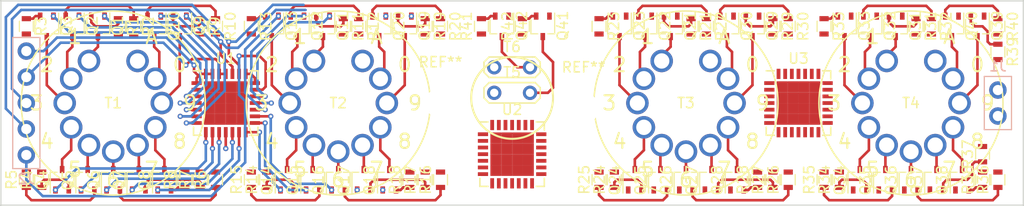
<source format=kicad_pcb>
(kicad_pcb (version 4) (host pcbnew 4.0.6)

  (general
    (links 208)
    (no_connects 99)
    (area 96.924999 91.924999 197.075001 112.075001)
    (thickness 1.6)
    (drawings 5)
    (tracks 496)
    (zones 0)
    (modules 97)
    (nets 132)
  )

  (page A4)
  (layers
    (0 F.Cu signal)
    (31 B.Cu signal)
    (36 B.SilkS user)
    (37 F.SilkS user)
    (38 B.Mask user)
    (39 F.Mask user)
    (44 Edge.Cuts user)
  )

  (setup
    (last_trace_width 0.254)
    (trace_clearance 0.1524)
    (zone_clearance 0.508)
    (zone_45_only no)
    (trace_min 0.1524)
    (segment_width 0.2)
    (edge_width 0.15)
    (via_size 0.508)
    (via_drill 0.254)
    (via_min_size 0.508)
    (via_min_drill 0.254)
    (uvia_size 0.254)
    (uvia_drill 0.127)
    (uvias_allowed no)
    (uvia_min_size 0.254)
    (uvia_min_drill 0.127)
    (pcb_text_width 0.3)
    (pcb_text_size 1.5 1.5)
    (mod_edge_width 0.15)
    (mod_text_size 1 1)
    (mod_text_width 0.15)
    (pad_size 1.524 1.524)
    (pad_drill 0.762)
    (pad_to_mask_clearance 0.2)
    (aux_axis_origin 0 0)
    (visible_elements 7FFCF7FF)
    (pcbplotparams
      (layerselection 0x00030_80000001)
      (usegerberextensions false)
      (excludeedgelayer true)
      (linewidth 0.100000)
      (plotframeref false)
      (viasonmask false)
      (mode 1)
      (useauxorigin false)
      (hpglpennumber 1)
      (hpglpenspeed 20)
      (hpglpendiameter 15)
      (hpglpenoverlay 2)
      (psnegative false)
      (psa4output false)
      (plotreference true)
      (plotvalue true)
      (plotinvisibletext false)
      (padsonsilk false)
      (subtractmaskfromsilk false)
      (outputformat 1)
      (mirror false)
      (drillshape 1)
      (scaleselection 1)
      (outputdirectory ""))
  )

  (net 0 "")
  (net 1 /TUBE_GND)
  (net 2 /TUBE_ANODE)
  (net 3 /nOE)
  (net 4 /SCL)
  (net 5 /SDA)
  (net 6 /VDD)
  (net 7 /VSS)
  (net 8 /T1_G_0)
  (net 9 /T1_E_0)
  (net 10 /T1_C_0)
  (net 11 /T1_G_1)
  (net 12 /T1_E_1)
  (net 13 /T1_C_1)
  (net 14 /T1_G_2)
  (net 15 /T1_E_2)
  (net 16 /T1_C_2)
  (net 17 /T1_G_3)
  (net 18 /T1_E_3)
  (net 19 /T1_C_3)
  (net 20 /T1_G_4)
  (net 21 /T1_E_4)
  (net 22 /T1_C_4)
  (net 23 /T1_G_5)
  (net 24 /T1_E_5)
  (net 25 /T1_C_5)
  (net 26 /T1_G_6)
  (net 27 /T1_E_6)
  (net 28 /T1_C_6)
  (net 29 /T1_G_7)
  (net 30 /T1_E_7)
  (net 31 /T1_C_7)
  (net 32 /T1_G_8)
  (net 33 /T1_E_8)
  (net 34 /T1_C_8)
  (net 35 /T1_G_9)
  (net 36 /T1_E_9)
  (net 37 /T1_C_9)
  (net 38 /T2_G_0)
  (net 39 /T2_E_0)
  (net 40 /T2_C_0)
  (net 41 /T2_G_1)
  (net 42 /T2_E_1)
  (net 43 /T2_C_1)
  (net 44 /T2_G_2)
  (net 45 /T2_E_2)
  (net 46 /T2_C_2)
  (net 47 /T2_G_3)
  (net 48 /T2_E_3)
  (net 49 /T2_C_3)
  (net 50 /T2_G_4)
  (net 51 /T2_E_4)
  (net 52 /T2_C_4)
  (net 53 /T2_G_5)
  (net 54 /T2_E_5)
  (net 55 /T2_C_5)
  (net 56 /T2_G_6)
  (net 57 /T2_E_6)
  (net 58 /T2_C_6)
  (net 59 /T2_G_7)
  (net 60 /T2_E_7)
  (net 61 /T2_C_7)
  (net 62 /T2_G_8)
  (net 63 /T2_E_8)
  (net 64 /T2_C_8)
  (net 65 /T2_G_9)
  (net 66 /T2_E_9)
  (net 67 /T2_C_9)
  (net 68 /T3_G_0)
  (net 69 /T3_E_0)
  (net 70 /T3_C_0)
  (net 71 /T3_G_1)
  (net 72 /T3_E_1)
  (net 73 /T3_C_1)
  (net 74 /T3_G_2)
  (net 75 /T3_E_2)
  (net 76 /T3_C_2)
  (net 77 /T3_G_3)
  (net 78 /T3_E_3)
  (net 79 /T3_C_3)
  (net 80 /T3_G_4)
  (net 81 /T3_E_4)
  (net 82 /T3_C_4)
  (net 83 /T3_G_5)
  (net 84 /T3_E_5)
  (net 85 /T3_C_5)
  (net 86 /T3_G_6)
  (net 87 /T3_E_6)
  (net 88 /T3_C_6)
  (net 89 /T3_G_7)
  (net 90 /T3_E_7)
  (net 91 /T3_C_7)
  (net 92 /T3_G_8)
  (net 93 /T3_E_8)
  (net 94 /T3_C_8)
  (net 95 /T3_G_9)
  (net 96 /T3_E_9)
  (net 97 /T3_C_9)
  (net 98 /T4_G_0)
  (net 99 /T4_E_0)
  (net 100 /T4_C_0)
  (net 101 /T4_G_1)
  (net 102 /T4_E_1)
  (net 103 /T4_C_1)
  (net 104 /T4_G_2)
  (net 105 /T4_E_2)
  (net 106 /T4_C_2)
  (net 107 /T4_G_3)
  (net 108 /T4_E_3)
  (net 109 /T4_C_3)
  (net 110 /T4_G_4)
  (net 111 /T4_E_4)
  (net 112 /T4_C_4)
  (net 113 /T4_G_5)
  (net 114 /T4_E_5)
  (net 115 /T4_C_5)
  (net 116 /T4_G_6)
  (net 117 /T4_E_6)
  (net 118 /T4_C_6)
  (net 119 /T4_G_7)
  (net 120 /T4_E_7)
  (net 121 /T4_C_7)
  (net 122 /T4_G_8)
  (net 123 /T4_E_8)
  (net 124 /T4_C_8)
  (net 125 /T4_G_9)
  (net 126 /T4_E_9)
  (net 127 /T4_C_9)
  (net 128 "Net-(Q41-Pad2)")
  (net 129 "Net-(Q41-Pad3)")
  (net 130 "Net-(Q42-Pad2)")
  (net 131 "Net-(Q42-Pad3)")

  (net_class Default "This is the default net class."
    (clearance 0.1524)
    (trace_width 0.254)
    (via_dia 0.508)
    (via_drill 0.254)
    (uvia_dia 0.254)
    (uvia_drill 0.127)
    (add_net /SCL)
    (add_net /SDA)
    (add_net /T1_C_0)
    (add_net /T1_C_1)
    (add_net /T1_C_2)
    (add_net /T1_C_3)
    (add_net /T1_C_4)
    (add_net /T1_C_5)
    (add_net /T1_C_6)
    (add_net /T1_C_7)
    (add_net /T1_C_8)
    (add_net /T1_C_9)
    (add_net /T1_E_0)
    (add_net /T1_E_1)
    (add_net /T1_E_2)
    (add_net /T1_E_3)
    (add_net /T1_E_4)
    (add_net /T1_E_5)
    (add_net /T1_E_6)
    (add_net /T1_E_7)
    (add_net /T1_E_8)
    (add_net /T1_E_9)
    (add_net /T1_G_0)
    (add_net /T1_G_1)
    (add_net /T1_G_2)
    (add_net /T1_G_3)
    (add_net /T1_G_4)
    (add_net /T1_G_5)
    (add_net /T1_G_6)
    (add_net /T1_G_7)
    (add_net /T1_G_8)
    (add_net /T1_G_9)
    (add_net /T2_C_0)
    (add_net /T2_C_1)
    (add_net /T2_C_2)
    (add_net /T2_C_3)
    (add_net /T2_C_4)
    (add_net /T2_C_5)
    (add_net /T2_C_6)
    (add_net /T2_C_7)
    (add_net /T2_C_8)
    (add_net /T2_C_9)
    (add_net /T2_E_0)
    (add_net /T2_E_1)
    (add_net /T2_E_2)
    (add_net /T2_E_3)
    (add_net /T2_E_4)
    (add_net /T2_E_5)
    (add_net /T2_E_6)
    (add_net /T2_E_7)
    (add_net /T2_E_8)
    (add_net /T2_E_9)
    (add_net /T2_G_0)
    (add_net /T2_G_1)
    (add_net /T2_G_2)
    (add_net /T2_G_3)
    (add_net /T2_G_4)
    (add_net /T2_G_5)
    (add_net /T2_G_6)
    (add_net /T2_G_7)
    (add_net /T2_G_8)
    (add_net /T2_G_9)
    (add_net /T3_C_0)
    (add_net /T3_C_1)
    (add_net /T3_C_2)
    (add_net /T3_C_3)
    (add_net /T3_C_4)
    (add_net /T3_C_5)
    (add_net /T3_C_6)
    (add_net /T3_C_7)
    (add_net /T3_C_8)
    (add_net /T3_C_9)
    (add_net /T3_E_0)
    (add_net /T3_E_1)
    (add_net /T3_E_2)
    (add_net /T3_E_3)
    (add_net /T3_E_4)
    (add_net /T3_E_5)
    (add_net /T3_E_6)
    (add_net /T3_E_7)
    (add_net /T3_E_8)
    (add_net /T3_E_9)
    (add_net /T3_G_0)
    (add_net /T3_G_1)
    (add_net /T3_G_2)
    (add_net /T3_G_3)
    (add_net /T3_G_4)
    (add_net /T3_G_5)
    (add_net /T3_G_6)
    (add_net /T3_G_7)
    (add_net /T3_G_8)
    (add_net /T3_G_9)
    (add_net /T4_C_0)
    (add_net /T4_C_1)
    (add_net /T4_C_2)
    (add_net /T4_C_3)
    (add_net /T4_C_4)
    (add_net /T4_C_5)
    (add_net /T4_C_6)
    (add_net /T4_C_7)
    (add_net /T4_C_8)
    (add_net /T4_C_9)
    (add_net /T4_E_0)
    (add_net /T4_E_1)
    (add_net /T4_E_2)
    (add_net /T4_E_3)
    (add_net /T4_E_4)
    (add_net /T4_E_5)
    (add_net /T4_E_6)
    (add_net /T4_E_7)
    (add_net /T4_E_8)
    (add_net /T4_E_9)
    (add_net /T4_G_0)
    (add_net /T4_G_1)
    (add_net /T4_G_2)
    (add_net /T4_G_3)
    (add_net /T4_G_4)
    (add_net /T4_G_5)
    (add_net /T4_G_6)
    (add_net /T4_G_7)
    (add_net /T4_G_8)
    (add_net /T4_G_9)
    (add_net /TUBE_ANODE)
    (add_net /TUBE_GND)
    (add_net /VDD)
    (add_net /VSS)
    (add_net /nOE)
    (add_net "Net-(Q41-Pad2)")
    (add_net "Net-(Q41-Pad3)")
    (add_net "Net-(Q42-Pad2)")
    (add_net "Net-(Q42-Pad3)")
  )

  (module "Custom Parts:IN-8" (layer F.Cu) (tedit 5928EA40) (tstamp 593C85F8)
    (at 108 102)
    (path /5938FAE9)
    (fp_text reference T1 (at 0 0) (layer F.SilkS)
      (effects (font (size 1 1) (thickness 0.15)))
    )
    (fp_text value IN-8 (at 0 -1.27) (layer F.Fab)
      (effects (font (size 1 1) (thickness 0.15)))
    )
    (fp_circle (center 0 0) (end 9 0) (layer F.SilkS) (width 0.15))
    (fp_text user 9 (at 7.5 0) (layer F.SilkS)
      (effects (font (size 1.4 1.4) (thickness 0.2)))
    )
    (fp_text user 8 (at 6.495 3.75) (layer F.SilkS)
      (effects (font (size 1.4 1.4) (thickness 0.2)))
    )
    (fp_text user 7 (at 3.75 6.495) (layer F.SilkS)
      (effects (font (size 1.4 1.4) (thickness 0.2)))
    )
    (fp_text user 6 (at 0 7.5) (layer F.SilkS)
      (effects (font (size 1.4 1.4) (thickness 0.2)))
    )
    (fp_text user 5 (at -3.75 6.495) (layer F.SilkS)
      (effects (font (size 1.4 1.4) (thickness 0.2)))
    )
    (fp_text user 4 (at -6.495 3.75) (layer F.SilkS)
      (effects (font (size 1.4 1.4) (thickness 0.2)))
    )
    (fp_text user 3 (at -7.5 0) (layer F.SilkS)
      (effects (font (size 1.4 1.4) (thickness 0.2)))
    )
    (fp_text user 2 (at -6.495 -3.75) (layer F.SilkS)
      (effects (font (size 1.4 1.4) (thickness 0.2)))
    )
    (fp_text user 1 (at -3.75 -6.495) (layer F.SilkS)
      (effects (font (size 1.4 1.4) (thickness 0.2)))
    )
    (fp_text user 0 (at 6.495 -3.75) (layer F.SilkS)
      (effects (font (size 1.4 1.4) (thickness 0.2)))
    )
    (fp_text user A (at 3.75 -6.495) (layer F.SilkS)
      (effects (font (size 1.4 1.4) (thickness 0.2)))
    )
    (pad 1 thru_hole circle (at -2.375 -4.114) (size 2.2 2.2) (drill 1.5) (layers *.Cu *.Mask)
      (net 10 /T1_C_0))
    (pad 2 thru_hole circle (at -4.114 -2.375) (size 2.2 2.2) (drill 1.5) (layers *.Cu *.Mask)
      (net 13 /T1_C_1))
    (pad 3 thru_hole circle (at -4.75 0) (size 2.2 2.2) (drill 1.5) (layers *.Cu *.Mask)
      (net 16 /T1_C_2))
    (pad 4 thru_hole circle (at -4.114 2.375) (size 2.2 2.2) (drill 1.5) (layers *.Cu *.Mask)
      (net 19 /T1_C_3))
    (pad 5 thru_hole circle (at -2.375 4.114) (size 2.2 2.2) (drill 1.5) (layers *.Cu *.Mask)
      (net 22 /T1_C_4))
    (pad 6 thru_hole circle (at 0 4.75) (size 2.2 2.2) (drill 1.5) (layers *.Cu *.Mask)
      (net 25 /T1_C_5))
    (pad 7 thru_hole circle (at 2.375 4.114) (size 2.2 2.2) (drill 1.5) (layers *.Cu *.Mask)
      (net 28 /T1_C_6))
    (pad 8 thru_hole circle (at 4.114 2.375) (size 2.2 2.2) (drill 1.5) (layers *.Cu *.Mask)
      (net 31 /T1_C_7))
    (pad 10 thru_hole circle (at 4.114 -2.375) (size 2.2 2.2) (drill 1.5) (layers *.Cu *.Mask)
      (net 37 /T1_C_9))
    (pad 11 thru_hole circle (at 2.375 -4.114) (size 2.2 2.2) (drill 1.5) (layers *.Cu *.Mask)
      (net 2 /TUBE_ANODE))
    (pad 9 thru_hole circle (at 4.75 0) (size 2.2 2.2) (drill 1.5) (layers *.Cu *.Mask)
      (net 34 /T1_C_8))
  )

  (module TO_SOT_Packages_SMD:SOT-323_SC-70 (layer F.Cu) (tedit 58CE4E7E) (tstamp 593C7FCB)
    (at 104 94.5 270)
    (descr "SOT-323, SC-70")
    (tags "SOT-323 SC-70")
    (path /593936EC)
    (attr smd)
    (fp_text reference Q2 (at -0.05 -1.95 270) (layer F.SilkS)
      (effects (font (size 1 1) (thickness 0.15)))
    )
    (fp_text value Q_NPN_BEC (at -0.05 2.05 270) (layer F.Fab)
      (effects (font (size 1 1) (thickness 0.15)))
    )
    (fp_text user %R (at -0.005 0 270) (layer F.Fab)
      (effects (font (size 0.5 0.5) (thickness 0.075)))
    )
    (fp_line (start 0.73 0.5) (end 0.73 1.16) (layer F.SilkS) (width 0.12))
    (fp_line (start 0.73 -1.16) (end 0.73 -0.5) (layer F.SilkS) (width 0.12))
    (fp_line (start 1.7 1.3) (end -1.7 1.3) (layer F.CrtYd) (width 0.05))
    (fp_line (start 1.7 -1.3) (end 1.7 1.3) (layer F.CrtYd) (width 0.05))
    (fp_line (start -1.7 -1.3) (end 1.7 -1.3) (layer F.CrtYd) (width 0.05))
    (fp_line (start -1.7 1.3) (end -1.7 -1.3) (layer F.CrtYd) (width 0.05))
    (fp_line (start 0.73 -1.16) (end -1.3 -1.16) (layer F.SilkS) (width 0.12))
    (fp_line (start -0.68 1.16) (end 0.73 1.16) (layer F.SilkS) (width 0.12))
    (fp_line (start 0.67 -1.1) (end -0.18 -1.1) (layer F.Fab) (width 0.1))
    (fp_line (start -0.68 -0.6) (end -0.68 1.1) (layer F.Fab) (width 0.1))
    (fp_line (start 0.67 -1.1) (end 0.67 1.1) (layer F.Fab) (width 0.1))
    (fp_line (start 0.67 1.1) (end -0.68 1.1) (layer F.Fab) (width 0.1))
    (fp_line (start -0.18 -1.1) (end -0.68 -0.6) (layer F.Fab) (width 0.1))
    (pad 1 smd rect (at -1 -0.65 180) (size 0.45 0.7) (layers F.Cu F.Mask)
      (net 11 /T1_G_1))
    (pad 2 smd rect (at -1 0.65 180) (size 0.45 0.7) (layers F.Cu F.Mask)
      (net 12 /T1_E_1))
    (pad 3 smd rect (at 1 0 180) (size 0.45 0.7) (layers F.Cu F.Mask)
      (net 13 /T1_C_1))
    (model ${KISYS3DMOD}/TO_SOT_Packages_SMD.3dshapes/SOT-323_SC-70.wrl
      (at (xyz 0 0 0))
      (scale (xyz 1 1 1))
      (rotate (xyz 0 0 0))
    )
  )

  (module Resistors_SMD:R_0603 (layer F.Cu) (tedit 58E0A804) (tstamp 593DDFAA)
    (at 110 94.5 270)
    (descr "Resistor SMD 0603, reflow soldering, Vishay (see dcrcw.pdf)")
    (tags "resistor 0603")
    (path /593D296E)
    (attr smd)
    (fp_text reference R2 (at 0 -1.45 270) (layer F.SilkS)
      (effects (font (size 1 1) (thickness 0.15)))
    )
    (fp_text value R (at 0 1.5 270) (layer F.Fab)
      (effects (font (size 1 1) (thickness 0.15)))
    )
    (fp_text user %R (at 0 0 270) (layer F.Fab)
      (effects (font (size 0.5 0.5) (thickness 0.075)))
    )
    (fp_line (start -0.8 0.4) (end -0.8 -0.4) (layer F.Fab) (width 0.1))
    (fp_line (start 0.8 0.4) (end -0.8 0.4) (layer F.Fab) (width 0.1))
    (fp_line (start 0.8 -0.4) (end 0.8 0.4) (layer F.Fab) (width 0.1))
    (fp_line (start -0.8 -0.4) (end 0.8 -0.4) (layer F.Fab) (width 0.1))
    (fp_line (start 0.5 0.68) (end -0.5 0.68) (layer F.SilkS) (width 0.12))
    (fp_line (start -0.5 -0.68) (end 0.5 -0.68) (layer F.SilkS) (width 0.12))
    (fp_line (start -1.25 -0.7) (end 1.25 -0.7) (layer F.CrtYd) (width 0.05))
    (fp_line (start -1.25 -0.7) (end -1.25 0.7) (layer F.CrtYd) (width 0.05))
    (fp_line (start 1.25 0.7) (end 1.25 -0.7) (layer F.CrtYd) (width 0.05))
    (fp_line (start 1.25 0.7) (end -1.25 0.7) (layer F.CrtYd) (width 0.05))
    (pad 1 smd rect (at -0.75 0 270) (size 0.5 0.9) (layers F.Cu F.Mask)
      (net 12 /T1_E_1))
    (pad 2 smd rect (at 0.75 0 270) (size 0.5 0.9) (layers F.Cu F.Mask)
      (net 1 /TUBE_GND))
    (model ${KISYS3DMOD}/Resistors_SMD.3dshapes/R_0603.wrl
      (at (xyz 0 0 0))
      (scale (xyz 1 1 1))
      (rotate (xyz 0 0 0))
    )
  )

  (module "Custom Parts:IN-8" (layer F.Cu) (tedit 5928EA40) (tstamp 593C8613)
    (at 130 102)
    (path /5938FA7E)
    (fp_text reference T2 (at 0 0) (layer F.SilkS)
      (effects (font (size 1 1) (thickness 0.15)))
    )
    (fp_text value IN-8 (at 0 -1.27) (layer F.Fab)
      (effects (font (size 1 1) (thickness 0.15)))
    )
    (fp_circle (center 0 0) (end 9 0) (layer F.SilkS) (width 0.15))
    (fp_text user 9 (at 7.5 0) (layer F.SilkS)
      (effects (font (size 1.4 1.4) (thickness 0.2)))
    )
    (fp_text user 8 (at 6.495 3.75) (layer F.SilkS)
      (effects (font (size 1.4 1.4) (thickness 0.2)))
    )
    (fp_text user 7 (at 3.75 6.495) (layer F.SilkS)
      (effects (font (size 1.4 1.4) (thickness 0.2)))
    )
    (fp_text user 6 (at 0 7.5) (layer F.SilkS)
      (effects (font (size 1.4 1.4) (thickness 0.2)))
    )
    (fp_text user 5 (at -3.75 6.495) (layer F.SilkS)
      (effects (font (size 1.4 1.4) (thickness 0.2)))
    )
    (fp_text user 4 (at -6.495 3.75) (layer F.SilkS)
      (effects (font (size 1.4 1.4) (thickness 0.2)))
    )
    (fp_text user 3 (at -7.5 0) (layer F.SilkS)
      (effects (font (size 1.4 1.4) (thickness 0.2)))
    )
    (fp_text user 2 (at -6.495 -3.75) (layer F.SilkS)
      (effects (font (size 1.4 1.4) (thickness 0.2)))
    )
    (fp_text user 1 (at -3.75 -6.495) (layer F.SilkS)
      (effects (font (size 1.4 1.4) (thickness 0.2)))
    )
    (fp_text user 0 (at 6.495 -3.75) (layer F.SilkS)
      (effects (font (size 1.4 1.4) (thickness 0.2)))
    )
    (fp_text user A (at 3.75 -6.495) (layer F.SilkS)
      (effects (font (size 1.4 1.4) (thickness 0.2)))
    )
    (pad 1 thru_hole circle (at -2.375 -4.114) (size 2.2 2.2) (drill 1.5) (layers *.Cu *.Mask)
      (net 40 /T2_C_0))
    (pad 2 thru_hole circle (at -4.114 -2.375) (size 2.2 2.2) (drill 1.5) (layers *.Cu *.Mask)
      (net 43 /T2_C_1))
    (pad 3 thru_hole circle (at -4.75 0) (size 2.2 2.2) (drill 1.5) (layers *.Cu *.Mask)
      (net 46 /T2_C_2))
    (pad 4 thru_hole circle (at -4.114 2.375) (size 2.2 2.2) (drill 1.5) (layers *.Cu *.Mask)
      (net 49 /T2_C_3))
    (pad 5 thru_hole circle (at -2.375 4.114) (size 2.2 2.2) (drill 1.5) (layers *.Cu *.Mask)
      (net 52 /T2_C_4))
    (pad 6 thru_hole circle (at 0 4.75) (size 2.2 2.2) (drill 1.5) (layers *.Cu *.Mask)
      (net 55 /T2_C_5))
    (pad 7 thru_hole circle (at 2.375 4.114) (size 2.2 2.2) (drill 1.5) (layers *.Cu *.Mask)
      (net 58 /T2_C_6))
    (pad 8 thru_hole circle (at 4.114 2.375) (size 2.2 2.2) (drill 1.5) (layers *.Cu *.Mask)
      (net 61 /T2_C_7))
    (pad 10 thru_hole circle (at 4.114 -2.375) (size 2.2 2.2) (drill 1.5) (layers *.Cu *.Mask)
      (net 67 /T2_C_9))
    (pad 11 thru_hole circle (at 2.375 -4.114) (size 2.2 2.2) (drill 1.5) (layers *.Cu *.Mask)
      (net 2 /TUBE_ANODE))
    (pad 9 thru_hole circle (at 4.75 0) (size 2.2 2.2) (drill 1.5) (layers *.Cu *.Mask)
      (net 64 /T2_C_8))
  )

  (module TO_SOT_Packages_SMD:SOT-323_SC-70 (layer F.Cu) (tedit 58CE4E7E) (tstamp 593C80C7)
    (at 125 109.5 90)
    (descr "SOT-323, SC-70")
    (tags "SOT-323 SC-70")
    (path /593936BC)
    (attr smd)
    (fp_text reference Q14 (at -0.05 -1.95 90) (layer F.SilkS)
      (effects (font (size 1 1) (thickness 0.15)))
    )
    (fp_text value Q_NPN_BEC (at -0.05 2.05 90) (layer F.Fab)
      (effects (font (size 1 1) (thickness 0.15)))
    )
    (fp_text user %R (at -0.005 0 90) (layer F.Fab)
      (effects (font (size 0.5 0.5) (thickness 0.075)))
    )
    (fp_line (start 0.73 0.5) (end 0.73 1.16) (layer F.SilkS) (width 0.12))
    (fp_line (start 0.73 -1.16) (end 0.73 -0.5) (layer F.SilkS) (width 0.12))
    (fp_line (start 1.7 1.3) (end -1.7 1.3) (layer F.CrtYd) (width 0.05))
    (fp_line (start 1.7 -1.3) (end 1.7 1.3) (layer F.CrtYd) (width 0.05))
    (fp_line (start -1.7 -1.3) (end 1.7 -1.3) (layer F.CrtYd) (width 0.05))
    (fp_line (start -1.7 1.3) (end -1.7 -1.3) (layer F.CrtYd) (width 0.05))
    (fp_line (start 0.73 -1.16) (end -1.3 -1.16) (layer F.SilkS) (width 0.12))
    (fp_line (start -0.68 1.16) (end 0.73 1.16) (layer F.SilkS) (width 0.12))
    (fp_line (start 0.67 -1.1) (end -0.18 -1.1) (layer F.Fab) (width 0.1))
    (fp_line (start -0.68 -0.6) (end -0.68 1.1) (layer F.Fab) (width 0.1))
    (fp_line (start 0.67 -1.1) (end 0.67 1.1) (layer F.Fab) (width 0.1))
    (fp_line (start 0.67 1.1) (end -0.68 1.1) (layer F.Fab) (width 0.1))
    (fp_line (start -0.18 -1.1) (end -0.68 -0.6) (layer F.Fab) (width 0.1))
    (pad 1 smd rect (at -1 -0.65) (size 0.45 0.7) (layers F.Cu F.Mask)
      (net 47 /T2_G_3))
    (pad 2 smd rect (at -1 0.65) (size 0.45 0.7) (layers F.Cu F.Mask)
      (net 48 /T2_E_3))
    (pad 3 smd rect (at 1 0) (size 0.45 0.7) (layers F.Cu F.Mask)
      (net 49 /T2_C_3))
    (model ${KISYS3DMOD}/TO_SOT_Packages_SMD.3dshapes/SOT-323_SC-70.wrl
      (at (xyz 0 0 0))
      (scale (xyz 1 1 1))
      (rotate (xyz 0 0 0))
    )
  )

  (module TO_SOT_Packages_SMD:SOT-323_SC-70 (layer F.Cu) (tedit 58CE4E7E) (tstamp 593C7FB6)
    (at 106.5 94.5 270)
    (descr "SOT-323, SC-70")
    (tags "SOT-323 SC-70")
    (path /593936E6)
    (attr smd)
    (fp_text reference Q1 (at -0.05 -1.95 270) (layer F.SilkS)
      (effects (font (size 1 1) (thickness 0.15)))
    )
    (fp_text value Q_NPN_BEC (at -0.05 2.05 270) (layer F.Fab)
      (effects (font (size 1 1) (thickness 0.15)))
    )
    (fp_text user %R (at -0.005 0 270) (layer F.Fab)
      (effects (font (size 0.5 0.5) (thickness 0.075)))
    )
    (fp_line (start 0.73 0.5) (end 0.73 1.16) (layer F.SilkS) (width 0.12))
    (fp_line (start 0.73 -1.16) (end 0.73 -0.5) (layer F.SilkS) (width 0.12))
    (fp_line (start 1.7 1.3) (end -1.7 1.3) (layer F.CrtYd) (width 0.05))
    (fp_line (start 1.7 -1.3) (end 1.7 1.3) (layer F.CrtYd) (width 0.05))
    (fp_line (start -1.7 -1.3) (end 1.7 -1.3) (layer F.CrtYd) (width 0.05))
    (fp_line (start -1.7 1.3) (end -1.7 -1.3) (layer F.CrtYd) (width 0.05))
    (fp_line (start 0.73 -1.16) (end -1.3 -1.16) (layer F.SilkS) (width 0.12))
    (fp_line (start -0.68 1.16) (end 0.73 1.16) (layer F.SilkS) (width 0.12))
    (fp_line (start 0.67 -1.1) (end -0.18 -1.1) (layer F.Fab) (width 0.1))
    (fp_line (start -0.68 -0.6) (end -0.68 1.1) (layer F.Fab) (width 0.1))
    (fp_line (start 0.67 -1.1) (end 0.67 1.1) (layer F.Fab) (width 0.1))
    (fp_line (start 0.67 1.1) (end -0.68 1.1) (layer F.Fab) (width 0.1))
    (fp_line (start -0.18 -1.1) (end -0.68 -0.6) (layer F.Fab) (width 0.1))
    (pad 1 smd rect (at -1 -0.65 180) (size 0.45 0.7) (layers F.Cu F.Mask)
      (net 8 /T1_G_0))
    (pad 2 smd rect (at -1 0.65 180) (size 0.45 0.7) (layers F.Cu F.Mask)
      (net 9 /T1_E_0))
    (pad 3 smd rect (at 1 0 180) (size 0.45 0.7) (layers F.Cu F.Mask)
      (net 10 /T1_C_0))
    (model ${KISYS3DMOD}/TO_SOT_Packages_SMD.3dshapes/SOT-323_SC-70.wrl
      (at (xyz 0 0 0))
      (scale (xyz 1 1 1))
      (rotate (xyz 0 0 0))
    )
  )

  (module TO_SOT_Packages_SMD:SOT-323_SC-70 (layer F.Cu) (tedit 58CE4E7E) (tstamp 593C7FE0)
    (at 101.5 94.5 270)
    (descr "SOT-323, SC-70")
    (tags "SOT-323 SC-70")
    (path /593936F2)
    (attr smd)
    (fp_text reference Q3 (at -0.05 -1.95 270) (layer F.SilkS)
      (effects (font (size 1 1) (thickness 0.15)))
    )
    (fp_text value Q_NPN_BEC (at -0.05 2.05 270) (layer F.Fab)
      (effects (font (size 1 1) (thickness 0.15)))
    )
    (fp_text user %R (at -0.005 0 270) (layer F.Fab)
      (effects (font (size 0.5 0.5) (thickness 0.075)))
    )
    (fp_line (start 0.73 0.5) (end 0.73 1.16) (layer F.SilkS) (width 0.12))
    (fp_line (start 0.73 -1.16) (end 0.73 -0.5) (layer F.SilkS) (width 0.12))
    (fp_line (start 1.7 1.3) (end -1.7 1.3) (layer F.CrtYd) (width 0.05))
    (fp_line (start 1.7 -1.3) (end 1.7 1.3) (layer F.CrtYd) (width 0.05))
    (fp_line (start -1.7 -1.3) (end 1.7 -1.3) (layer F.CrtYd) (width 0.05))
    (fp_line (start -1.7 1.3) (end -1.7 -1.3) (layer F.CrtYd) (width 0.05))
    (fp_line (start 0.73 -1.16) (end -1.3 -1.16) (layer F.SilkS) (width 0.12))
    (fp_line (start -0.68 1.16) (end 0.73 1.16) (layer F.SilkS) (width 0.12))
    (fp_line (start 0.67 -1.1) (end -0.18 -1.1) (layer F.Fab) (width 0.1))
    (fp_line (start -0.68 -0.6) (end -0.68 1.1) (layer F.Fab) (width 0.1))
    (fp_line (start 0.67 -1.1) (end 0.67 1.1) (layer F.Fab) (width 0.1))
    (fp_line (start 0.67 1.1) (end -0.68 1.1) (layer F.Fab) (width 0.1))
    (fp_line (start -0.18 -1.1) (end -0.68 -0.6) (layer F.Fab) (width 0.1))
    (pad 1 smd rect (at -1 -0.65 180) (size 0.45 0.7) (layers F.Cu F.Mask)
      (net 14 /T1_G_2))
    (pad 2 smd rect (at -1 0.65 180) (size 0.45 0.7) (layers F.Cu F.Mask)
      (net 15 /T1_E_2))
    (pad 3 smd rect (at 1 0 180) (size 0.45 0.7) (layers F.Cu F.Mask)
      (net 16 /T1_C_2))
    (model ${KISYS3DMOD}/TO_SOT_Packages_SMD.3dshapes/SOT-323_SC-70.wrl
      (at (xyz 0 0 0))
      (scale (xyz 1 1 1))
      (rotate (xyz 0 0 0))
    )
  )

  (module TO_SOT_Packages_SMD:SOT-323_SC-70 (layer F.Cu) (tedit 58CE4E7E) (tstamp 593C7FF5)
    (at 103 109.5 90)
    (descr "SOT-323, SC-70")
    (tags "SOT-323 SC-70")
    (path /593936F8)
    (attr smd)
    (fp_text reference Q4 (at -0.05 -1.95 90) (layer F.SilkS)
      (effects (font (size 1 1) (thickness 0.15)))
    )
    (fp_text value Q_NPN_BEC (at -0.05 2.05 90) (layer F.Fab)
      (effects (font (size 1 1) (thickness 0.15)))
    )
    (fp_text user %R (at -0.005 0 90) (layer F.Fab)
      (effects (font (size 0.5 0.5) (thickness 0.075)))
    )
    (fp_line (start 0.73 0.5) (end 0.73 1.16) (layer F.SilkS) (width 0.12))
    (fp_line (start 0.73 -1.16) (end 0.73 -0.5) (layer F.SilkS) (width 0.12))
    (fp_line (start 1.7 1.3) (end -1.7 1.3) (layer F.CrtYd) (width 0.05))
    (fp_line (start 1.7 -1.3) (end 1.7 1.3) (layer F.CrtYd) (width 0.05))
    (fp_line (start -1.7 -1.3) (end 1.7 -1.3) (layer F.CrtYd) (width 0.05))
    (fp_line (start -1.7 1.3) (end -1.7 -1.3) (layer F.CrtYd) (width 0.05))
    (fp_line (start 0.73 -1.16) (end -1.3 -1.16) (layer F.SilkS) (width 0.12))
    (fp_line (start -0.68 1.16) (end 0.73 1.16) (layer F.SilkS) (width 0.12))
    (fp_line (start 0.67 -1.1) (end -0.18 -1.1) (layer F.Fab) (width 0.1))
    (fp_line (start -0.68 -0.6) (end -0.68 1.1) (layer F.Fab) (width 0.1))
    (fp_line (start 0.67 -1.1) (end 0.67 1.1) (layer F.Fab) (width 0.1))
    (fp_line (start 0.67 1.1) (end -0.68 1.1) (layer F.Fab) (width 0.1))
    (fp_line (start -0.18 -1.1) (end -0.68 -0.6) (layer F.Fab) (width 0.1))
    (pad 1 smd rect (at -1 -0.65) (size 0.45 0.7) (layers F.Cu F.Mask)
      (net 17 /T1_G_3))
    (pad 2 smd rect (at -1 0.65) (size 0.45 0.7) (layers F.Cu F.Mask)
      (net 18 /T1_E_3))
    (pad 3 smd rect (at 1 0) (size 0.45 0.7) (layers F.Cu F.Mask)
      (net 19 /T1_C_3))
    (model ${KISYS3DMOD}/TO_SOT_Packages_SMD.3dshapes/SOT-323_SC-70.wrl
      (at (xyz 0 0 0))
      (scale (xyz 1 1 1))
      (rotate (xyz 0 0 0))
    )
  )

  (module TO_SOT_Packages_SMD:SOT-323_SC-70 (layer F.Cu) (tedit 58CE4E7E) (tstamp 593C800A)
    (at 105.5 109.5 90)
    (descr "SOT-323, SC-70")
    (tags "SOT-323 SC-70")
    (path /593936FE)
    (attr smd)
    (fp_text reference Q5 (at -0.05 -1.95 90) (layer F.SilkS)
      (effects (font (size 1 1) (thickness 0.15)))
    )
    (fp_text value Q_NPN_BEC (at -0.05 2.05 90) (layer F.Fab)
      (effects (font (size 1 1) (thickness 0.15)))
    )
    (fp_text user %R (at -0.005 0 90) (layer F.Fab)
      (effects (font (size 0.5 0.5) (thickness 0.075)))
    )
    (fp_line (start 0.73 0.5) (end 0.73 1.16) (layer F.SilkS) (width 0.12))
    (fp_line (start 0.73 -1.16) (end 0.73 -0.5) (layer F.SilkS) (width 0.12))
    (fp_line (start 1.7 1.3) (end -1.7 1.3) (layer F.CrtYd) (width 0.05))
    (fp_line (start 1.7 -1.3) (end 1.7 1.3) (layer F.CrtYd) (width 0.05))
    (fp_line (start -1.7 -1.3) (end 1.7 -1.3) (layer F.CrtYd) (width 0.05))
    (fp_line (start -1.7 1.3) (end -1.7 -1.3) (layer F.CrtYd) (width 0.05))
    (fp_line (start 0.73 -1.16) (end -1.3 -1.16) (layer F.SilkS) (width 0.12))
    (fp_line (start -0.68 1.16) (end 0.73 1.16) (layer F.SilkS) (width 0.12))
    (fp_line (start 0.67 -1.1) (end -0.18 -1.1) (layer F.Fab) (width 0.1))
    (fp_line (start -0.68 -0.6) (end -0.68 1.1) (layer F.Fab) (width 0.1))
    (fp_line (start 0.67 -1.1) (end 0.67 1.1) (layer F.Fab) (width 0.1))
    (fp_line (start 0.67 1.1) (end -0.68 1.1) (layer F.Fab) (width 0.1))
    (fp_line (start -0.18 -1.1) (end -0.68 -0.6) (layer F.Fab) (width 0.1))
    (pad 1 smd rect (at -1 -0.65) (size 0.45 0.7) (layers F.Cu F.Mask)
      (net 20 /T1_G_4))
    (pad 2 smd rect (at -1 0.65) (size 0.45 0.7) (layers F.Cu F.Mask)
      (net 21 /T1_E_4))
    (pad 3 smd rect (at 1 0) (size 0.45 0.7) (layers F.Cu F.Mask)
      (net 22 /T1_C_4))
    (model ${KISYS3DMOD}/TO_SOT_Packages_SMD.3dshapes/SOT-323_SC-70.wrl
      (at (xyz 0 0 0))
      (scale (xyz 1 1 1))
      (rotate (xyz 0 0 0))
    )
  )

  (module TO_SOT_Packages_SMD:SOT-323_SC-70 (layer F.Cu) (tedit 58CE4E7E) (tstamp 593C801F)
    (at 108 109.5 90)
    (descr "SOT-323, SC-70")
    (tags "SOT-323 SC-70")
    (path /59393704)
    (attr smd)
    (fp_text reference Q6 (at -0.05 -1.95 90) (layer F.SilkS)
      (effects (font (size 1 1) (thickness 0.15)))
    )
    (fp_text value Q_NPN_BEC (at -0.05 2.05 90) (layer F.Fab)
      (effects (font (size 1 1) (thickness 0.15)))
    )
    (fp_text user %R (at -0.005 0 90) (layer F.Fab)
      (effects (font (size 0.5 0.5) (thickness 0.075)))
    )
    (fp_line (start 0.73 0.5) (end 0.73 1.16) (layer F.SilkS) (width 0.12))
    (fp_line (start 0.73 -1.16) (end 0.73 -0.5) (layer F.SilkS) (width 0.12))
    (fp_line (start 1.7 1.3) (end -1.7 1.3) (layer F.CrtYd) (width 0.05))
    (fp_line (start 1.7 -1.3) (end 1.7 1.3) (layer F.CrtYd) (width 0.05))
    (fp_line (start -1.7 -1.3) (end 1.7 -1.3) (layer F.CrtYd) (width 0.05))
    (fp_line (start -1.7 1.3) (end -1.7 -1.3) (layer F.CrtYd) (width 0.05))
    (fp_line (start 0.73 -1.16) (end -1.3 -1.16) (layer F.SilkS) (width 0.12))
    (fp_line (start -0.68 1.16) (end 0.73 1.16) (layer F.SilkS) (width 0.12))
    (fp_line (start 0.67 -1.1) (end -0.18 -1.1) (layer F.Fab) (width 0.1))
    (fp_line (start -0.68 -0.6) (end -0.68 1.1) (layer F.Fab) (width 0.1))
    (fp_line (start 0.67 -1.1) (end 0.67 1.1) (layer F.Fab) (width 0.1))
    (fp_line (start 0.67 1.1) (end -0.68 1.1) (layer F.Fab) (width 0.1))
    (fp_line (start -0.18 -1.1) (end -0.68 -0.6) (layer F.Fab) (width 0.1))
    (pad 1 smd rect (at -1 -0.65) (size 0.45 0.7) (layers F.Cu F.Mask)
      (net 23 /T1_G_5))
    (pad 2 smd rect (at -1 0.65) (size 0.45 0.7) (layers F.Cu F.Mask)
      (net 24 /T1_E_5))
    (pad 3 smd rect (at 1 0) (size 0.45 0.7) (layers F.Cu F.Mask)
      (net 25 /T1_C_5))
    (model ${KISYS3DMOD}/TO_SOT_Packages_SMD.3dshapes/SOT-323_SC-70.wrl
      (at (xyz 0 0 0))
      (scale (xyz 1 1 1))
      (rotate (xyz 0 0 0))
    )
  )

  (module TO_SOT_Packages_SMD:SOT-323_SC-70 (layer F.Cu) (tedit 58CE4E7E) (tstamp 593C8034)
    (at 110.5 109.5 90)
    (descr "SOT-323, SC-70")
    (tags "SOT-323 SC-70")
    (path /5939370A)
    (attr smd)
    (fp_text reference Q7 (at -0.05 -1.95 90) (layer F.SilkS)
      (effects (font (size 1 1) (thickness 0.15)))
    )
    (fp_text value Q_NPN_BEC (at -0.05 2.05 90) (layer F.Fab)
      (effects (font (size 1 1) (thickness 0.15)))
    )
    (fp_text user %R (at -0.005 0 90) (layer F.Fab)
      (effects (font (size 0.5 0.5) (thickness 0.075)))
    )
    (fp_line (start 0.73 0.5) (end 0.73 1.16) (layer F.SilkS) (width 0.12))
    (fp_line (start 0.73 -1.16) (end 0.73 -0.5) (layer F.SilkS) (width 0.12))
    (fp_line (start 1.7 1.3) (end -1.7 1.3) (layer F.CrtYd) (width 0.05))
    (fp_line (start 1.7 -1.3) (end 1.7 1.3) (layer F.CrtYd) (width 0.05))
    (fp_line (start -1.7 -1.3) (end 1.7 -1.3) (layer F.CrtYd) (width 0.05))
    (fp_line (start -1.7 1.3) (end -1.7 -1.3) (layer F.CrtYd) (width 0.05))
    (fp_line (start 0.73 -1.16) (end -1.3 -1.16) (layer F.SilkS) (width 0.12))
    (fp_line (start -0.68 1.16) (end 0.73 1.16) (layer F.SilkS) (width 0.12))
    (fp_line (start 0.67 -1.1) (end -0.18 -1.1) (layer F.Fab) (width 0.1))
    (fp_line (start -0.68 -0.6) (end -0.68 1.1) (layer F.Fab) (width 0.1))
    (fp_line (start 0.67 -1.1) (end 0.67 1.1) (layer F.Fab) (width 0.1))
    (fp_line (start 0.67 1.1) (end -0.68 1.1) (layer F.Fab) (width 0.1))
    (fp_line (start -0.18 -1.1) (end -0.68 -0.6) (layer F.Fab) (width 0.1))
    (pad 1 smd rect (at -1 -0.65) (size 0.45 0.7) (layers F.Cu F.Mask)
      (net 26 /T1_G_6))
    (pad 2 smd rect (at -1 0.65) (size 0.45 0.7) (layers F.Cu F.Mask)
      (net 27 /T1_E_6))
    (pad 3 smd rect (at 1 0) (size 0.45 0.7) (layers F.Cu F.Mask)
      (net 28 /T1_C_6))
    (model ${KISYS3DMOD}/TO_SOT_Packages_SMD.3dshapes/SOT-323_SC-70.wrl
      (at (xyz 0 0 0))
      (scale (xyz 1 1 1))
      (rotate (xyz 0 0 0))
    )
  )

  (module TO_SOT_Packages_SMD:SOT-323_SC-70 (layer F.Cu) (tedit 58CE4E7E) (tstamp 593C8049)
    (at 113 109.5 90)
    (descr "SOT-323, SC-70")
    (tags "SOT-323 SC-70")
    (path /59393710)
    (attr smd)
    (fp_text reference Q8 (at -0.05 -1.95 90) (layer F.SilkS)
      (effects (font (size 1 1) (thickness 0.15)))
    )
    (fp_text value Q_NPN_BEC (at -0.05 2.05 90) (layer F.Fab)
      (effects (font (size 1 1) (thickness 0.15)))
    )
    (fp_text user %R (at -0.005 0 90) (layer F.Fab)
      (effects (font (size 0.5 0.5) (thickness 0.075)))
    )
    (fp_line (start 0.73 0.5) (end 0.73 1.16) (layer F.SilkS) (width 0.12))
    (fp_line (start 0.73 -1.16) (end 0.73 -0.5) (layer F.SilkS) (width 0.12))
    (fp_line (start 1.7 1.3) (end -1.7 1.3) (layer F.CrtYd) (width 0.05))
    (fp_line (start 1.7 -1.3) (end 1.7 1.3) (layer F.CrtYd) (width 0.05))
    (fp_line (start -1.7 -1.3) (end 1.7 -1.3) (layer F.CrtYd) (width 0.05))
    (fp_line (start -1.7 1.3) (end -1.7 -1.3) (layer F.CrtYd) (width 0.05))
    (fp_line (start 0.73 -1.16) (end -1.3 -1.16) (layer F.SilkS) (width 0.12))
    (fp_line (start -0.68 1.16) (end 0.73 1.16) (layer F.SilkS) (width 0.12))
    (fp_line (start 0.67 -1.1) (end -0.18 -1.1) (layer F.Fab) (width 0.1))
    (fp_line (start -0.68 -0.6) (end -0.68 1.1) (layer F.Fab) (width 0.1))
    (fp_line (start 0.67 -1.1) (end 0.67 1.1) (layer F.Fab) (width 0.1))
    (fp_line (start 0.67 1.1) (end -0.68 1.1) (layer F.Fab) (width 0.1))
    (fp_line (start -0.18 -1.1) (end -0.68 -0.6) (layer F.Fab) (width 0.1))
    (pad 1 smd rect (at -1 -0.65) (size 0.45 0.7) (layers F.Cu F.Mask)
      (net 29 /T1_G_7))
    (pad 2 smd rect (at -1 0.65) (size 0.45 0.7) (layers F.Cu F.Mask)
      (net 30 /T1_E_7))
    (pad 3 smd rect (at 1 0) (size 0.45 0.7) (layers F.Cu F.Mask)
      (net 31 /T1_C_7))
    (model ${KISYS3DMOD}/TO_SOT_Packages_SMD.3dshapes/SOT-323_SC-70.wrl
      (at (xyz 0 0 0))
      (scale (xyz 1 1 1))
      (rotate (xyz 0 0 0))
    )
  )

  (module TO_SOT_Packages_SMD:SOT-323_SC-70 (layer F.Cu) (tedit 58CE4E7E) (tstamp 593C805E)
    (at 114.5 94.5 270)
    (descr "SOT-323, SC-70")
    (tags "SOT-323 SC-70")
    (path /59393716)
    (attr smd)
    (fp_text reference Q9 (at -0.05 -1.95 270) (layer F.SilkS)
      (effects (font (size 1 1) (thickness 0.15)))
    )
    (fp_text value Q_NPN_BEC (at -0.05 2.05 270) (layer F.Fab)
      (effects (font (size 1 1) (thickness 0.15)))
    )
    (fp_text user %R (at -0.005 0 270) (layer F.Fab)
      (effects (font (size 0.5 0.5) (thickness 0.075)))
    )
    (fp_line (start 0.73 0.5) (end 0.73 1.16) (layer F.SilkS) (width 0.12))
    (fp_line (start 0.73 -1.16) (end 0.73 -0.5) (layer F.SilkS) (width 0.12))
    (fp_line (start 1.7 1.3) (end -1.7 1.3) (layer F.CrtYd) (width 0.05))
    (fp_line (start 1.7 -1.3) (end 1.7 1.3) (layer F.CrtYd) (width 0.05))
    (fp_line (start -1.7 -1.3) (end 1.7 -1.3) (layer F.CrtYd) (width 0.05))
    (fp_line (start -1.7 1.3) (end -1.7 -1.3) (layer F.CrtYd) (width 0.05))
    (fp_line (start 0.73 -1.16) (end -1.3 -1.16) (layer F.SilkS) (width 0.12))
    (fp_line (start -0.68 1.16) (end 0.73 1.16) (layer F.SilkS) (width 0.12))
    (fp_line (start 0.67 -1.1) (end -0.18 -1.1) (layer F.Fab) (width 0.1))
    (fp_line (start -0.68 -0.6) (end -0.68 1.1) (layer F.Fab) (width 0.1))
    (fp_line (start 0.67 -1.1) (end 0.67 1.1) (layer F.Fab) (width 0.1))
    (fp_line (start 0.67 1.1) (end -0.68 1.1) (layer F.Fab) (width 0.1))
    (fp_line (start -0.18 -1.1) (end -0.68 -0.6) (layer F.Fab) (width 0.1))
    (pad 1 smd rect (at -1 -0.65 180) (size 0.45 0.7) (layers F.Cu F.Mask)
      (net 32 /T1_G_8))
    (pad 2 smd rect (at -1 0.65 180) (size 0.45 0.7) (layers F.Cu F.Mask)
      (net 33 /T1_E_8))
    (pad 3 smd rect (at 1 0 180) (size 0.45 0.7) (layers F.Cu F.Mask)
      (net 34 /T1_C_8))
    (model ${KISYS3DMOD}/TO_SOT_Packages_SMD.3dshapes/SOT-323_SC-70.wrl
      (at (xyz 0 0 0))
      (scale (xyz 1 1 1))
      (rotate (xyz 0 0 0))
    )
  )

  (module TO_SOT_Packages_SMD:SOT-323_SC-70 (layer F.Cu) (tedit 58CE4E7E) (tstamp 593C8073)
    (at 112 94.5 270)
    (descr "SOT-323, SC-70")
    (tags "SOT-323 SC-70")
    (path /5939371C)
    (attr smd)
    (fp_text reference Q10 (at -0.05 -1.95 270) (layer F.SilkS)
      (effects (font (size 1 1) (thickness 0.15)))
    )
    (fp_text value Q_NPN_BEC (at -0.05 2.05 270) (layer F.Fab)
      (effects (font (size 1 1) (thickness 0.15)))
    )
    (fp_text user %R (at -0.005 0 270) (layer F.Fab)
      (effects (font (size 0.5 0.5) (thickness 0.075)))
    )
    (fp_line (start 0.73 0.5) (end 0.73 1.16) (layer F.SilkS) (width 0.12))
    (fp_line (start 0.73 -1.16) (end 0.73 -0.5) (layer F.SilkS) (width 0.12))
    (fp_line (start 1.7 1.3) (end -1.7 1.3) (layer F.CrtYd) (width 0.05))
    (fp_line (start 1.7 -1.3) (end 1.7 1.3) (layer F.CrtYd) (width 0.05))
    (fp_line (start -1.7 -1.3) (end 1.7 -1.3) (layer F.CrtYd) (width 0.05))
    (fp_line (start -1.7 1.3) (end -1.7 -1.3) (layer F.CrtYd) (width 0.05))
    (fp_line (start 0.73 -1.16) (end -1.3 -1.16) (layer F.SilkS) (width 0.12))
    (fp_line (start -0.68 1.16) (end 0.73 1.16) (layer F.SilkS) (width 0.12))
    (fp_line (start 0.67 -1.1) (end -0.18 -1.1) (layer F.Fab) (width 0.1))
    (fp_line (start -0.68 -0.6) (end -0.68 1.1) (layer F.Fab) (width 0.1))
    (fp_line (start 0.67 -1.1) (end 0.67 1.1) (layer F.Fab) (width 0.1))
    (fp_line (start 0.67 1.1) (end -0.68 1.1) (layer F.Fab) (width 0.1))
    (fp_line (start -0.18 -1.1) (end -0.68 -0.6) (layer F.Fab) (width 0.1))
    (pad 1 smd rect (at -1 -0.65 180) (size 0.45 0.7) (layers F.Cu F.Mask)
      (net 35 /T1_G_9))
    (pad 2 smd rect (at -1 0.65 180) (size 0.45 0.7) (layers F.Cu F.Mask)
      (net 36 /T1_E_9))
    (pad 3 smd rect (at 1 0 180) (size 0.45 0.7) (layers F.Cu F.Mask)
      (net 37 /T1_C_9))
    (model ${KISYS3DMOD}/TO_SOT_Packages_SMD.3dshapes/SOT-323_SC-70.wrl
      (at (xyz 0 0 0))
      (scale (xyz 1 1 1))
      (rotate (xyz 0 0 0))
    )
  )

  (module TO_SOT_Packages_SMD:SOT-323_SC-70 (layer F.Cu) (tedit 58CE4E7E) (tstamp 593C8088)
    (at 128.5 94.5 270)
    (descr "SOT-323, SC-70")
    (tags "SOT-323 SC-70")
    (path /593936AA)
    (attr smd)
    (fp_text reference Q11 (at -0.05 -1.95 270) (layer F.SilkS)
      (effects (font (size 1 1) (thickness 0.15)))
    )
    (fp_text value Q_NPN_BEC (at -0.05 2.05 270) (layer F.Fab)
      (effects (font (size 1 1) (thickness 0.15)))
    )
    (fp_text user %R (at -0.005 0 270) (layer F.Fab)
      (effects (font (size 0.5 0.5) (thickness 0.075)))
    )
    (fp_line (start 0.73 0.5) (end 0.73 1.16) (layer F.SilkS) (width 0.12))
    (fp_line (start 0.73 -1.16) (end 0.73 -0.5) (layer F.SilkS) (width 0.12))
    (fp_line (start 1.7 1.3) (end -1.7 1.3) (layer F.CrtYd) (width 0.05))
    (fp_line (start 1.7 -1.3) (end 1.7 1.3) (layer F.CrtYd) (width 0.05))
    (fp_line (start -1.7 -1.3) (end 1.7 -1.3) (layer F.CrtYd) (width 0.05))
    (fp_line (start -1.7 1.3) (end -1.7 -1.3) (layer F.CrtYd) (width 0.05))
    (fp_line (start 0.73 -1.16) (end -1.3 -1.16) (layer F.SilkS) (width 0.12))
    (fp_line (start -0.68 1.16) (end 0.73 1.16) (layer F.SilkS) (width 0.12))
    (fp_line (start 0.67 -1.1) (end -0.18 -1.1) (layer F.Fab) (width 0.1))
    (fp_line (start -0.68 -0.6) (end -0.68 1.1) (layer F.Fab) (width 0.1))
    (fp_line (start 0.67 -1.1) (end 0.67 1.1) (layer F.Fab) (width 0.1))
    (fp_line (start 0.67 1.1) (end -0.68 1.1) (layer F.Fab) (width 0.1))
    (fp_line (start -0.18 -1.1) (end -0.68 -0.6) (layer F.Fab) (width 0.1))
    (pad 1 smd rect (at -1 -0.65 180) (size 0.45 0.7) (layers F.Cu F.Mask)
      (net 38 /T2_G_0))
    (pad 2 smd rect (at -1 0.65 180) (size 0.45 0.7) (layers F.Cu F.Mask)
      (net 39 /T2_E_0))
    (pad 3 smd rect (at 1 0 180) (size 0.45 0.7) (layers F.Cu F.Mask)
      (net 40 /T2_C_0))
    (model ${KISYS3DMOD}/TO_SOT_Packages_SMD.3dshapes/SOT-323_SC-70.wrl
      (at (xyz 0 0 0))
      (scale (xyz 1 1 1))
      (rotate (xyz 0 0 0))
    )
  )

  (module TO_SOT_Packages_SMD:SOT-323_SC-70 (layer F.Cu) (tedit 58CE4E7E) (tstamp 593C809D)
    (at 126 94.5 270)
    (descr "SOT-323, SC-70")
    (tags "SOT-323 SC-70")
    (path /593936B0)
    (attr smd)
    (fp_text reference Q12 (at -0.05 -1.95 270) (layer F.SilkS)
      (effects (font (size 1 1) (thickness 0.15)))
    )
    (fp_text value Q_NPN_BEC (at -0.05 2.05 270) (layer F.Fab)
      (effects (font (size 1 1) (thickness 0.15)))
    )
    (fp_text user %R (at -0.005 0 270) (layer F.Fab)
      (effects (font (size 0.5 0.5) (thickness 0.075)))
    )
    (fp_line (start 0.73 0.5) (end 0.73 1.16) (layer F.SilkS) (width 0.12))
    (fp_line (start 0.73 -1.16) (end 0.73 -0.5) (layer F.SilkS) (width 0.12))
    (fp_line (start 1.7 1.3) (end -1.7 1.3) (layer F.CrtYd) (width 0.05))
    (fp_line (start 1.7 -1.3) (end 1.7 1.3) (layer F.CrtYd) (width 0.05))
    (fp_line (start -1.7 -1.3) (end 1.7 -1.3) (layer F.CrtYd) (width 0.05))
    (fp_line (start -1.7 1.3) (end -1.7 -1.3) (layer F.CrtYd) (width 0.05))
    (fp_line (start 0.73 -1.16) (end -1.3 -1.16) (layer F.SilkS) (width 0.12))
    (fp_line (start -0.68 1.16) (end 0.73 1.16) (layer F.SilkS) (width 0.12))
    (fp_line (start 0.67 -1.1) (end -0.18 -1.1) (layer F.Fab) (width 0.1))
    (fp_line (start -0.68 -0.6) (end -0.68 1.1) (layer F.Fab) (width 0.1))
    (fp_line (start 0.67 -1.1) (end 0.67 1.1) (layer F.Fab) (width 0.1))
    (fp_line (start 0.67 1.1) (end -0.68 1.1) (layer F.Fab) (width 0.1))
    (fp_line (start -0.18 -1.1) (end -0.68 -0.6) (layer F.Fab) (width 0.1))
    (pad 1 smd rect (at -1 -0.65 180) (size 0.45 0.7) (layers F.Cu F.Mask)
      (net 41 /T2_G_1))
    (pad 2 smd rect (at -1 0.65 180) (size 0.45 0.7) (layers F.Cu F.Mask)
      (net 42 /T2_E_1))
    (pad 3 smd rect (at 1 0 180) (size 0.45 0.7) (layers F.Cu F.Mask)
      (net 43 /T2_C_1))
    (model ${KISYS3DMOD}/TO_SOT_Packages_SMD.3dshapes/SOT-323_SC-70.wrl
      (at (xyz 0 0 0))
      (scale (xyz 1 1 1))
      (rotate (xyz 0 0 0))
    )
  )

  (module TO_SOT_Packages_SMD:SOT-323_SC-70 (layer F.Cu) (tedit 58CE4E7E) (tstamp 593C80B2)
    (at 123.5 94.5 270)
    (descr "SOT-323, SC-70")
    (tags "SOT-323 SC-70")
    (path /593936B6)
    (attr smd)
    (fp_text reference Q13 (at -0.05 -1.95 270) (layer F.SilkS)
      (effects (font (size 1 1) (thickness 0.15)))
    )
    (fp_text value Q_NPN_BEC (at -0.05 2.05 270) (layer F.Fab)
      (effects (font (size 1 1) (thickness 0.15)))
    )
    (fp_text user %R (at -0.005 0 270) (layer F.Fab)
      (effects (font (size 0.5 0.5) (thickness 0.075)))
    )
    (fp_line (start 0.73 0.5) (end 0.73 1.16) (layer F.SilkS) (width 0.12))
    (fp_line (start 0.73 -1.16) (end 0.73 -0.5) (layer F.SilkS) (width 0.12))
    (fp_line (start 1.7 1.3) (end -1.7 1.3) (layer F.CrtYd) (width 0.05))
    (fp_line (start 1.7 -1.3) (end 1.7 1.3) (layer F.CrtYd) (width 0.05))
    (fp_line (start -1.7 -1.3) (end 1.7 -1.3) (layer F.CrtYd) (width 0.05))
    (fp_line (start -1.7 1.3) (end -1.7 -1.3) (layer F.CrtYd) (width 0.05))
    (fp_line (start 0.73 -1.16) (end -1.3 -1.16) (layer F.SilkS) (width 0.12))
    (fp_line (start -0.68 1.16) (end 0.73 1.16) (layer F.SilkS) (width 0.12))
    (fp_line (start 0.67 -1.1) (end -0.18 -1.1) (layer F.Fab) (width 0.1))
    (fp_line (start -0.68 -0.6) (end -0.68 1.1) (layer F.Fab) (width 0.1))
    (fp_line (start 0.67 -1.1) (end 0.67 1.1) (layer F.Fab) (width 0.1))
    (fp_line (start 0.67 1.1) (end -0.68 1.1) (layer F.Fab) (width 0.1))
    (fp_line (start -0.18 -1.1) (end -0.68 -0.6) (layer F.Fab) (width 0.1))
    (pad 1 smd rect (at -1 -0.65 180) (size 0.45 0.7) (layers F.Cu F.Mask)
      (net 44 /T2_G_2))
    (pad 2 smd rect (at -1 0.65 180) (size 0.45 0.7) (layers F.Cu F.Mask)
      (net 45 /T2_E_2))
    (pad 3 smd rect (at 1 0 180) (size 0.45 0.7) (layers F.Cu F.Mask)
      (net 46 /T2_C_2))
    (model ${KISYS3DMOD}/TO_SOT_Packages_SMD.3dshapes/SOT-323_SC-70.wrl
      (at (xyz 0 0 0))
      (scale (xyz 1 1 1))
      (rotate (xyz 0 0 0))
    )
  )

  (module TO_SOT_Packages_SMD:SOT-323_SC-70 (layer F.Cu) (tedit 58CE4E7E) (tstamp 593C80DC)
    (at 127.5 109.5 90)
    (descr "SOT-323, SC-70")
    (tags "SOT-323 SC-70")
    (path /593936C2)
    (attr smd)
    (fp_text reference Q15 (at -0.05 -1.95 90) (layer F.SilkS)
      (effects (font (size 1 1) (thickness 0.15)))
    )
    (fp_text value Q_NPN_BEC (at -0.05 2.05 90) (layer F.Fab)
      (effects (font (size 1 1) (thickness 0.15)))
    )
    (fp_text user %R (at -0.005 0 90) (layer F.Fab)
      (effects (font (size 0.5 0.5) (thickness 0.075)))
    )
    (fp_line (start 0.73 0.5) (end 0.73 1.16) (layer F.SilkS) (width 0.12))
    (fp_line (start 0.73 -1.16) (end 0.73 -0.5) (layer F.SilkS) (width 0.12))
    (fp_line (start 1.7 1.3) (end -1.7 1.3) (layer F.CrtYd) (width 0.05))
    (fp_line (start 1.7 -1.3) (end 1.7 1.3) (layer F.CrtYd) (width 0.05))
    (fp_line (start -1.7 -1.3) (end 1.7 -1.3) (layer F.CrtYd) (width 0.05))
    (fp_line (start -1.7 1.3) (end -1.7 -1.3) (layer F.CrtYd) (width 0.05))
    (fp_line (start 0.73 -1.16) (end -1.3 -1.16) (layer F.SilkS) (width 0.12))
    (fp_line (start -0.68 1.16) (end 0.73 1.16) (layer F.SilkS) (width 0.12))
    (fp_line (start 0.67 -1.1) (end -0.18 -1.1) (layer F.Fab) (width 0.1))
    (fp_line (start -0.68 -0.6) (end -0.68 1.1) (layer F.Fab) (width 0.1))
    (fp_line (start 0.67 -1.1) (end 0.67 1.1) (layer F.Fab) (width 0.1))
    (fp_line (start 0.67 1.1) (end -0.68 1.1) (layer F.Fab) (width 0.1))
    (fp_line (start -0.18 -1.1) (end -0.68 -0.6) (layer F.Fab) (width 0.1))
    (pad 1 smd rect (at -1 -0.65) (size 0.45 0.7) (layers F.Cu F.Mask)
      (net 50 /T2_G_4))
    (pad 2 smd rect (at -1 0.65) (size 0.45 0.7) (layers F.Cu F.Mask)
      (net 51 /T2_E_4))
    (pad 3 smd rect (at 1 0) (size 0.45 0.7) (layers F.Cu F.Mask)
      (net 52 /T2_C_4))
    (model ${KISYS3DMOD}/TO_SOT_Packages_SMD.3dshapes/SOT-323_SC-70.wrl
      (at (xyz 0 0 0))
      (scale (xyz 1 1 1))
      (rotate (xyz 0 0 0))
    )
  )

  (module TO_SOT_Packages_SMD:SOT-323_SC-70 (layer F.Cu) (tedit 58CE4E7E) (tstamp 593C80F1)
    (at 130 109.5 90)
    (descr "SOT-323, SC-70")
    (tags "SOT-323 SC-70")
    (path /593936C8)
    (attr smd)
    (fp_text reference Q16 (at -0.05 -1.95 90) (layer F.SilkS)
      (effects (font (size 1 1) (thickness 0.15)))
    )
    (fp_text value Q_NPN_BEC (at -0.05 2.05 90) (layer F.Fab)
      (effects (font (size 1 1) (thickness 0.15)))
    )
    (fp_text user %R (at -0.005 0 90) (layer F.Fab)
      (effects (font (size 0.5 0.5) (thickness 0.075)))
    )
    (fp_line (start 0.73 0.5) (end 0.73 1.16) (layer F.SilkS) (width 0.12))
    (fp_line (start 0.73 -1.16) (end 0.73 -0.5) (layer F.SilkS) (width 0.12))
    (fp_line (start 1.7 1.3) (end -1.7 1.3) (layer F.CrtYd) (width 0.05))
    (fp_line (start 1.7 -1.3) (end 1.7 1.3) (layer F.CrtYd) (width 0.05))
    (fp_line (start -1.7 -1.3) (end 1.7 -1.3) (layer F.CrtYd) (width 0.05))
    (fp_line (start -1.7 1.3) (end -1.7 -1.3) (layer F.CrtYd) (width 0.05))
    (fp_line (start 0.73 -1.16) (end -1.3 -1.16) (layer F.SilkS) (width 0.12))
    (fp_line (start -0.68 1.16) (end 0.73 1.16) (layer F.SilkS) (width 0.12))
    (fp_line (start 0.67 -1.1) (end -0.18 -1.1) (layer F.Fab) (width 0.1))
    (fp_line (start -0.68 -0.6) (end -0.68 1.1) (layer F.Fab) (width 0.1))
    (fp_line (start 0.67 -1.1) (end 0.67 1.1) (layer F.Fab) (width 0.1))
    (fp_line (start 0.67 1.1) (end -0.68 1.1) (layer F.Fab) (width 0.1))
    (fp_line (start -0.18 -1.1) (end -0.68 -0.6) (layer F.Fab) (width 0.1))
    (pad 1 smd rect (at -1 -0.65) (size 0.45 0.7) (layers F.Cu F.Mask)
      (net 53 /T2_G_5))
    (pad 2 smd rect (at -1 0.65) (size 0.45 0.7) (layers F.Cu F.Mask)
      (net 54 /T2_E_5))
    (pad 3 smd rect (at 1 0) (size 0.45 0.7) (layers F.Cu F.Mask)
      (net 55 /T2_C_5))
    (model ${KISYS3DMOD}/TO_SOT_Packages_SMD.3dshapes/SOT-323_SC-70.wrl
      (at (xyz 0 0 0))
      (scale (xyz 1 1 1))
      (rotate (xyz 0 0 0))
    )
  )

  (module TO_SOT_Packages_SMD:SOT-323_SC-70 (layer F.Cu) (tedit 58CE4E7E) (tstamp 593C8106)
    (at 132.5 109.5 90)
    (descr "SOT-323, SC-70")
    (tags "SOT-323 SC-70")
    (path /593936CE)
    (attr smd)
    (fp_text reference Q17 (at -0.05 -1.95 90) (layer F.SilkS)
      (effects (font (size 1 1) (thickness 0.15)))
    )
    (fp_text value Q_NPN_BEC (at -0.05 2.05 90) (layer F.Fab)
      (effects (font (size 1 1) (thickness 0.15)))
    )
    (fp_text user %R (at -0.005 0 90) (layer F.Fab)
      (effects (font (size 0.5 0.5) (thickness 0.075)))
    )
    (fp_line (start 0.73 0.5) (end 0.73 1.16) (layer F.SilkS) (width 0.12))
    (fp_line (start 0.73 -1.16) (end 0.73 -0.5) (layer F.SilkS) (width 0.12))
    (fp_line (start 1.7 1.3) (end -1.7 1.3) (layer F.CrtYd) (width 0.05))
    (fp_line (start 1.7 -1.3) (end 1.7 1.3) (layer F.CrtYd) (width 0.05))
    (fp_line (start -1.7 -1.3) (end 1.7 -1.3) (layer F.CrtYd) (width 0.05))
    (fp_line (start -1.7 1.3) (end -1.7 -1.3) (layer F.CrtYd) (width 0.05))
    (fp_line (start 0.73 -1.16) (end -1.3 -1.16) (layer F.SilkS) (width 0.12))
    (fp_line (start -0.68 1.16) (end 0.73 1.16) (layer F.SilkS) (width 0.12))
    (fp_line (start 0.67 -1.1) (end -0.18 -1.1) (layer F.Fab) (width 0.1))
    (fp_line (start -0.68 -0.6) (end -0.68 1.1) (layer F.Fab) (width 0.1))
    (fp_line (start 0.67 -1.1) (end 0.67 1.1) (layer F.Fab) (width 0.1))
    (fp_line (start 0.67 1.1) (end -0.68 1.1) (layer F.Fab) (width 0.1))
    (fp_line (start -0.18 -1.1) (end -0.68 -0.6) (layer F.Fab) (width 0.1))
    (pad 1 smd rect (at -1 -0.65) (size 0.45 0.7) (layers F.Cu F.Mask)
      (net 56 /T2_G_6))
    (pad 2 smd rect (at -1 0.65) (size 0.45 0.7) (layers F.Cu F.Mask)
      (net 57 /T2_E_6))
    (pad 3 smd rect (at 1 0) (size 0.45 0.7) (layers F.Cu F.Mask)
      (net 58 /T2_C_6))
    (model ${KISYS3DMOD}/TO_SOT_Packages_SMD.3dshapes/SOT-323_SC-70.wrl
      (at (xyz 0 0 0))
      (scale (xyz 1 1 1))
      (rotate (xyz 0 0 0))
    )
  )

  (module TO_SOT_Packages_SMD:SOT-323_SC-70 (layer F.Cu) (tedit 58CE4E7E) (tstamp 593C811B)
    (at 135 109.5 90)
    (descr "SOT-323, SC-70")
    (tags "SOT-323 SC-70")
    (path /593936D4)
    (attr smd)
    (fp_text reference Q18 (at -0.05 -1.95 90) (layer F.SilkS)
      (effects (font (size 1 1) (thickness 0.15)))
    )
    (fp_text value Q_NPN_BEC (at -0.05 2.05 90) (layer F.Fab)
      (effects (font (size 1 1) (thickness 0.15)))
    )
    (fp_text user %R (at -0.005 0 90) (layer F.Fab)
      (effects (font (size 0.5 0.5) (thickness 0.075)))
    )
    (fp_line (start 0.73 0.5) (end 0.73 1.16) (layer F.SilkS) (width 0.12))
    (fp_line (start 0.73 -1.16) (end 0.73 -0.5) (layer F.SilkS) (width 0.12))
    (fp_line (start 1.7 1.3) (end -1.7 1.3) (layer F.CrtYd) (width 0.05))
    (fp_line (start 1.7 -1.3) (end 1.7 1.3) (layer F.CrtYd) (width 0.05))
    (fp_line (start -1.7 -1.3) (end 1.7 -1.3) (layer F.CrtYd) (width 0.05))
    (fp_line (start -1.7 1.3) (end -1.7 -1.3) (layer F.CrtYd) (width 0.05))
    (fp_line (start 0.73 -1.16) (end -1.3 -1.16) (layer F.SilkS) (width 0.12))
    (fp_line (start -0.68 1.16) (end 0.73 1.16) (layer F.SilkS) (width 0.12))
    (fp_line (start 0.67 -1.1) (end -0.18 -1.1) (layer F.Fab) (width 0.1))
    (fp_line (start -0.68 -0.6) (end -0.68 1.1) (layer F.Fab) (width 0.1))
    (fp_line (start 0.67 -1.1) (end 0.67 1.1) (layer F.Fab) (width 0.1))
    (fp_line (start 0.67 1.1) (end -0.68 1.1) (layer F.Fab) (width 0.1))
    (fp_line (start -0.18 -1.1) (end -0.68 -0.6) (layer F.Fab) (width 0.1))
    (pad 1 smd rect (at -1 -0.65) (size 0.45 0.7) (layers F.Cu F.Mask)
      (net 59 /T2_G_7))
    (pad 2 smd rect (at -1 0.65) (size 0.45 0.7) (layers F.Cu F.Mask)
      (net 60 /T2_E_7))
    (pad 3 smd rect (at 1 0) (size 0.45 0.7) (layers F.Cu F.Mask)
      (net 61 /T2_C_7))
    (model ${KISYS3DMOD}/TO_SOT_Packages_SMD.3dshapes/SOT-323_SC-70.wrl
      (at (xyz 0 0 0))
      (scale (xyz 1 1 1))
      (rotate (xyz 0 0 0))
    )
  )

  (module TO_SOT_Packages_SMD:SOT-323_SC-70 (layer F.Cu) (tedit 58CE4E7E) (tstamp 593C8130)
    (at 136.5 94.5 270)
    (descr "SOT-323, SC-70")
    (tags "SOT-323 SC-70")
    (path /593936DA)
    (attr smd)
    (fp_text reference Q19 (at -0.05 -1.95 270) (layer F.SilkS)
      (effects (font (size 1 1) (thickness 0.15)))
    )
    (fp_text value Q_NPN_BEC (at -0.05 2.05 270) (layer F.Fab)
      (effects (font (size 1 1) (thickness 0.15)))
    )
    (fp_text user %R (at -0.005 0 270) (layer F.Fab)
      (effects (font (size 0.5 0.5) (thickness 0.075)))
    )
    (fp_line (start 0.73 0.5) (end 0.73 1.16) (layer F.SilkS) (width 0.12))
    (fp_line (start 0.73 -1.16) (end 0.73 -0.5) (layer F.SilkS) (width 0.12))
    (fp_line (start 1.7 1.3) (end -1.7 1.3) (layer F.CrtYd) (width 0.05))
    (fp_line (start 1.7 -1.3) (end 1.7 1.3) (layer F.CrtYd) (width 0.05))
    (fp_line (start -1.7 -1.3) (end 1.7 -1.3) (layer F.CrtYd) (width 0.05))
    (fp_line (start -1.7 1.3) (end -1.7 -1.3) (layer F.CrtYd) (width 0.05))
    (fp_line (start 0.73 -1.16) (end -1.3 -1.16) (layer F.SilkS) (width 0.12))
    (fp_line (start -0.68 1.16) (end 0.73 1.16) (layer F.SilkS) (width 0.12))
    (fp_line (start 0.67 -1.1) (end -0.18 -1.1) (layer F.Fab) (width 0.1))
    (fp_line (start -0.68 -0.6) (end -0.68 1.1) (layer F.Fab) (width 0.1))
    (fp_line (start 0.67 -1.1) (end 0.67 1.1) (layer F.Fab) (width 0.1))
    (fp_line (start 0.67 1.1) (end -0.68 1.1) (layer F.Fab) (width 0.1))
    (fp_line (start -0.18 -1.1) (end -0.68 -0.6) (layer F.Fab) (width 0.1))
    (pad 1 smd rect (at -1 -0.65 180) (size 0.45 0.7) (layers F.Cu F.Mask)
      (net 62 /T2_G_8))
    (pad 2 smd rect (at -1 0.65 180) (size 0.45 0.7) (layers F.Cu F.Mask)
      (net 63 /T2_E_8))
    (pad 3 smd rect (at 1 0 180) (size 0.45 0.7) (layers F.Cu F.Mask)
      (net 64 /T2_C_8))
    (model ${KISYS3DMOD}/TO_SOT_Packages_SMD.3dshapes/SOT-323_SC-70.wrl
      (at (xyz 0 0 0))
      (scale (xyz 1 1 1))
      (rotate (xyz 0 0 0))
    )
  )

  (module TO_SOT_Packages_SMD:SOT-323_SC-70 (layer F.Cu) (tedit 58CE4E7E) (tstamp 593C8145)
    (at 134 94.5 270)
    (descr "SOT-323, SC-70")
    (tags "SOT-323 SC-70")
    (path /593936E0)
    (attr smd)
    (fp_text reference Q20 (at -0.05 -1.95 270) (layer F.SilkS)
      (effects (font (size 1 1) (thickness 0.15)))
    )
    (fp_text value Q_NPN_BEC (at -0.05 2.05 270) (layer F.Fab)
      (effects (font (size 1 1) (thickness 0.15)))
    )
    (fp_text user %R (at -0.005 0 270) (layer F.Fab)
      (effects (font (size 0.5 0.5) (thickness 0.075)))
    )
    (fp_line (start 0.73 0.5) (end 0.73 1.16) (layer F.SilkS) (width 0.12))
    (fp_line (start 0.73 -1.16) (end 0.73 -0.5) (layer F.SilkS) (width 0.12))
    (fp_line (start 1.7 1.3) (end -1.7 1.3) (layer F.CrtYd) (width 0.05))
    (fp_line (start 1.7 -1.3) (end 1.7 1.3) (layer F.CrtYd) (width 0.05))
    (fp_line (start -1.7 -1.3) (end 1.7 -1.3) (layer F.CrtYd) (width 0.05))
    (fp_line (start -1.7 1.3) (end -1.7 -1.3) (layer F.CrtYd) (width 0.05))
    (fp_line (start 0.73 -1.16) (end -1.3 -1.16) (layer F.SilkS) (width 0.12))
    (fp_line (start -0.68 1.16) (end 0.73 1.16) (layer F.SilkS) (width 0.12))
    (fp_line (start 0.67 -1.1) (end -0.18 -1.1) (layer F.Fab) (width 0.1))
    (fp_line (start -0.68 -0.6) (end -0.68 1.1) (layer F.Fab) (width 0.1))
    (fp_line (start 0.67 -1.1) (end 0.67 1.1) (layer F.Fab) (width 0.1))
    (fp_line (start 0.67 1.1) (end -0.68 1.1) (layer F.Fab) (width 0.1))
    (fp_line (start -0.18 -1.1) (end -0.68 -0.6) (layer F.Fab) (width 0.1))
    (pad 1 smd rect (at -1 -0.65 180) (size 0.45 0.7) (layers F.Cu F.Mask)
      (net 65 /T2_G_9))
    (pad 2 smd rect (at -1 0.65 180) (size 0.45 0.7) (layers F.Cu F.Mask)
      (net 66 /T2_E_9))
    (pad 3 smd rect (at 1 0 180) (size 0.45 0.7) (layers F.Cu F.Mask)
      (net 67 /T2_C_9))
    (model ${KISYS3DMOD}/TO_SOT_Packages_SMD.3dshapes/SOT-323_SC-70.wrl
      (at (xyz 0 0 0))
      (scale (xyz 1 1 1))
      (rotate (xyz 0 0 0))
    )
  )

  (module TO_SOT_Packages_SMD:SOT-323_SC-70 (layer F.Cu) (tedit 58CE4E7E) (tstamp 593C815A)
    (at 162.5 94.5 270)
    (descr "SOT-323, SC-70")
    (tags "SOT-323 SC-70")
    (path /5939343C)
    (attr smd)
    (fp_text reference Q21 (at -0.05 -1.95 270) (layer F.SilkS)
      (effects (font (size 1 1) (thickness 0.15)))
    )
    (fp_text value Q_NPN_BEC (at -0.05 2.05 270) (layer F.Fab)
      (effects (font (size 1 1) (thickness 0.15)))
    )
    (fp_text user %R (at -0.005 0 270) (layer F.Fab)
      (effects (font (size 0.5 0.5) (thickness 0.075)))
    )
    (fp_line (start 0.73 0.5) (end 0.73 1.16) (layer F.SilkS) (width 0.12))
    (fp_line (start 0.73 -1.16) (end 0.73 -0.5) (layer F.SilkS) (width 0.12))
    (fp_line (start 1.7 1.3) (end -1.7 1.3) (layer F.CrtYd) (width 0.05))
    (fp_line (start 1.7 -1.3) (end 1.7 1.3) (layer F.CrtYd) (width 0.05))
    (fp_line (start -1.7 -1.3) (end 1.7 -1.3) (layer F.CrtYd) (width 0.05))
    (fp_line (start -1.7 1.3) (end -1.7 -1.3) (layer F.CrtYd) (width 0.05))
    (fp_line (start 0.73 -1.16) (end -1.3 -1.16) (layer F.SilkS) (width 0.12))
    (fp_line (start -0.68 1.16) (end 0.73 1.16) (layer F.SilkS) (width 0.12))
    (fp_line (start 0.67 -1.1) (end -0.18 -1.1) (layer F.Fab) (width 0.1))
    (fp_line (start -0.68 -0.6) (end -0.68 1.1) (layer F.Fab) (width 0.1))
    (fp_line (start 0.67 -1.1) (end 0.67 1.1) (layer F.Fab) (width 0.1))
    (fp_line (start 0.67 1.1) (end -0.68 1.1) (layer F.Fab) (width 0.1))
    (fp_line (start -0.18 -1.1) (end -0.68 -0.6) (layer F.Fab) (width 0.1))
    (pad 1 smd rect (at -1 -0.65 180) (size 0.45 0.7) (layers F.Cu F.Mask)
      (net 68 /T3_G_0))
    (pad 2 smd rect (at -1 0.65 180) (size 0.45 0.7) (layers F.Cu F.Mask)
      (net 69 /T3_E_0))
    (pad 3 smd rect (at 1 0 180) (size 0.45 0.7) (layers F.Cu F.Mask)
      (net 70 /T3_C_0))
    (model ${KISYS3DMOD}/TO_SOT_Packages_SMD.3dshapes/SOT-323_SC-70.wrl
      (at (xyz 0 0 0))
      (scale (xyz 1 1 1))
      (rotate (xyz 0 0 0))
    )
  )

  (module TO_SOT_Packages_SMD:SOT-323_SC-70 (layer F.Cu) (tedit 58CE4E7E) (tstamp 593C816F)
    (at 160 94.5 270)
    (descr "SOT-323, SC-70")
    (tags "SOT-323 SC-70")
    (path /59393442)
    (attr smd)
    (fp_text reference Q22 (at -0.05 -1.95 270) (layer F.SilkS)
      (effects (font (size 1 1) (thickness 0.15)))
    )
    (fp_text value Q_NPN_BEC (at -0.05 2.05 270) (layer F.Fab)
      (effects (font (size 1 1) (thickness 0.15)))
    )
    (fp_text user %R (at -0.005 0 270) (layer F.Fab)
      (effects (font (size 0.5 0.5) (thickness 0.075)))
    )
    (fp_line (start 0.73 0.5) (end 0.73 1.16) (layer F.SilkS) (width 0.12))
    (fp_line (start 0.73 -1.16) (end 0.73 -0.5) (layer F.SilkS) (width 0.12))
    (fp_line (start 1.7 1.3) (end -1.7 1.3) (layer F.CrtYd) (width 0.05))
    (fp_line (start 1.7 -1.3) (end 1.7 1.3) (layer F.CrtYd) (width 0.05))
    (fp_line (start -1.7 -1.3) (end 1.7 -1.3) (layer F.CrtYd) (width 0.05))
    (fp_line (start -1.7 1.3) (end -1.7 -1.3) (layer F.CrtYd) (width 0.05))
    (fp_line (start 0.73 -1.16) (end -1.3 -1.16) (layer F.SilkS) (width 0.12))
    (fp_line (start -0.68 1.16) (end 0.73 1.16) (layer F.SilkS) (width 0.12))
    (fp_line (start 0.67 -1.1) (end -0.18 -1.1) (layer F.Fab) (width 0.1))
    (fp_line (start -0.68 -0.6) (end -0.68 1.1) (layer F.Fab) (width 0.1))
    (fp_line (start 0.67 -1.1) (end 0.67 1.1) (layer F.Fab) (width 0.1))
    (fp_line (start 0.67 1.1) (end -0.68 1.1) (layer F.Fab) (width 0.1))
    (fp_line (start -0.18 -1.1) (end -0.68 -0.6) (layer F.Fab) (width 0.1))
    (pad 1 smd rect (at -1 -0.65 180) (size 0.45 0.7) (layers F.Cu F.Mask)
      (net 71 /T3_G_1))
    (pad 2 smd rect (at -1 0.65 180) (size 0.45 0.7) (layers F.Cu F.Mask)
      (net 72 /T3_E_1))
    (pad 3 smd rect (at 1 0 180) (size 0.45 0.7) (layers F.Cu F.Mask)
      (net 73 /T3_C_1))
    (model ${KISYS3DMOD}/TO_SOT_Packages_SMD.3dshapes/SOT-323_SC-70.wrl
      (at (xyz 0 0 0))
      (scale (xyz 1 1 1))
      (rotate (xyz 0 0 0))
    )
  )

  (module TO_SOT_Packages_SMD:SOT-323_SC-70 (layer F.Cu) (tedit 58CE4E7E) (tstamp 593C8184)
    (at 157.5 94.5 270)
    (descr "SOT-323, SC-70")
    (tags "SOT-323 SC-70")
    (path /59393448)
    (attr smd)
    (fp_text reference Q23 (at -0.05 -1.95 270) (layer F.SilkS)
      (effects (font (size 1 1) (thickness 0.15)))
    )
    (fp_text value Q_NPN_BEC (at -0.05 2.05 270) (layer F.Fab)
      (effects (font (size 1 1) (thickness 0.15)))
    )
    (fp_text user %R (at -0.005 0 270) (layer F.Fab)
      (effects (font (size 0.5 0.5) (thickness 0.075)))
    )
    (fp_line (start 0.73 0.5) (end 0.73 1.16) (layer F.SilkS) (width 0.12))
    (fp_line (start 0.73 -1.16) (end 0.73 -0.5) (layer F.SilkS) (width 0.12))
    (fp_line (start 1.7 1.3) (end -1.7 1.3) (layer F.CrtYd) (width 0.05))
    (fp_line (start 1.7 -1.3) (end 1.7 1.3) (layer F.CrtYd) (width 0.05))
    (fp_line (start -1.7 -1.3) (end 1.7 -1.3) (layer F.CrtYd) (width 0.05))
    (fp_line (start -1.7 1.3) (end -1.7 -1.3) (layer F.CrtYd) (width 0.05))
    (fp_line (start 0.73 -1.16) (end -1.3 -1.16) (layer F.SilkS) (width 0.12))
    (fp_line (start -0.68 1.16) (end 0.73 1.16) (layer F.SilkS) (width 0.12))
    (fp_line (start 0.67 -1.1) (end -0.18 -1.1) (layer F.Fab) (width 0.1))
    (fp_line (start -0.68 -0.6) (end -0.68 1.1) (layer F.Fab) (width 0.1))
    (fp_line (start 0.67 -1.1) (end 0.67 1.1) (layer F.Fab) (width 0.1))
    (fp_line (start 0.67 1.1) (end -0.68 1.1) (layer F.Fab) (width 0.1))
    (fp_line (start -0.18 -1.1) (end -0.68 -0.6) (layer F.Fab) (width 0.1))
    (pad 1 smd rect (at -1 -0.65 180) (size 0.45 0.7) (layers F.Cu F.Mask)
      (net 74 /T3_G_2))
    (pad 2 smd rect (at -1 0.65 180) (size 0.45 0.7) (layers F.Cu F.Mask)
      (net 75 /T3_E_2))
    (pad 3 smd rect (at 1 0 180) (size 0.45 0.7) (layers F.Cu F.Mask)
      (net 76 /T3_C_2))
    (model ${KISYS3DMOD}/TO_SOT_Packages_SMD.3dshapes/SOT-323_SC-70.wrl
      (at (xyz 0 0 0))
      (scale (xyz 1 1 1))
      (rotate (xyz 0 0 0))
    )
  )

  (module TO_SOT_Packages_SMD:SOT-323_SC-70 (layer F.Cu) (tedit 58CE4E7E) (tstamp 593C8199)
    (at 159 109.5 90)
    (descr "SOT-323, SC-70")
    (tags "SOT-323 SC-70")
    (path /5939344E)
    (attr smd)
    (fp_text reference Q24 (at -0.05 -1.95 90) (layer F.SilkS)
      (effects (font (size 1 1) (thickness 0.15)))
    )
    (fp_text value Q_NPN_BEC (at -0.05 2.05 90) (layer F.Fab)
      (effects (font (size 1 1) (thickness 0.15)))
    )
    (fp_text user %R (at -0.005 0 90) (layer F.Fab)
      (effects (font (size 0.5 0.5) (thickness 0.075)))
    )
    (fp_line (start 0.73 0.5) (end 0.73 1.16) (layer F.SilkS) (width 0.12))
    (fp_line (start 0.73 -1.16) (end 0.73 -0.5) (layer F.SilkS) (width 0.12))
    (fp_line (start 1.7 1.3) (end -1.7 1.3) (layer F.CrtYd) (width 0.05))
    (fp_line (start 1.7 -1.3) (end 1.7 1.3) (layer F.CrtYd) (width 0.05))
    (fp_line (start -1.7 -1.3) (end 1.7 -1.3) (layer F.CrtYd) (width 0.05))
    (fp_line (start -1.7 1.3) (end -1.7 -1.3) (layer F.CrtYd) (width 0.05))
    (fp_line (start 0.73 -1.16) (end -1.3 -1.16) (layer F.SilkS) (width 0.12))
    (fp_line (start -0.68 1.16) (end 0.73 1.16) (layer F.SilkS) (width 0.12))
    (fp_line (start 0.67 -1.1) (end -0.18 -1.1) (layer F.Fab) (width 0.1))
    (fp_line (start -0.68 -0.6) (end -0.68 1.1) (layer F.Fab) (width 0.1))
    (fp_line (start 0.67 -1.1) (end 0.67 1.1) (layer F.Fab) (width 0.1))
    (fp_line (start 0.67 1.1) (end -0.68 1.1) (layer F.Fab) (width 0.1))
    (fp_line (start -0.18 -1.1) (end -0.68 -0.6) (layer F.Fab) (width 0.1))
    (pad 1 smd rect (at -1 -0.65) (size 0.45 0.7) (layers F.Cu F.Mask)
      (net 77 /T3_G_3))
    (pad 2 smd rect (at -1 0.65) (size 0.45 0.7) (layers F.Cu F.Mask)
      (net 78 /T3_E_3))
    (pad 3 smd rect (at 1 0) (size 0.45 0.7) (layers F.Cu F.Mask)
      (net 79 /T3_C_3))
    (model ${KISYS3DMOD}/TO_SOT_Packages_SMD.3dshapes/SOT-323_SC-70.wrl
      (at (xyz 0 0 0))
      (scale (xyz 1 1 1))
      (rotate (xyz 0 0 0))
    )
  )

  (module TO_SOT_Packages_SMD:SOT-323_SC-70 (layer F.Cu) (tedit 58CE4E7E) (tstamp 593C81AE)
    (at 161.5 109.5 90)
    (descr "SOT-323, SC-70")
    (tags "SOT-323 SC-70")
    (path /59393454)
    (attr smd)
    (fp_text reference Q25 (at -0.05 -1.95 90) (layer F.SilkS)
      (effects (font (size 1 1) (thickness 0.15)))
    )
    (fp_text value Q_NPN_BEC (at -0.05 2.05 90) (layer F.Fab)
      (effects (font (size 1 1) (thickness 0.15)))
    )
    (fp_text user %R (at -0.005 0 90) (layer F.Fab)
      (effects (font (size 0.5 0.5) (thickness 0.075)))
    )
    (fp_line (start 0.73 0.5) (end 0.73 1.16) (layer F.SilkS) (width 0.12))
    (fp_line (start 0.73 -1.16) (end 0.73 -0.5) (layer F.SilkS) (width 0.12))
    (fp_line (start 1.7 1.3) (end -1.7 1.3) (layer F.CrtYd) (width 0.05))
    (fp_line (start 1.7 -1.3) (end 1.7 1.3) (layer F.CrtYd) (width 0.05))
    (fp_line (start -1.7 -1.3) (end 1.7 -1.3) (layer F.CrtYd) (width 0.05))
    (fp_line (start -1.7 1.3) (end -1.7 -1.3) (layer F.CrtYd) (width 0.05))
    (fp_line (start 0.73 -1.16) (end -1.3 -1.16) (layer F.SilkS) (width 0.12))
    (fp_line (start -0.68 1.16) (end 0.73 1.16) (layer F.SilkS) (width 0.12))
    (fp_line (start 0.67 -1.1) (end -0.18 -1.1) (layer F.Fab) (width 0.1))
    (fp_line (start -0.68 -0.6) (end -0.68 1.1) (layer F.Fab) (width 0.1))
    (fp_line (start 0.67 -1.1) (end 0.67 1.1) (layer F.Fab) (width 0.1))
    (fp_line (start 0.67 1.1) (end -0.68 1.1) (layer F.Fab) (width 0.1))
    (fp_line (start -0.18 -1.1) (end -0.68 -0.6) (layer F.Fab) (width 0.1))
    (pad 1 smd rect (at -1 -0.65) (size 0.45 0.7) (layers F.Cu F.Mask)
      (net 80 /T3_G_4))
    (pad 2 smd rect (at -1 0.65) (size 0.45 0.7) (layers F.Cu F.Mask)
      (net 81 /T3_E_4))
    (pad 3 smd rect (at 1 0) (size 0.45 0.7) (layers F.Cu F.Mask)
      (net 82 /T3_C_4))
    (model ${KISYS3DMOD}/TO_SOT_Packages_SMD.3dshapes/SOT-323_SC-70.wrl
      (at (xyz 0 0 0))
      (scale (xyz 1 1 1))
      (rotate (xyz 0 0 0))
    )
  )

  (module TO_SOT_Packages_SMD:SOT-323_SC-70 (layer F.Cu) (tedit 58CE4E7E) (tstamp 593C81C3)
    (at 164 109.5 90)
    (descr "SOT-323, SC-70")
    (tags "SOT-323 SC-70")
    (path /5939345A)
    (attr smd)
    (fp_text reference Q26 (at -0.05 -1.95 90) (layer F.SilkS)
      (effects (font (size 1 1) (thickness 0.15)))
    )
    (fp_text value Q_NPN_BEC (at -0.05 2.05 90) (layer F.Fab)
      (effects (font (size 1 1) (thickness 0.15)))
    )
    (fp_text user %R (at -0.005 0 90) (layer F.Fab)
      (effects (font (size 0.5 0.5) (thickness 0.075)))
    )
    (fp_line (start 0.73 0.5) (end 0.73 1.16) (layer F.SilkS) (width 0.12))
    (fp_line (start 0.73 -1.16) (end 0.73 -0.5) (layer F.SilkS) (width 0.12))
    (fp_line (start 1.7 1.3) (end -1.7 1.3) (layer F.CrtYd) (width 0.05))
    (fp_line (start 1.7 -1.3) (end 1.7 1.3) (layer F.CrtYd) (width 0.05))
    (fp_line (start -1.7 -1.3) (end 1.7 -1.3) (layer F.CrtYd) (width 0.05))
    (fp_line (start -1.7 1.3) (end -1.7 -1.3) (layer F.CrtYd) (width 0.05))
    (fp_line (start 0.73 -1.16) (end -1.3 -1.16) (layer F.SilkS) (width 0.12))
    (fp_line (start -0.68 1.16) (end 0.73 1.16) (layer F.SilkS) (width 0.12))
    (fp_line (start 0.67 -1.1) (end -0.18 -1.1) (layer F.Fab) (width 0.1))
    (fp_line (start -0.68 -0.6) (end -0.68 1.1) (layer F.Fab) (width 0.1))
    (fp_line (start 0.67 -1.1) (end 0.67 1.1) (layer F.Fab) (width 0.1))
    (fp_line (start 0.67 1.1) (end -0.68 1.1) (layer F.Fab) (width 0.1))
    (fp_line (start -0.18 -1.1) (end -0.68 -0.6) (layer F.Fab) (width 0.1))
    (pad 1 smd rect (at -1 -0.65) (size 0.45 0.7) (layers F.Cu F.Mask)
      (net 83 /T3_G_5))
    (pad 2 smd rect (at -1 0.65) (size 0.45 0.7) (layers F.Cu F.Mask)
      (net 84 /T3_E_5))
    (pad 3 smd rect (at 1 0) (size 0.45 0.7) (layers F.Cu F.Mask)
      (net 85 /T3_C_5))
    (model ${KISYS3DMOD}/TO_SOT_Packages_SMD.3dshapes/SOT-323_SC-70.wrl
      (at (xyz 0 0 0))
      (scale (xyz 1 1 1))
      (rotate (xyz 0 0 0))
    )
  )

  (module TO_SOT_Packages_SMD:SOT-323_SC-70 (layer F.Cu) (tedit 58CE4E7E) (tstamp 593C81D8)
    (at 166.5 109.5 90)
    (descr "SOT-323, SC-70")
    (tags "SOT-323 SC-70")
    (path /59393460)
    (attr smd)
    (fp_text reference Q27 (at -0.05 -1.95 90) (layer F.SilkS)
      (effects (font (size 1 1) (thickness 0.15)))
    )
    (fp_text value Q_NPN_BEC (at -0.05 2.05 90) (layer F.Fab)
      (effects (font (size 1 1) (thickness 0.15)))
    )
    (fp_text user %R (at -0.005 0 90) (layer F.Fab)
      (effects (font (size 0.5 0.5) (thickness 0.075)))
    )
    (fp_line (start 0.73 0.5) (end 0.73 1.16) (layer F.SilkS) (width 0.12))
    (fp_line (start 0.73 -1.16) (end 0.73 -0.5) (layer F.SilkS) (width 0.12))
    (fp_line (start 1.7 1.3) (end -1.7 1.3) (layer F.CrtYd) (width 0.05))
    (fp_line (start 1.7 -1.3) (end 1.7 1.3) (layer F.CrtYd) (width 0.05))
    (fp_line (start -1.7 -1.3) (end 1.7 -1.3) (layer F.CrtYd) (width 0.05))
    (fp_line (start -1.7 1.3) (end -1.7 -1.3) (layer F.CrtYd) (width 0.05))
    (fp_line (start 0.73 -1.16) (end -1.3 -1.16) (layer F.SilkS) (width 0.12))
    (fp_line (start -0.68 1.16) (end 0.73 1.16) (layer F.SilkS) (width 0.12))
    (fp_line (start 0.67 -1.1) (end -0.18 -1.1) (layer F.Fab) (width 0.1))
    (fp_line (start -0.68 -0.6) (end -0.68 1.1) (layer F.Fab) (width 0.1))
    (fp_line (start 0.67 -1.1) (end 0.67 1.1) (layer F.Fab) (width 0.1))
    (fp_line (start 0.67 1.1) (end -0.68 1.1) (layer F.Fab) (width 0.1))
    (fp_line (start -0.18 -1.1) (end -0.68 -0.6) (layer F.Fab) (width 0.1))
    (pad 1 smd rect (at -1 -0.65) (size 0.45 0.7) (layers F.Cu F.Mask)
      (net 86 /T3_G_6))
    (pad 2 smd rect (at -1 0.65) (size 0.45 0.7) (layers F.Cu F.Mask)
      (net 87 /T3_E_6))
    (pad 3 smd rect (at 1 0) (size 0.45 0.7) (layers F.Cu F.Mask)
      (net 88 /T3_C_6))
    (model ${KISYS3DMOD}/TO_SOT_Packages_SMD.3dshapes/SOT-323_SC-70.wrl
      (at (xyz 0 0 0))
      (scale (xyz 1 1 1))
      (rotate (xyz 0 0 0))
    )
  )

  (module TO_SOT_Packages_SMD:SOT-323_SC-70 (layer F.Cu) (tedit 58CE4E7E) (tstamp 593C81ED)
    (at 169 109.5 90)
    (descr "SOT-323, SC-70")
    (tags "SOT-323 SC-70")
    (path /59393466)
    (attr smd)
    (fp_text reference Q28 (at -0.05 -1.95 90) (layer F.SilkS)
      (effects (font (size 1 1) (thickness 0.15)))
    )
    (fp_text value Q_NPN_BEC (at -0.05 2.05 90) (layer F.Fab)
      (effects (font (size 1 1) (thickness 0.15)))
    )
    (fp_text user %R (at -0.005 0 90) (layer F.Fab)
      (effects (font (size 0.5 0.5) (thickness 0.075)))
    )
    (fp_line (start 0.73 0.5) (end 0.73 1.16) (layer F.SilkS) (width 0.12))
    (fp_line (start 0.73 -1.16) (end 0.73 -0.5) (layer F.SilkS) (width 0.12))
    (fp_line (start 1.7 1.3) (end -1.7 1.3) (layer F.CrtYd) (width 0.05))
    (fp_line (start 1.7 -1.3) (end 1.7 1.3) (layer F.CrtYd) (width 0.05))
    (fp_line (start -1.7 -1.3) (end 1.7 -1.3) (layer F.CrtYd) (width 0.05))
    (fp_line (start -1.7 1.3) (end -1.7 -1.3) (layer F.CrtYd) (width 0.05))
    (fp_line (start 0.73 -1.16) (end -1.3 -1.16) (layer F.SilkS) (width 0.12))
    (fp_line (start -0.68 1.16) (end 0.73 1.16) (layer F.SilkS) (width 0.12))
    (fp_line (start 0.67 -1.1) (end -0.18 -1.1) (layer F.Fab) (width 0.1))
    (fp_line (start -0.68 -0.6) (end -0.68 1.1) (layer F.Fab) (width 0.1))
    (fp_line (start 0.67 -1.1) (end 0.67 1.1) (layer F.Fab) (width 0.1))
    (fp_line (start 0.67 1.1) (end -0.68 1.1) (layer F.Fab) (width 0.1))
    (fp_line (start -0.18 -1.1) (end -0.68 -0.6) (layer F.Fab) (width 0.1))
    (pad 1 smd rect (at -1 -0.65) (size 0.45 0.7) (layers F.Cu F.Mask)
      (net 89 /T3_G_7))
    (pad 2 smd rect (at -1 0.65) (size 0.45 0.7) (layers F.Cu F.Mask)
      (net 90 /T3_E_7))
    (pad 3 smd rect (at 1 0) (size 0.45 0.7) (layers F.Cu F.Mask)
      (net 91 /T3_C_7))
    (model ${KISYS3DMOD}/TO_SOT_Packages_SMD.3dshapes/SOT-323_SC-70.wrl
      (at (xyz 0 0 0))
      (scale (xyz 1 1 1))
      (rotate (xyz 0 0 0))
    )
  )

  (module TO_SOT_Packages_SMD:SOT-323_SC-70 (layer F.Cu) (tedit 58CE4E7E) (tstamp 593C8202)
    (at 170.5 94.5 270)
    (descr "SOT-323, SC-70")
    (tags "SOT-323 SC-70")
    (path /5939346C)
    (attr smd)
    (fp_text reference Q29 (at -0.05 -1.95 270) (layer F.SilkS)
      (effects (font (size 1 1) (thickness 0.15)))
    )
    (fp_text value Q_NPN_BEC (at -0.05 2.05 270) (layer F.Fab)
      (effects (font (size 1 1) (thickness 0.15)))
    )
    (fp_text user %R (at -0.005 0 270) (layer F.Fab)
      (effects (font (size 0.5 0.5) (thickness 0.075)))
    )
    (fp_line (start 0.73 0.5) (end 0.73 1.16) (layer F.SilkS) (width 0.12))
    (fp_line (start 0.73 -1.16) (end 0.73 -0.5) (layer F.SilkS) (width 0.12))
    (fp_line (start 1.7 1.3) (end -1.7 1.3) (layer F.CrtYd) (width 0.05))
    (fp_line (start 1.7 -1.3) (end 1.7 1.3) (layer F.CrtYd) (width 0.05))
    (fp_line (start -1.7 -1.3) (end 1.7 -1.3) (layer F.CrtYd) (width 0.05))
    (fp_line (start -1.7 1.3) (end -1.7 -1.3) (layer F.CrtYd) (width 0.05))
    (fp_line (start 0.73 -1.16) (end -1.3 -1.16) (layer F.SilkS) (width 0.12))
    (fp_line (start -0.68 1.16) (end 0.73 1.16) (layer F.SilkS) (width 0.12))
    (fp_line (start 0.67 -1.1) (end -0.18 -1.1) (layer F.Fab) (width 0.1))
    (fp_line (start -0.68 -0.6) (end -0.68 1.1) (layer F.Fab) (width 0.1))
    (fp_line (start 0.67 -1.1) (end 0.67 1.1) (layer F.Fab) (width 0.1))
    (fp_line (start 0.67 1.1) (end -0.68 1.1) (layer F.Fab) (width 0.1))
    (fp_line (start -0.18 -1.1) (end -0.68 -0.6) (layer F.Fab) (width 0.1))
    (pad 1 smd rect (at -1 -0.65 180) (size 0.45 0.7) (layers F.Cu F.Mask)
      (net 92 /T3_G_8))
    (pad 2 smd rect (at -1 0.65 180) (size 0.45 0.7) (layers F.Cu F.Mask)
      (net 93 /T3_E_8))
    (pad 3 smd rect (at 1 0 180) (size 0.45 0.7) (layers F.Cu F.Mask)
      (net 94 /T3_C_8))
    (model ${KISYS3DMOD}/TO_SOT_Packages_SMD.3dshapes/SOT-323_SC-70.wrl
      (at (xyz 0 0 0))
      (scale (xyz 1 1 1))
      (rotate (xyz 0 0 0))
    )
  )

  (module TO_SOT_Packages_SMD:SOT-323_SC-70 (layer F.Cu) (tedit 58CE4E7E) (tstamp 593C8217)
    (at 168 94.5 270)
    (descr "SOT-323, SC-70")
    (tags "SOT-323 SC-70")
    (path /59393472)
    (attr smd)
    (fp_text reference Q30 (at -0.05 -1.95 270) (layer F.SilkS)
      (effects (font (size 1 1) (thickness 0.15)))
    )
    (fp_text value Q_NPN_BEC (at -0.05 2.05 270) (layer F.Fab)
      (effects (font (size 1 1) (thickness 0.15)))
    )
    (fp_text user %R (at -0.005 0 270) (layer F.Fab)
      (effects (font (size 0.5 0.5) (thickness 0.075)))
    )
    (fp_line (start 0.73 0.5) (end 0.73 1.16) (layer F.SilkS) (width 0.12))
    (fp_line (start 0.73 -1.16) (end 0.73 -0.5) (layer F.SilkS) (width 0.12))
    (fp_line (start 1.7 1.3) (end -1.7 1.3) (layer F.CrtYd) (width 0.05))
    (fp_line (start 1.7 -1.3) (end 1.7 1.3) (layer F.CrtYd) (width 0.05))
    (fp_line (start -1.7 -1.3) (end 1.7 -1.3) (layer F.CrtYd) (width 0.05))
    (fp_line (start -1.7 1.3) (end -1.7 -1.3) (layer F.CrtYd) (width 0.05))
    (fp_line (start 0.73 -1.16) (end -1.3 -1.16) (layer F.SilkS) (width 0.12))
    (fp_line (start -0.68 1.16) (end 0.73 1.16) (layer F.SilkS) (width 0.12))
    (fp_line (start 0.67 -1.1) (end -0.18 -1.1) (layer F.Fab) (width 0.1))
    (fp_line (start -0.68 -0.6) (end -0.68 1.1) (layer F.Fab) (width 0.1))
    (fp_line (start 0.67 -1.1) (end 0.67 1.1) (layer F.Fab) (width 0.1))
    (fp_line (start 0.67 1.1) (end -0.68 1.1) (layer F.Fab) (width 0.1))
    (fp_line (start -0.18 -1.1) (end -0.68 -0.6) (layer F.Fab) (width 0.1))
    (pad 1 smd rect (at -1 -0.65 180) (size 0.45 0.7) (layers F.Cu F.Mask)
      (net 95 /T3_G_9))
    (pad 2 smd rect (at -1 0.65 180) (size 0.45 0.7) (layers F.Cu F.Mask)
      (net 96 /T3_E_9))
    (pad 3 smd rect (at 1 0 180) (size 0.45 0.7) (layers F.Cu F.Mask)
      (net 97 /T3_C_9))
    (model ${KISYS3DMOD}/TO_SOT_Packages_SMD.3dshapes/SOT-323_SC-70.wrl
      (at (xyz 0 0 0))
      (scale (xyz 1 1 1))
      (rotate (xyz 0 0 0))
    )
  )

  (module TO_SOT_Packages_SMD:SOT-323_SC-70 (layer F.Cu) (tedit 58CE4E7E) (tstamp 593C822C)
    (at 184.5 94.5 270)
    (descr "SOT-323, SC-70")
    (tags "SOT-323 SC-70")
    (path /5938FCEB)
    (attr smd)
    (fp_text reference Q31 (at -0.05 -1.95 270) (layer F.SilkS)
      (effects (font (size 1 1) (thickness 0.15)))
    )
    (fp_text value Q_NPN_BEC (at -0.05 2.05 270) (layer F.Fab)
      (effects (font (size 1 1) (thickness 0.15)))
    )
    (fp_text user %R (at -0.005 0 270) (layer F.Fab)
      (effects (font (size 0.5 0.5) (thickness 0.075)))
    )
    (fp_line (start 0.73 0.5) (end 0.73 1.16) (layer F.SilkS) (width 0.12))
    (fp_line (start 0.73 -1.16) (end 0.73 -0.5) (layer F.SilkS) (width 0.12))
    (fp_line (start 1.7 1.3) (end -1.7 1.3) (layer F.CrtYd) (width 0.05))
    (fp_line (start 1.7 -1.3) (end 1.7 1.3) (layer F.CrtYd) (width 0.05))
    (fp_line (start -1.7 -1.3) (end 1.7 -1.3) (layer F.CrtYd) (width 0.05))
    (fp_line (start -1.7 1.3) (end -1.7 -1.3) (layer F.CrtYd) (width 0.05))
    (fp_line (start 0.73 -1.16) (end -1.3 -1.16) (layer F.SilkS) (width 0.12))
    (fp_line (start -0.68 1.16) (end 0.73 1.16) (layer F.SilkS) (width 0.12))
    (fp_line (start 0.67 -1.1) (end -0.18 -1.1) (layer F.Fab) (width 0.1))
    (fp_line (start -0.68 -0.6) (end -0.68 1.1) (layer F.Fab) (width 0.1))
    (fp_line (start 0.67 -1.1) (end 0.67 1.1) (layer F.Fab) (width 0.1))
    (fp_line (start 0.67 1.1) (end -0.68 1.1) (layer F.Fab) (width 0.1))
    (fp_line (start -0.18 -1.1) (end -0.68 -0.6) (layer F.Fab) (width 0.1))
    (pad 1 smd rect (at -1 -0.65 180) (size 0.45 0.7) (layers F.Cu F.Mask)
      (net 98 /T4_G_0))
    (pad 2 smd rect (at -1 0.65 180) (size 0.45 0.7) (layers F.Cu F.Mask)
      (net 99 /T4_E_0))
    (pad 3 smd rect (at 1 0 180) (size 0.45 0.7) (layers F.Cu F.Mask)
      (net 100 /T4_C_0))
    (model ${KISYS3DMOD}/TO_SOT_Packages_SMD.3dshapes/SOT-323_SC-70.wrl
      (at (xyz 0 0 0))
      (scale (xyz 1 1 1))
      (rotate (xyz 0 0 0))
    )
  )

  (module TO_SOT_Packages_SMD:SOT-323_SC-70 (layer F.Cu) (tedit 58CE4E7E) (tstamp 593C8241)
    (at 182 94.5 270)
    (descr "SOT-323, SC-70")
    (tags "SOT-323 SC-70")
    (path /5938FF4E)
    (attr smd)
    (fp_text reference Q32 (at -0.05 -1.95 270) (layer F.SilkS)
      (effects (font (size 1 1) (thickness 0.15)))
    )
    (fp_text value Q_NPN_BEC (at -0.05 2.05 270) (layer F.Fab)
      (effects (font (size 1 1) (thickness 0.15)))
    )
    (fp_text user %R (at -0.005 0 270) (layer F.Fab)
      (effects (font (size 0.5 0.5) (thickness 0.075)))
    )
    (fp_line (start 0.73 0.5) (end 0.73 1.16) (layer F.SilkS) (width 0.12))
    (fp_line (start 0.73 -1.16) (end 0.73 -0.5) (layer F.SilkS) (width 0.12))
    (fp_line (start 1.7 1.3) (end -1.7 1.3) (layer F.CrtYd) (width 0.05))
    (fp_line (start 1.7 -1.3) (end 1.7 1.3) (layer F.CrtYd) (width 0.05))
    (fp_line (start -1.7 -1.3) (end 1.7 -1.3) (layer F.CrtYd) (width 0.05))
    (fp_line (start -1.7 1.3) (end -1.7 -1.3) (layer F.CrtYd) (width 0.05))
    (fp_line (start 0.73 -1.16) (end -1.3 -1.16) (layer F.SilkS) (width 0.12))
    (fp_line (start -0.68 1.16) (end 0.73 1.16) (layer F.SilkS) (width 0.12))
    (fp_line (start 0.67 -1.1) (end -0.18 -1.1) (layer F.Fab) (width 0.1))
    (fp_line (start -0.68 -0.6) (end -0.68 1.1) (layer F.Fab) (width 0.1))
    (fp_line (start 0.67 -1.1) (end 0.67 1.1) (layer F.Fab) (width 0.1))
    (fp_line (start 0.67 1.1) (end -0.68 1.1) (layer F.Fab) (width 0.1))
    (fp_line (start -0.18 -1.1) (end -0.68 -0.6) (layer F.Fab) (width 0.1))
    (pad 1 smd rect (at -1 -0.65 180) (size 0.45 0.7) (layers F.Cu F.Mask)
      (net 101 /T4_G_1))
    (pad 2 smd rect (at -1 0.65 180) (size 0.45 0.7) (layers F.Cu F.Mask)
      (net 102 /T4_E_1))
    (pad 3 smd rect (at 1 0 180) (size 0.45 0.7) (layers F.Cu F.Mask)
      (net 103 /T4_C_1))
    (model ${KISYS3DMOD}/TO_SOT_Packages_SMD.3dshapes/SOT-323_SC-70.wrl
      (at (xyz 0 0 0))
      (scale (xyz 1 1 1))
      (rotate (xyz 0 0 0))
    )
  )

  (module TO_SOT_Packages_SMD:SOT-323_SC-70 (layer F.Cu) (tedit 58CE4E7E) (tstamp 593C8256)
    (at 179.5 94.5 270)
    (descr "SOT-323, SC-70")
    (tags "SOT-323 SC-70")
    (path /5938FF9A)
    (attr smd)
    (fp_text reference Q33 (at -0.05 -1.95 270) (layer F.SilkS)
      (effects (font (size 1 1) (thickness 0.15)))
    )
    (fp_text value Q_NPN_BEC (at -0.05 2.05 270) (layer F.Fab)
      (effects (font (size 1 1) (thickness 0.15)))
    )
    (fp_text user %R (at -0.005 0 270) (layer F.Fab)
      (effects (font (size 0.5 0.5) (thickness 0.075)))
    )
    (fp_line (start 0.73 0.5) (end 0.73 1.16) (layer F.SilkS) (width 0.12))
    (fp_line (start 0.73 -1.16) (end 0.73 -0.5) (layer F.SilkS) (width 0.12))
    (fp_line (start 1.7 1.3) (end -1.7 1.3) (layer F.CrtYd) (width 0.05))
    (fp_line (start 1.7 -1.3) (end 1.7 1.3) (layer F.CrtYd) (width 0.05))
    (fp_line (start -1.7 -1.3) (end 1.7 -1.3) (layer F.CrtYd) (width 0.05))
    (fp_line (start -1.7 1.3) (end -1.7 -1.3) (layer F.CrtYd) (width 0.05))
    (fp_line (start 0.73 -1.16) (end -1.3 -1.16) (layer F.SilkS) (width 0.12))
    (fp_line (start -0.68 1.16) (end 0.73 1.16) (layer F.SilkS) (width 0.12))
    (fp_line (start 0.67 -1.1) (end -0.18 -1.1) (layer F.Fab) (width 0.1))
    (fp_line (start -0.68 -0.6) (end -0.68 1.1) (layer F.Fab) (width 0.1))
    (fp_line (start 0.67 -1.1) (end 0.67 1.1) (layer F.Fab) (width 0.1))
    (fp_line (start 0.67 1.1) (end -0.68 1.1) (layer F.Fab) (width 0.1))
    (fp_line (start -0.18 -1.1) (end -0.68 -0.6) (layer F.Fab) (width 0.1))
    (pad 1 smd rect (at -1 -0.65 180) (size 0.45 0.7) (layers F.Cu F.Mask)
      (net 104 /T4_G_2))
    (pad 2 smd rect (at -1 0.65 180) (size 0.45 0.7) (layers F.Cu F.Mask)
      (net 105 /T4_E_2))
    (pad 3 smd rect (at 1 0 180) (size 0.45 0.7) (layers F.Cu F.Mask)
      (net 106 /T4_C_2))
    (model ${KISYS3DMOD}/TO_SOT_Packages_SMD.3dshapes/SOT-323_SC-70.wrl
      (at (xyz 0 0 0))
      (scale (xyz 1 1 1))
      (rotate (xyz 0 0 0))
    )
  )

  (module TO_SOT_Packages_SMD:SOT-323_SC-70 (layer F.Cu) (tedit 58CE4E7E) (tstamp 593C826B)
    (at 181 109.5 90)
    (descr "SOT-323, SC-70")
    (tags "SOT-323 SC-70")
    (path /5939000A)
    (attr smd)
    (fp_text reference Q34 (at -0.05 -1.95 90) (layer F.SilkS)
      (effects (font (size 1 1) (thickness 0.15)))
    )
    (fp_text value Q_NPN_BEC (at -0.05 2.05 90) (layer F.Fab)
      (effects (font (size 1 1) (thickness 0.15)))
    )
    (fp_text user %R (at -0.005 0 90) (layer F.Fab)
      (effects (font (size 0.5 0.5) (thickness 0.075)))
    )
    (fp_line (start 0.73 0.5) (end 0.73 1.16) (layer F.SilkS) (width 0.12))
    (fp_line (start 0.73 -1.16) (end 0.73 -0.5) (layer F.SilkS) (width 0.12))
    (fp_line (start 1.7 1.3) (end -1.7 1.3) (layer F.CrtYd) (width 0.05))
    (fp_line (start 1.7 -1.3) (end 1.7 1.3) (layer F.CrtYd) (width 0.05))
    (fp_line (start -1.7 -1.3) (end 1.7 -1.3) (layer F.CrtYd) (width 0.05))
    (fp_line (start -1.7 1.3) (end -1.7 -1.3) (layer F.CrtYd) (width 0.05))
    (fp_line (start 0.73 -1.16) (end -1.3 -1.16) (layer F.SilkS) (width 0.12))
    (fp_line (start -0.68 1.16) (end 0.73 1.16) (layer F.SilkS) (width 0.12))
    (fp_line (start 0.67 -1.1) (end -0.18 -1.1) (layer F.Fab) (width 0.1))
    (fp_line (start -0.68 -0.6) (end -0.68 1.1) (layer F.Fab) (width 0.1))
    (fp_line (start 0.67 -1.1) (end 0.67 1.1) (layer F.Fab) (width 0.1))
    (fp_line (start 0.67 1.1) (end -0.68 1.1) (layer F.Fab) (width 0.1))
    (fp_line (start -0.18 -1.1) (end -0.68 -0.6) (layer F.Fab) (width 0.1))
    (pad 1 smd rect (at -1 -0.65) (size 0.45 0.7) (layers F.Cu F.Mask)
      (net 107 /T4_G_3))
    (pad 2 smd rect (at -1 0.65) (size 0.45 0.7) (layers F.Cu F.Mask)
      (net 108 /T4_E_3))
    (pad 3 smd rect (at 1 0) (size 0.45 0.7) (layers F.Cu F.Mask)
      (net 109 /T4_C_3))
    (model ${KISYS3DMOD}/TO_SOT_Packages_SMD.3dshapes/SOT-323_SC-70.wrl
      (at (xyz 0 0 0))
      (scale (xyz 1 1 1))
      (rotate (xyz 0 0 0))
    )
  )

  (module TO_SOT_Packages_SMD:SOT-323_SC-70 (layer F.Cu) (tedit 58CE4E7E) (tstamp 593C8280)
    (at 183.5 109.5 90)
    (descr "SOT-323, SC-70")
    (tags "SOT-323 SC-70")
    (path /59390080)
    (attr smd)
    (fp_text reference Q35 (at -0.05 -1.95 90) (layer F.SilkS)
      (effects (font (size 1 1) (thickness 0.15)))
    )
    (fp_text value Q_NPN_BEC (at -0.05 2.05 90) (layer F.Fab)
      (effects (font (size 1 1) (thickness 0.15)))
    )
    (fp_text user %R (at -0.005 0 90) (layer F.Fab)
      (effects (font (size 0.5 0.5) (thickness 0.075)))
    )
    (fp_line (start 0.73 0.5) (end 0.73 1.16) (layer F.SilkS) (width 0.12))
    (fp_line (start 0.73 -1.16) (end 0.73 -0.5) (layer F.SilkS) (width 0.12))
    (fp_line (start 1.7 1.3) (end -1.7 1.3) (layer F.CrtYd) (width 0.05))
    (fp_line (start 1.7 -1.3) (end 1.7 1.3) (layer F.CrtYd) (width 0.05))
    (fp_line (start -1.7 -1.3) (end 1.7 -1.3) (layer F.CrtYd) (width 0.05))
    (fp_line (start -1.7 1.3) (end -1.7 -1.3) (layer F.CrtYd) (width 0.05))
    (fp_line (start 0.73 -1.16) (end -1.3 -1.16) (layer F.SilkS) (width 0.12))
    (fp_line (start -0.68 1.16) (end 0.73 1.16) (layer F.SilkS) (width 0.12))
    (fp_line (start 0.67 -1.1) (end -0.18 -1.1) (layer F.Fab) (width 0.1))
    (fp_line (start -0.68 -0.6) (end -0.68 1.1) (layer F.Fab) (width 0.1))
    (fp_line (start 0.67 -1.1) (end 0.67 1.1) (layer F.Fab) (width 0.1))
    (fp_line (start 0.67 1.1) (end -0.68 1.1) (layer F.Fab) (width 0.1))
    (fp_line (start -0.18 -1.1) (end -0.68 -0.6) (layer F.Fab) (width 0.1))
    (pad 1 smd rect (at -1 -0.65) (size 0.45 0.7) (layers F.Cu F.Mask)
      (net 110 /T4_G_4))
    (pad 2 smd rect (at -1 0.65) (size 0.45 0.7) (layers F.Cu F.Mask)
      (net 111 /T4_E_4))
    (pad 3 smd rect (at 1 0) (size 0.45 0.7) (layers F.Cu F.Mask)
      (net 112 /T4_C_4))
    (model ${KISYS3DMOD}/TO_SOT_Packages_SMD.3dshapes/SOT-323_SC-70.wrl
      (at (xyz 0 0 0))
      (scale (xyz 1 1 1))
      (rotate (xyz 0 0 0))
    )
  )

  (module TO_SOT_Packages_SMD:SOT-323_SC-70 (layer F.Cu) (tedit 58CE4E7E) (tstamp 593C8295)
    (at 186 109.5 90)
    (descr "SOT-323, SC-70")
    (tags "SOT-323 SC-70")
    (path /593905DE)
    (attr smd)
    (fp_text reference Q36 (at -0.05 -1.95 90) (layer F.SilkS)
      (effects (font (size 1 1) (thickness 0.15)))
    )
    (fp_text value Q_NPN_BEC (at -0.05 2.05 90) (layer F.Fab)
      (effects (font (size 1 1) (thickness 0.15)))
    )
    (fp_text user %R (at -0.005 0 90) (layer F.Fab)
      (effects (font (size 0.5 0.5) (thickness 0.075)))
    )
    (fp_line (start 0.73 0.5) (end 0.73 1.16) (layer F.SilkS) (width 0.12))
    (fp_line (start 0.73 -1.16) (end 0.73 -0.5) (layer F.SilkS) (width 0.12))
    (fp_line (start 1.7 1.3) (end -1.7 1.3) (layer F.CrtYd) (width 0.05))
    (fp_line (start 1.7 -1.3) (end 1.7 1.3) (layer F.CrtYd) (width 0.05))
    (fp_line (start -1.7 -1.3) (end 1.7 -1.3) (layer F.CrtYd) (width 0.05))
    (fp_line (start -1.7 1.3) (end -1.7 -1.3) (layer F.CrtYd) (width 0.05))
    (fp_line (start 0.73 -1.16) (end -1.3 -1.16) (layer F.SilkS) (width 0.12))
    (fp_line (start -0.68 1.16) (end 0.73 1.16) (layer F.SilkS) (width 0.12))
    (fp_line (start 0.67 -1.1) (end -0.18 -1.1) (layer F.Fab) (width 0.1))
    (fp_line (start -0.68 -0.6) (end -0.68 1.1) (layer F.Fab) (width 0.1))
    (fp_line (start 0.67 -1.1) (end 0.67 1.1) (layer F.Fab) (width 0.1))
    (fp_line (start 0.67 1.1) (end -0.68 1.1) (layer F.Fab) (width 0.1))
    (fp_line (start -0.18 -1.1) (end -0.68 -0.6) (layer F.Fab) (width 0.1))
    (pad 1 smd rect (at -1 -0.65) (size 0.45 0.7) (layers F.Cu F.Mask)
      (net 113 /T4_G_5))
    (pad 2 smd rect (at -1 0.65) (size 0.45 0.7) (layers F.Cu F.Mask)
      (net 114 /T4_E_5))
    (pad 3 smd rect (at 1 0) (size 0.45 0.7) (layers F.Cu F.Mask)
      (net 115 /T4_C_5))
    (model ${KISYS3DMOD}/TO_SOT_Packages_SMD.3dshapes/SOT-323_SC-70.wrl
      (at (xyz 0 0 0))
      (scale (xyz 1 1 1))
      (rotate (xyz 0 0 0))
    )
  )

  (module TO_SOT_Packages_SMD:SOT-323_SC-70 (layer F.Cu) (tedit 58CE4E7E) (tstamp 593C82AA)
    (at 188.5 109.5 90)
    (descr "SOT-323, SC-70")
    (tags "SOT-323 SC-70")
    (path /593905E4)
    (attr smd)
    (fp_text reference Q37 (at -0.05 -1.95 90) (layer F.SilkS)
      (effects (font (size 1 1) (thickness 0.15)))
    )
    (fp_text value Q_NPN_BEC (at -0.05 2.05 90) (layer F.Fab)
      (effects (font (size 1 1) (thickness 0.15)))
    )
    (fp_text user %R (at -0.005 0 90) (layer F.Fab)
      (effects (font (size 0.5 0.5) (thickness 0.075)))
    )
    (fp_line (start 0.73 0.5) (end 0.73 1.16) (layer F.SilkS) (width 0.12))
    (fp_line (start 0.73 -1.16) (end 0.73 -0.5) (layer F.SilkS) (width 0.12))
    (fp_line (start 1.7 1.3) (end -1.7 1.3) (layer F.CrtYd) (width 0.05))
    (fp_line (start 1.7 -1.3) (end 1.7 1.3) (layer F.CrtYd) (width 0.05))
    (fp_line (start -1.7 -1.3) (end 1.7 -1.3) (layer F.CrtYd) (width 0.05))
    (fp_line (start -1.7 1.3) (end -1.7 -1.3) (layer F.CrtYd) (width 0.05))
    (fp_line (start 0.73 -1.16) (end -1.3 -1.16) (layer F.SilkS) (width 0.12))
    (fp_line (start -0.68 1.16) (end 0.73 1.16) (layer F.SilkS) (width 0.12))
    (fp_line (start 0.67 -1.1) (end -0.18 -1.1) (layer F.Fab) (width 0.1))
    (fp_line (start -0.68 -0.6) (end -0.68 1.1) (layer F.Fab) (width 0.1))
    (fp_line (start 0.67 -1.1) (end 0.67 1.1) (layer F.Fab) (width 0.1))
    (fp_line (start 0.67 1.1) (end -0.68 1.1) (layer F.Fab) (width 0.1))
    (fp_line (start -0.18 -1.1) (end -0.68 -0.6) (layer F.Fab) (width 0.1))
    (pad 1 smd rect (at -1 -0.65) (size 0.45 0.7) (layers F.Cu F.Mask)
      (net 116 /T4_G_6))
    (pad 2 smd rect (at -1 0.65) (size 0.45 0.7) (layers F.Cu F.Mask)
      (net 117 /T4_E_6))
    (pad 3 smd rect (at 1 0) (size 0.45 0.7) (layers F.Cu F.Mask)
      (net 118 /T4_C_6))
    (model ${KISYS3DMOD}/TO_SOT_Packages_SMD.3dshapes/SOT-323_SC-70.wrl
      (at (xyz 0 0 0))
      (scale (xyz 1 1 1))
      (rotate (xyz 0 0 0))
    )
  )

  (module TO_SOT_Packages_SMD:SOT-323_SC-70 (layer F.Cu) (tedit 58CE4E7E) (tstamp 593C82BF)
    (at 191 109.5 90)
    (descr "SOT-323, SC-70")
    (tags "SOT-323 SC-70")
    (path /593905EA)
    (attr smd)
    (fp_text reference Q38 (at -0.05 -1.95 90) (layer F.SilkS)
      (effects (font (size 1 1) (thickness 0.15)))
    )
    (fp_text value Q_NPN_BEC (at -0.05 2.05 90) (layer F.Fab)
      (effects (font (size 1 1) (thickness 0.15)))
    )
    (fp_text user %R (at -0.005 0 90) (layer F.Fab)
      (effects (font (size 0.5 0.5) (thickness 0.075)))
    )
    (fp_line (start 0.73 0.5) (end 0.73 1.16) (layer F.SilkS) (width 0.12))
    (fp_line (start 0.73 -1.16) (end 0.73 -0.5) (layer F.SilkS) (width 0.12))
    (fp_line (start 1.7 1.3) (end -1.7 1.3) (layer F.CrtYd) (width 0.05))
    (fp_line (start 1.7 -1.3) (end 1.7 1.3) (layer F.CrtYd) (width 0.05))
    (fp_line (start -1.7 -1.3) (end 1.7 -1.3) (layer F.CrtYd) (width 0.05))
    (fp_line (start -1.7 1.3) (end -1.7 -1.3) (layer F.CrtYd) (width 0.05))
    (fp_line (start 0.73 -1.16) (end -1.3 -1.16) (layer F.SilkS) (width 0.12))
    (fp_line (start -0.68 1.16) (end 0.73 1.16) (layer F.SilkS) (width 0.12))
    (fp_line (start 0.67 -1.1) (end -0.18 -1.1) (layer F.Fab) (width 0.1))
    (fp_line (start -0.68 -0.6) (end -0.68 1.1) (layer F.Fab) (width 0.1))
    (fp_line (start 0.67 -1.1) (end 0.67 1.1) (layer F.Fab) (width 0.1))
    (fp_line (start 0.67 1.1) (end -0.68 1.1) (layer F.Fab) (width 0.1))
    (fp_line (start -0.18 -1.1) (end -0.68 -0.6) (layer F.Fab) (width 0.1))
    (pad 1 smd rect (at -1 -0.65) (size 0.45 0.7) (layers F.Cu F.Mask)
      (net 119 /T4_G_7))
    (pad 2 smd rect (at -1 0.65) (size 0.45 0.7) (layers F.Cu F.Mask)
      (net 120 /T4_E_7))
    (pad 3 smd rect (at 1 0) (size 0.45 0.7) (layers F.Cu F.Mask)
      (net 121 /T4_C_7))
    (model ${KISYS3DMOD}/TO_SOT_Packages_SMD.3dshapes/SOT-323_SC-70.wrl
      (at (xyz 0 0 0))
      (scale (xyz 1 1 1))
      (rotate (xyz 0 0 0))
    )
  )

  (module TO_SOT_Packages_SMD:SOT-323_SC-70 (layer F.Cu) (tedit 58CE4E7E) (tstamp 593C82D4)
    (at 192.5 94.5 270)
    (descr "SOT-323, SC-70")
    (tags "SOT-323 SC-70")
    (path /593905F0)
    (attr smd)
    (fp_text reference Q39 (at -0.05 -1.95 270) (layer F.SilkS)
      (effects (font (size 1 1) (thickness 0.15)))
    )
    (fp_text value Q_NPN_BEC (at -0.05 2.05 270) (layer F.Fab)
      (effects (font (size 1 1) (thickness 0.15)))
    )
    (fp_text user %R (at -0.005 0 270) (layer F.Fab)
      (effects (font (size 0.5 0.5) (thickness 0.075)))
    )
    (fp_line (start 0.73 0.5) (end 0.73 1.16) (layer F.SilkS) (width 0.12))
    (fp_line (start 0.73 -1.16) (end 0.73 -0.5) (layer F.SilkS) (width 0.12))
    (fp_line (start 1.7 1.3) (end -1.7 1.3) (layer F.CrtYd) (width 0.05))
    (fp_line (start 1.7 -1.3) (end 1.7 1.3) (layer F.CrtYd) (width 0.05))
    (fp_line (start -1.7 -1.3) (end 1.7 -1.3) (layer F.CrtYd) (width 0.05))
    (fp_line (start -1.7 1.3) (end -1.7 -1.3) (layer F.CrtYd) (width 0.05))
    (fp_line (start 0.73 -1.16) (end -1.3 -1.16) (layer F.SilkS) (width 0.12))
    (fp_line (start -0.68 1.16) (end 0.73 1.16) (layer F.SilkS) (width 0.12))
    (fp_line (start 0.67 -1.1) (end -0.18 -1.1) (layer F.Fab) (width 0.1))
    (fp_line (start -0.68 -0.6) (end -0.68 1.1) (layer F.Fab) (width 0.1))
    (fp_line (start 0.67 -1.1) (end 0.67 1.1) (layer F.Fab) (width 0.1))
    (fp_line (start 0.67 1.1) (end -0.68 1.1) (layer F.Fab) (width 0.1))
    (fp_line (start -0.18 -1.1) (end -0.68 -0.6) (layer F.Fab) (width 0.1))
    (pad 1 smd rect (at -1 -0.65 180) (size 0.45 0.7) (layers F.Cu F.Mask)
      (net 122 /T4_G_8))
    (pad 2 smd rect (at -1 0.65 180) (size 0.45 0.7) (layers F.Cu F.Mask)
      (net 123 /T4_E_8))
    (pad 3 smd rect (at 1 0 180) (size 0.45 0.7) (layers F.Cu F.Mask)
      (net 124 /T4_C_8))
    (model ${KISYS3DMOD}/TO_SOT_Packages_SMD.3dshapes/SOT-323_SC-70.wrl
      (at (xyz 0 0 0))
      (scale (xyz 1 1 1))
      (rotate (xyz 0 0 0))
    )
  )

  (module TO_SOT_Packages_SMD:SOT-323_SC-70 (layer F.Cu) (tedit 58CE4E7E) (tstamp 593C82E9)
    (at 190 94.5 270)
    (descr "SOT-323, SC-70")
    (tags "SOT-323 SC-70")
    (path /593905F6)
    (attr smd)
    (fp_text reference Q40 (at -0.05 -1.95 270) (layer F.SilkS)
      (effects (font (size 1 1) (thickness 0.15)))
    )
    (fp_text value Q_NPN_BEC (at -0.05 2.05 270) (layer F.Fab)
      (effects (font (size 1 1) (thickness 0.15)))
    )
    (fp_text user %R (at -0.005 0 270) (layer F.Fab)
      (effects (font (size 0.5 0.5) (thickness 0.075)))
    )
    (fp_line (start 0.73 0.5) (end 0.73 1.16) (layer F.SilkS) (width 0.12))
    (fp_line (start 0.73 -1.16) (end 0.73 -0.5) (layer F.SilkS) (width 0.12))
    (fp_line (start 1.7 1.3) (end -1.7 1.3) (layer F.CrtYd) (width 0.05))
    (fp_line (start 1.7 -1.3) (end 1.7 1.3) (layer F.CrtYd) (width 0.05))
    (fp_line (start -1.7 -1.3) (end 1.7 -1.3) (layer F.CrtYd) (width 0.05))
    (fp_line (start -1.7 1.3) (end -1.7 -1.3) (layer F.CrtYd) (width 0.05))
    (fp_line (start 0.73 -1.16) (end -1.3 -1.16) (layer F.SilkS) (width 0.12))
    (fp_line (start -0.68 1.16) (end 0.73 1.16) (layer F.SilkS) (width 0.12))
    (fp_line (start 0.67 -1.1) (end -0.18 -1.1) (layer F.Fab) (width 0.1))
    (fp_line (start -0.68 -0.6) (end -0.68 1.1) (layer F.Fab) (width 0.1))
    (fp_line (start 0.67 -1.1) (end 0.67 1.1) (layer F.Fab) (width 0.1))
    (fp_line (start 0.67 1.1) (end -0.68 1.1) (layer F.Fab) (width 0.1))
    (fp_line (start -0.18 -1.1) (end -0.68 -0.6) (layer F.Fab) (width 0.1))
    (pad 1 smd rect (at -1 -0.65 180) (size 0.45 0.7) (layers F.Cu F.Mask)
      (net 125 /T4_G_9))
    (pad 2 smd rect (at -1 0.65 180) (size 0.45 0.7) (layers F.Cu F.Mask)
      (net 126 /T4_E_9))
    (pad 3 smd rect (at 1 0 180) (size 0.45 0.7) (layers F.Cu F.Mask)
      (net 127 /T4_C_9))
    (model ${KISYS3DMOD}/TO_SOT_Packages_SMD.3dshapes/SOT-323_SC-70.wrl
      (at (xyz 0 0 0))
      (scale (xyz 1 1 1))
      (rotate (xyz 0 0 0))
    )
  )

  (module TO_SOT_Packages_SMD:SOT-323_SC-70 (layer F.Cu) (tedit 58CE4E7E) (tstamp 593C82FE)
    (at 150 94.5 270)
    (descr "SOT-323, SC-70")
    (tags "SOT-323 SC-70")
    (path /593B48A7)
    (attr smd)
    (fp_text reference Q41 (at -0.05 -1.95 270) (layer F.SilkS)
      (effects (font (size 1 1) (thickness 0.15)))
    )
    (fp_text value Q_NPN_BEC (at -0.05 2.05 270) (layer F.Fab)
      (effects (font (size 1 1) (thickness 0.15)))
    )
    (fp_text user %R (at -0.005 0 270) (layer F.Fab)
      (effects (font (size 0.5 0.5) (thickness 0.075)))
    )
    (fp_line (start 0.73 0.5) (end 0.73 1.16) (layer F.SilkS) (width 0.12))
    (fp_line (start 0.73 -1.16) (end 0.73 -0.5) (layer F.SilkS) (width 0.12))
    (fp_line (start 1.7 1.3) (end -1.7 1.3) (layer F.CrtYd) (width 0.05))
    (fp_line (start 1.7 -1.3) (end 1.7 1.3) (layer F.CrtYd) (width 0.05))
    (fp_line (start -1.7 -1.3) (end 1.7 -1.3) (layer F.CrtYd) (width 0.05))
    (fp_line (start -1.7 1.3) (end -1.7 -1.3) (layer F.CrtYd) (width 0.05))
    (fp_line (start 0.73 -1.16) (end -1.3 -1.16) (layer F.SilkS) (width 0.12))
    (fp_line (start -0.68 1.16) (end 0.73 1.16) (layer F.SilkS) (width 0.12))
    (fp_line (start 0.67 -1.1) (end -0.18 -1.1) (layer F.Fab) (width 0.1))
    (fp_line (start -0.68 -0.6) (end -0.68 1.1) (layer F.Fab) (width 0.1))
    (fp_line (start 0.67 -1.1) (end 0.67 1.1) (layer F.Fab) (width 0.1))
    (fp_line (start 0.67 1.1) (end -0.68 1.1) (layer F.Fab) (width 0.1))
    (fp_line (start -0.18 -1.1) (end -0.68 -0.6) (layer F.Fab) (width 0.1))
    (pad 1 smd rect (at -1 -0.65 180) (size 0.45 0.7) (layers F.Cu F.Mask))
    (pad 2 smd rect (at -1 0.65 180) (size 0.45 0.7) (layers F.Cu F.Mask)
      (net 128 "Net-(Q41-Pad2)"))
    (pad 3 smd rect (at 1 0 180) (size 0.45 0.7) (layers F.Cu F.Mask)
      (net 129 "Net-(Q41-Pad3)"))
    (model ${KISYS3DMOD}/TO_SOT_Packages_SMD.3dshapes/SOT-323_SC-70.wrl
      (at (xyz 0 0 0))
      (scale (xyz 1 1 1))
      (rotate (xyz 0 0 0))
    )
  )

  (module TO_SOT_Packages_SMD:SOT-323_SC-70 (layer F.Cu) (tedit 58CE4E7E) (tstamp 593C8313)
    (at 146 94.5 270)
    (descr "SOT-323, SC-70")
    (tags "SOT-323 SC-70")
    (path /593B49C5)
    (attr smd)
    (fp_text reference Q42 (at -0.05 -1.95 270) (layer F.SilkS)
      (effects (font (size 1 1) (thickness 0.15)))
    )
    (fp_text value Q_NPN_BEC (at -0.05 2.05 270) (layer F.Fab)
      (effects (font (size 1 1) (thickness 0.15)))
    )
    (fp_text user %R (at -0.005 0 270) (layer F.Fab)
      (effects (font (size 0.5 0.5) (thickness 0.075)))
    )
    (fp_line (start 0.73 0.5) (end 0.73 1.16) (layer F.SilkS) (width 0.12))
    (fp_line (start 0.73 -1.16) (end 0.73 -0.5) (layer F.SilkS) (width 0.12))
    (fp_line (start 1.7 1.3) (end -1.7 1.3) (layer F.CrtYd) (width 0.05))
    (fp_line (start 1.7 -1.3) (end 1.7 1.3) (layer F.CrtYd) (width 0.05))
    (fp_line (start -1.7 -1.3) (end 1.7 -1.3) (layer F.CrtYd) (width 0.05))
    (fp_line (start -1.7 1.3) (end -1.7 -1.3) (layer F.CrtYd) (width 0.05))
    (fp_line (start 0.73 -1.16) (end -1.3 -1.16) (layer F.SilkS) (width 0.12))
    (fp_line (start -0.68 1.16) (end 0.73 1.16) (layer F.SilkS) (width 0.12))
    (fp_line (start 0.67 -1.1) (end -0.18 -1.1) (layer F.Fab) (width 0.1))
    (fp_line (start -0.68 -0.6) (end -0.68 1.1) (layer F.Fab) (width 0.1))
    (fp_line (start 0.67 -1.1) (end 0.67 1.1) (layer F.Fab) (width 0.1))
    (fp_line (start 0.67 1.1) (end -0.68 1.1) (layer F.Fab) (width 0.1))
    (fp_line (start -0.18 -1.1) (end -0.68 -0.6) (layer F.Fab) (width 0.1))
    (pad 1 smd rect (at -1 -0.65 180) (size 0.45 0.7) (layers F.Cu F.Mask))
    (pad 2 smd rect (at -1 0.65 180) (size 0.45 0.7) (layers F.Cu F.Mask)
      (net 130 "Net-(Q42-Pad2)"))
    (pad 3 smd rect (at 1 0 180) (size 0.45 0.7) (layers F.Cu F.Mask)
      (net 131 "Net-(Q42-Pad3)"))
    (model ${KISYS3DMOD}/TO_SOT_Packages_SMD.3dshapes/SOT-323_SC-70.wrl
      (at (xyz 0 0 0))
      (scale (xyz 1 1 1))
      (rotate (xyz 0 0 0))
    )
  )

  (module "Custom Parts:IN-8" (layer F.Cu) (tedit 5928EA40) (tstamp 593C862E)
    (at 164 102)
    (path /5938FA0F)
    (fp_text reference T3 (at 0 0) (layer F.SilkS)
      (effects (font (size 1 1) (thickness 0.15)))
    )
    (fp_text value IN-8 (at 0 -1.27) (layer F.Fab)
      (effects (font (size 1 1) (thickness 0.15)))
    )
    (fp_circle (center 0 0) (end 9 0) (layer F.SilkS) (width 0.15))
    (fp_text user 9 (at 7.5 0) (layer F.SilkS)
      (effects (font (size 1.4 1.4) (thickness 0.2)))
    )
    (fp_text user 8 (at 6.495 3.75) (layer F.SilkS)
      (effects (font (size 1.4 1.4) (thickness 0.2)))
    )
    (fp_text user 7 (at 3.75 6.495) (layer F.SilkS)
      (effects (font (size 1.4 1.4) (thickness 0.2)))
    )
    (fp_text user 6 (at 0 7.5) (layer F.SilkS)
      (effects (font (size 1.4 1.4) (thickness 0.2)))
    )
    (fp_text user 5 (at -3.75 6.495) (layer F.SilkS)
      (effects (font (size 1.4 1.4) (thickness 0.2)))
    )
    (fp_text user 4 (at -6.495 3.75) (layer F.SilkS)
      (effects (font (size 1.4 1.4) (thickness 0.2)))
    )
    (fp_text user 3 (at -7.5 0) (layer F.SilkS)
      (effects (font (size 1.4 1.4) (thickness 0.2)))
    )
    (fp_text user 2 (at -6.495 -3.75) (layer F.SilkS)
      (effects (font (size 1.4 1.4) (thickness 0.2)))
    )
    (fp_text user 1 (at -3.75 -6.495) (layer F.SilkS)
      (effects (font (size 1.4 1.4) (thickness 0.2)))
    )
    (fp_text user 0 (at 6.495 -3.75) (layer F.SilkS)
      (effects (font (size 1.4 1.4) (thickness 0.2)))
    )
    (fp_text user A (at 3.75 -6.495) (layer F.SilkS)
      (effects (font (size 1.4 1.4) (thickness 0.2)))
    )
    (pad 1 thru_hole circle (at -2.375 -4.114) (size 2.2 2.2) (drill 1.5) (layers *.Cu *.Mask)
      (net 70 /T3_C_0))
    (pad 2 thru_hole circle (at -4.114 -2.375) (size 2.2 2.2) (drill 1.5) (layers *.Cu *.Mask)
      (net 73 /T3_C_1))
    (pad 3 thru_hole circle (at -4.75 0) (size 2.2 2.2) (drill 1.5) (layers *.Cu *.Mask)
      (net 76 /T3_C_2))
    (pad 4 thru_hole circle (at -4.114 2.375) (size 2.2 2.2) (drill 1.5) (layers *.Cu *.Mask)
      (net 79 /T3_C_3))
    (pad 5 thru_hole circle (at -2.375 4.114) (size 2.2 2.2) (drill 1.5) (layers *.Cu *.Mask)
      (net 82 /T3_C_4))
    (pad 6 thru_hole circle (at 0 4.75) (size 2.2 2.2) (drill 1.5) (layers *.Cu *.Mask)
      (net 85 /T3_C_5))
    (pad 7 thru_hole circle (at 2.375 4.114) (size 2.2 2.2) (drill 1.5) (layers *.Cu *.Mask)
      (net 88 /T3_C_6))
    (pad 8 thru_hole circle (at 4.114 2.375) (size 2.2 2.2) (drill 1.5) (layers *.Cu *.Mask)
      (net 91 /T3_C_7))
    (pad 10 thru_hole circle (at 4.114 -2.375) (size 2.2 2.2) (drill 1.5) (layers *.Cu *.Mask)
      (net 97 /T3_C_9))
    (pad 11 thru_hole circle (at 2.375 -4.114) (size 2.2 2.2) (drill 1.5) (layers *.Cu *.Mask)
      (net 2 /TUBE_ANODE))
    (pad 9 thru_hole circle (at 4.75 0) (size 2.2 2.2) (drill 1.5) (layers *.Cu *.Mask)
      (net 94 /T3_C_8))
  )

  (module "Custom Parts:IN-8" (layer F.Cu) (tedit 5928EA40) (tstamp 593C8649)
    (at 186 102)
    (path /5938FB49)
    (fp_text reference T4 (at 0 0) (layer F.SilkS)
      (effects (font (size 1 1) (thickness 0.15)))
    )
    (fp_text value IN-8 (at 0 -1.27) (layer F.Fab)
      (effects (font (size 1 1) (thickness 0.15)))
    )
    (fp_circle (center 0 0) (end 9 0) (layer F.SilkS) (width 0.15))
    (fp_text user 9 (at 7.5 0) (layer F.SilkS)
      (effects (font (size 1.4 1.4) (thickness 0.2)))
    )
    (fp_text user 8 (at 6.495 3.75) (layer F.SilkS)
      (effects (font (size 1.4 1.4) (thickness 0.2)))
    )
    (fp_text user 7 (at 3.75 6.495) (layer F.SilkS)
      (effects (font (size 1.4 1.4) (thickness 0.2)))
    )
    (fp_text user 6 (at 0 7.5) (layer F.SilkS)
      (effects (font (size 1.4 1.4) (thickness 0.2)))
    )
    (fp_text user 5 (at -3.75 6.495) (layer F.SilkS)
      (effects (font (size 1.4 1.4) (thickness 0.2)))
    )
    (fp_text user 4 (at -6.495 3.75) (layer F.SilkS)
      (effects (font (size 1.4 1.4) (thickness 0.2)))
    )
    (fp_text user 3 (at -7.5 0) (layer F.SilkS)
      (effects (font (size 1.4 1.4) (thickness 0.2)))
    )
    (fp_text user 2 (at -6.495 -3.75) (layer F.SilkS)
      (effects (font (size 1.4 1.4) (thickness 0.2)))
    )
    (fp_text user 1 (at -3.75 -6.495) (layer F.SilkS)
      (effects (font (size 1.4 1.4) (thickness 0.2)))
    )
    (fp_text user 0 (at 6.495 -3.75) (layer F.SilkS)
      (effects (font (size 1.4 1.4) (thickness 0.2)))
    )
    (fp_text user A (at 3.75 -6.495) (layer F.SilkS)
      (effects (font (size 1.4 1.4) (thickness 0.2)))
    )
    (pad 1 thru_hole circle (at -2.375 -4.114) (size 2.2 2.2) (drill 1.5) (layers *.Cu *.Mask)
      (net 100 /T4_C_0))
    (pad 2 thru_hole circle (at -4.114 -2.375) (size 2.2 2.2) (drill 1.5) (layers *.Cu *.Mask)
      (net 103 /T4_C_1))
    (pad 3 thru_hole circle (at -4.75 0) (size 2.2 2.2) (drill 1.5) (layers *.Cu *.Mask)
      (net 106 /T4_C_2))
    (pad 4 thru_hole circle (at -4.114 2.375) (size 2.2 2.2) (drill 1.5) (layers *.Cu *.Mask)
      (net 109 /T4_C_3))
    (pad 5 thru_hole circle (at -2.375 4.114) (size 2.2 2.2) (drill 1.5) (layers *.Cu *.Mask)
      (net 112 /T4_C_4))
    (pad 6 thru_hole circle (at 0 4.75) (size 2.2 2.2) (drill 1.5) (layers *.Cu *.Mask)
      (net 115 /T4_C_5))
    (pad 7 thru_hole circle (at 2.375 4.114) (size 2.2 2.2) (drill 1.5) (layers *.Cu *.Mask)
      (net 118 /T4_C_6))
    (pad 8 thru_hole circle (at 4.114 2.375) (size 2.2 2.2) (drill 1.5) (layers *.Cu *.Mask)
      (net 121 /T4_C_7))
    (pad 10 thru_hole circle (at 4.114 -2.375) (size 2.2 2.2) (drill 1.5) (layers *.Cu *.Mask)
      (net 127 /T4_C_9))
    (pad 11 thru_hole circle (at 2.375 -4.114) (size 2.2 2.2) (drill 1.5) (layers *.Cu *.Mask)
      (net 2 /TUBE_ANODE))
    (pad 9 thru_hole circle (at 4.75 0) (size 2.2 2.2) (drill 1.5) (layers *.Cu *.Mask)
      (net 124 /T4_C_8))
  )

  (module Housings_DFN_QFN:QFN-28-1EP_6x6mm_Pitch0.65mm (layer F.Cu) (tedit 54130A77) (tstamp 593C86B5)
    (at 119 102)
    (descr "28-Lead Plastic Quad Flat, No Lead Package (ML) - 6x6 mm Body [QFN]; (see Microchip Packaging Specification 00000049BS.pdf)")
    (tags "QFN 0.65")
    (path /593A4DD3)
    (attr smd)
    (fp_text reference U1 (at 0 -4.35) (layer F.SilkS)
      (effects (font (size 1 1) (thickness 0.15)))
    )
    (fp_text value PCA9685 (at 0 4.35) (layer F.Fab)
      (effects (font (size 1 1) (thickness 0.15)))
    )
    (fp_line (start -2 -3) (end 3 -3) (layer F.Fab) (width 0.15))
    (fp_line (start 3 -3) (end 3 3) (layer F.Fab) (width 0.15))
    (fp_line (start 3 3) (end -3 3) (layer F.Fab) (width 0.15))
    (fp_line (start -3 3) (end -3 -2) (layer F.Fab) (width 0.15))
    (fp_line (start -3 -2) (end -2 -3) (layer F.Fab) (width 0.15))
    (fp_line (start -3.6 -3.6) (end -3.6 3.6) (layer F.CrtYd) (width 0.05))
    (fp_line (start 3.6 -3.6) (end 3.6 3.6) (layer F.CrtYd) (width 0.05))
    (fp_line (start -3.6 -3.6) (end 3.6 -3.6) (layer F.CrtYd) (width 0.05))
    (fp_line (start -3.6 3.6) (end 3.6 3.6) (layer F.CrtYd) (width 0.05))
    (fp_line (start 3.15 -3.15) (end 3.15 -2.36) (layer F.SilkS) (width 0.15))
    (fp_line (start -3.15 3.15) (end -3.15 2.36) (layer F.SilkS) (width 0.15))
    (fp_line (start 3.15 3.15) (end 3.15 2.36) (layer F.SilkS) (width 0.15))
    (fp_line (start -3.15 -3.15) (end -2.36 -3.15) (layer F.SilkS) (width 0.15))
    (fp_line (start -3.15 3.15) (end -2.36 3.15) (layer F.SilkS) (width 0.15))
    (fp_line (start 3.15 3.15) (end 2.36 3.15) (layer F.SilkS) (width 0.15))
    (fp_line (start 3.15 -3.15) (end 2.36 -3.15) (layer F.SilkS) (width 0.15))
    (pad 1 smd rect (at -2.85 -1.95) (size 1 0.37) (layers F.Cu F.Mask)
      (net 7 /VSS))
    (pad 2 smd rect (at -2.85 -1.3) (size 1 0.37) (layers F.Cu F.Mask)
      (net 7 /VSS))
    (pad 3 smd rect (at -2.85 -0.65) (size 1 0.37) (layers F.Cu F.Mask)
      (net 14 /T1_G_2))
    (pad 4 smd rect (at -2.85 0) (size 1 0.37) (layers F.Cu F.Mask)
      (net 11 /T1_G_1))
    (pad 5 smd rect (at -2.85 0.65) (size 1 0.37) (layers F.Cu F.Mask)
      (net 8 /T1_G_0))
    (pad 6 smd rect (at -2.85 1.3) (size 1 0.37) (layers F.Cu F.Mask)
      (net 35 /T1_G_9))
    (pad 7 smd rect (at -2.85 1.95) (size 1 0.37) (layers F.Cu F.Mask)
      (net 32 /T1_G_8))
    (pad 8 smd rect (at -1.95 2.85 90) (size 1 0.37) (layers F.Cu F.Mask)
      (net 17 /T1_G_3))
    (pad 9 smd rect (at -1.3 2.85 90) (size 1 0.37) (layers F.Cu F.Mask)
      (net 20 /T1_G_4))
    (pad 10 smd rect (at -0.65 2.85 90) (size 1 0.37) (layers F.Cu F.Mask)
      (net 23 /T1_G_5))
    (pad 11 smd rect (at 0 2.85 90) (size 1 0.37) (layers F.Cu F.Mask)
      (net 7 /VSS))
    (pad 12 smd rect (at 0.65 2.85 90) (size 1 0.37) (layers F.Cu F.Mask)
      (net 26 /T1_G_6))
    (pad 13 smd rect (at 1.3 2.85 90) (size 1 0.37) (layers F.Cu F.Mask)
      (net 29 /T1_G_7))
    (pad 14 smd rect (at 1.95 2.85 90) (size 1 0.37) (layers F.Cu F.Mask)
      (net 47 /T2_G_3))
    (pad 15 smd rect (at 2.85 1.95) (size 1 0.37) (layers F.Cu F.Mask)
      (net 50 /T2_G_4))
    (pad 16 smd rect (at 2.85 1.3) (size 1 0.37) (layers F.Cu F.Mask)
      (net 53 /T2_G_5))
    (pad 17 smd rect (at 2.85 0.65) (size 1 0.37) (layers F.Cu F.Mask)
      (net 44 /T2_G_2))
    (pad 18 smd rect (at 2.85 0) (size 1 0.37) (layers F.Cu F.Mask)
      (net 41 /T2_G_1))
    (pad 19 smd rect (at 2.85 -0.65) (size 1 0.37) (layers F.Cu F.Mask)
      (net 38 /T2_G_0))
    (pad 20 smd rect (at 2.85 -1.3) (size 1 0.37) (layers F.Cu F.Mask)
      (net 3 /nOE))
    (pad 21 smd rect (at 2.85 -1.95) (size 1 0.37) (layers F.Cu F.Mask)
      (net 7 /VSS))
    (pad 22 smd rect (at 1.95 -2.85 90) (size 1 0.37) (layers F.Cu F.Mask)
      (net 7 /VSS))
    (pad 23 smd rect (at 1.3 -2.85 90) (size 1 0.37) (layers F.Cu F.Mask)
      (net 4 /SCL))
    (pad 24 smd rect (at 0.65 -2.85 90) (size 1 0.37) (layers F.Cu F.Mask)
      (net 5 /SDA))
    (pad 25 smd rect (at 0 -2.85 90) (size 1 0.37) (layers F.Cu F.Mask)
      (net 6 /VDD))
    (pad 26 smd rect (at -0.65 -2.85 90) (size 1 0.37) (layers F.Cu F.Mask)
      (net 6 /VDD))
    (pad 27 smd rect (at -1.3 -2.85 90) (size 1 0.37) (layers F.Cu F.Mask)
      (net 7 /VSS))
    (pad 28 smd rect (at -1.95 -2.85 90) (size 1 0.37) (layers F.Cu F.Mask)
      (net 7 /VSS))
    (pad 29 smd rect (at 1.59375 1.59375) (size 1.0625 1.0625) (layers F.Cu F.Mask)
      (solder_paste_margin_ratio -0.2))
    (pad 29 smd rect (at 1.59375 0.53125) (size 1.0625 1.0625) (layers F.Cu F.Mask)
      (solder_paste_margin_ratio -0.2))
    (pad 29 smd rect (at 1.59375 -0.53125) (size 1.0625 1.0625) (layers F.Cu F.Mask)
      (solder_paste_margin_ratio -0.2))
    (pad 29 smd rect (at 1.59375 -1.59375) (size 1.0625 1.0625) (layers F.Cu F.Mask)
      (solder_paste_margin_ratio -0.2))
    (pad 29 smd rect (at 0.53125 1.59375) (size 1.0625 1.0625) (layers F.Cu F.Mask)
      (solder_paste_margin_ratio -0.2))
    (pad 29 smd rect (at 0.53125 0.53125) (size 1.0625 1.0625) (layers F.Cu F.Mask)
      (solder_paste_margin_ratio -0.2))
    (pad 29 smd rect (at 0.53125 -0.53125) (size 1.0625 1.0625) (layers F.Cu F.Mask)
      (solder_paste_margin_ratio -0.2))
    (pad 29 smd rect (at 0.53125 -1.59375) (size 1.0625 1.0625) (layers F.Cu F.Mask)
      (solder_paste_margin_ratio -0.2))
    (pad 29 smd rect (at -0.53125 1.59375) (size 1.0625 1.0625) (layers F.Cu F.Mask)
      (solder_paste_margin_ratio -0.2))
    (pad 29 smd rect (at -0.53125 0.53125) (size 1.0625 1.0625) (layers F.Cu F.Mask)
      (solder_paste_margin_ratio -0.2))
    (pad 29 smd rect (at -0.53125 -0.53125) (size 1.0625 1.0625) (layers F.Cu F.Mask)
      (solder_paste_margin_ratio -0.2))
    (pad 29 smd rect (at -0.53125 -1.59375) (size 1.0625 1.0625) (layers F.Cu F.Mask)
      (solder_paste_margin_ratio -0.2))
    (pad 29 smd rect (at -1.59375 1.59375) (size 1.0625 1.0625) (layers F.Cu F.Mask)
      (solder_paste_margin_ratio -0.2))
    (pad 29 smd rect (at -1.59375 0.53125) (size 1.0625 1.0625) (layers F.Cu F.Mask)
      (solder_paste_margin_ratio -0.2))
    (pad 29 smd rect (at -1.59375 -0.53125) (size 1.0625 1.0625) (layers F.Cu F.Mask)
      (solder_paste_margin_ratio -0.2))
    (pad 29 smd rect (at -1.59375 -1.59375) (size 1.0625 1.0625) (layers F.Cu F.Mask)
      (solder_paste_margin_ratio -0.2))
    (model Housings_DFN_QFN.3dshapes/QFN-28-1EP_6x6mm_Pitch0.65mm.wrl
      (at (xyz 0 0 0))
      (scale (xyz 1 1 1))
      (rotate (xyz 0 0 0))
    )
  )

  (module Housings_DFN_QFN:QFN-28-1EP_6x6mm_Pitch0.65mm (layer F.Cu) (tedit 54130A77) (tstamp 593C86F5)
    (at 147 107)
    (descr "28-Lead Plastic Quad Flat, No Lead Package (ML) - 6x6 mm Body [QFN]; (see Microchip Packaging Specification 00000049BS.pdf)")
    (tags "QFN 0.65")
    (path /593A4ED6)
    (attr smd)
    (fp_text reference U2 (at 0 -4.35) (layer F.SilkS)
      (effects (font (size 1 1) (thickness 0.15)))
    )
    (fp_text value PCA9685 (at 0 4.35) (layer F.Fab)
      (effects (font (size 1 1) (thickness 0.15)))
    )
    (fp_line (start -2 -3) (end 3 -3) (layer F.Fab) (width 0.15))
    (fp_line (start 3 -3) (end 3 3) (layer F.Fab) (width 0.15))
    (fp_line (start 3 3) (end -3 3) (layer F.Fab) (width 0.15))
    (fp_line (start -3 3) (end -3 -2) (layer F.Fab) (width 0.15))
    (fp_line (start -3 -2) (end -2 -3) (layer F.Fab) (width 0.15))
    (fp_line (start -3.6 -3.6) (end -3.6 3.6) (layer F.CrtYd) (width 0.05))
    (fp_line (start 3.6 -3.6) (end 3.6 3.6) (layer F.CrtYd) (width 0.05))
    (fp_line (start -3.6 -3.6) (end 3.6 -3.6) (layer F.CrtYd) (width 0.05))
    (fp_line (start -3.6 3.6) (end 3.6 3.6) (layer F.CrtYd) (width 0.05))
    (fp_line (start 3.15 -3.15) (end 3.15 -2.36) (layer F.SilkS) (width 0.15))
    (fp_line (start -3.15 3.15) (end -3.15 2.36) (layer F.SilkS) (width 0.15))
    (fp_line (start 3.15 3.15) (end 3.15 2.36) (layer F.SilkS) (width 0.15))
    (fp_line (start -3.15 -3.15) (end -2.36 -3.15) (layer F.SilkS) (width 0.15))
    (fp_line (start -3.15 3.15) (end -2.36 3.15) (layer F.SilkS) (width 0.15))
    (fp_line (start 3.15 3.15) (end 2.36 3.15) (layer F.SilkS) (width 0.15))
    (fp_line (start 3.15 -3.15) (end 2.36 -3.15) (layer F.SilkS) (width 0.15))
    (pad 1 smd rect (at -2.85 -1.95) (size 1 0.37) (layers F.Cu F.Mask)
      (net 7 /VSS))
    (pad 2 smd rect (at -2.85 -1.3) (size 1 0.37) (layers F.Cu F.Mask)
      (net 7 /VSS))
    (pad 3 smd rect (at -2.85 -0.65) (size 1 0.37) (layers F.Cu F.Mask)
      (net 56 /T2_G_6))
    (pad 4 smd rect (at -2.85 0) (size 1 0.37) (layers F.Cu F.Mask)
      (net 59 /T2_G_7))
    (pad 5 smd rect (at -2.85 0.65) (size 1 0.37) (layers F.Cu F.Mask)
      (net 62 /T2_G_8))
    (pad 6 smd rect (at -2.85 1.3) (size 1 0.37) (layers F.Cu F.Mask)
      (net 65 /T2_G_9))
    (pad 7 smd rect (at -2.85 1.95) (size 1 0.37) (layers F.Cu F.Mask)
      (net 68 /T3_G_0))
    (pad 8 smd rect (at -1.95 2.85 90) (size 1 0.37) (layers F.Cu F.Mask)
      (net 71 /T3_G_1))
    (pad 9 smd rect (at -1.3 2.85 90) (size 1 0.37) (layers F.Cu F.Mask)
      (net 74 /T3_G_2))
    (pad 10 smd rect (at -0.65 2.85 90) (size 1 0.37) (layers F.Cu F.Mask)
      (net 77 /T3_G_3))
    (pad 11 smd rect (at 0 2.85 90) (size 1 0.37) (layers F.Cu F.Mask)
      (net 7 /VSS))
    (pad 12 smd rect (at 0.65 2.85 90) (size 1 0.37) (layers F.Cu F.Mask)
      (net 80 /T3_G_4))
    (pad 13 smd rect (at 1.3 2.85 90) (size 1 0.37) (layers F.Cu F.Mask)
      (net 83 /T3_G_5))
    (pad 14 smd rect (at 1.95 2.85 90) (size 1 0.37) (layers F.Cu F.Mask)
      (net 86 /T3_G_6))
    (pad 15 smd rect (at 2.85 1.95) (size 1 0.37) (layers F.Cu F.Mask)
      (net 89 /T3_G_7))
    (pad 16 smd rect (at 2.85 1.3) (size 1 0.37) (layers F.Cu F.Mask)
      (net 92 /T3_G_8))
    (pad 17 smd rect (at 2.85 0.65) (size 1 0.37) (layers F.Cu F.Mask)
      (net 95 /T3_G_9))
    (pad 18 smd rect (at 2.85 0) (size 1 0.37) (layers F.Cu F.Mask)
      (net 98 /T4_G_0))
    (pad 19 smd rect (at 2.85 -0.65) (size 1 0.37) (layers F.Cu F.Mask)
      (net 101 /T4_G_1))
    (pad 20 smd rect (at 2.85 -1.3) (size 1 0.37) (layers F.Cu F.Mask)
      (net 3 /nOE))
    (pad 21 smd rect (at 2.85 -1.95) (size 1 0.37) (layers F.Cu F.Mask)
      (net 7 /VSS))
    (pad 22 smd rect (at 1.95 -2.85 90) (size 1 0.37) (layers F.Cu F.Mask)
      (net 7 /VSS))
    (pad 23 smd rect (at 1.3 -2.85 90) (size 1 0.37) (layers F.Cu F.Mask)
      (net 4 /SCL))
    (pad 24 smd rect (at 0.65 -2.85 90) (size 1 0.37) (layers F.Cu F.Mask)
      (net 5 /SDA))
    (pad 25 smd rect (at 0 -2.85 90) (size 1 0.37) (layers F.Cu F.Mask)
      (net 6 /VDD))
    (pad 26 smd rect (at -0.65 -2.85 90) (size 1 0.37) (layers F.Cu F.Mask)
      (net 7 /VSS))
    (pad 27 smd rect (at -1.3 -2.85 90) (size 1 0.37) (layers F.Cu F.Mask)
      (net 6 /VDD))
    (pad 28 smd rect (at -1.95 -2.85 90) (size 1 0.37) (layers F.Cu F.Mask)
      (net 7 /VSS))
    (pad 29 smd rect (at 1.59375 1.59375) (size 1.0625 1.0625) (layers F.Cu F.Mask)
      (solder_paste_margin_ratio -0.2))
    (pad 29 smd rect (at 1.59375 0.53125) (size 1.0625 1.0625) (layers F.Cu F.Mask)
      (solder_paste_margin_ratio -0.2))
    (pad 29 smd rect (at 1.59375 -0.53125) (size 1.0625 1.0625) (layers F.Cu F.Mask)
      (solder_paste_margin_ratio -0.2))
    (pad 29 smd rect (at 1.59375 -1.59375) (size 1.0625 1.0625) (layers F.Cu F.Mask)
      (solder_paste_margin_ratio -0.2))
    (pad 29 smd rect (at 0.53125 1.59375) (size 1.0625 1.0625) (layers F.Cu F.Mask)
      (solder_paste_margin_ratio -0.2))
    (pad 29 smd rect (at 0.53125 0.53125) (size 1.0625 1.0625) (layers F.Cu F.Mask)
      (solder_paste_margin_ratio -0.2))
    (pad 29 smd rect (at 0.53125 -0.53125) (size 1.0625 1.0625) (layers F.Cu F.Mask)
      (solder_paste_margin_ratio -0.2))
    (pad 29 smd rect (at 0.53125 -1.59375) (size 1.0625 1.0625) (layers F.Cu F.Mask)
      (solder_paste_margin_ratio -0.2))
    (pad 29 smd rect (at -0.53125 1.59375) (size 1.0625 1.0625) (layers F.Cu F.Mask)
      (solder_paste_margin_ratio -0.2))
    (pad 29 smd rect (at -0.53125 0.53125) (size 1.0625 1.0625) (layers F.Cu F.Mask)
      (solder_paste_margin_ratio -0.2))
    (pad 29 smd rect (at -0.53125 -0.53125) (size 1.0625 1.0625) (layers F.Cu F.Mask)
      (solder_paste_margin_ratio -0.2))
    (pad 29 smd rect (at -0.53125 -1.59375) (size 1.0625 1.0625) (layers F.Cu F.Mask)
      (solder_paste_margin_ratio -0.2))
    (pad 29 smd rect (at -1.59375 1.59375) (size 1.0625 1.0625) (layers F.Cu F.Mask)
      (solder_paste_margin_ratio -0.2))
    (pad 29 smd rect (at -1.59375 0.53125) (size 1.0625 1.0625) (layers F.Cu F.Mask)
      (solder_paste_margin_ratio -0.2))
    (pad 29 smd rect (at -1.59375 -0.53125) (size 1.0625 1.0625) (layers F.Cu F.Mask)
      (solder_paste_margin_ratio -0.2))
    (pad 29 smd rect (at -1.59375 -1.59375) (size 1.0625 1.0625) (layers F.Cu F.Mask)
      (solder_paste_margin_ratio -0.2))
    (model Housings_DFN_QFN.3dshapes/QFN-28-1EP_6x6mm_Pitch0.65mm.wrl
      (at (xyz 0 0 0))
      (scale (xyz 1 1 1))
      (rotate (xyz 0 0 0))
    )
  )

  (module Housings_DFN_QFN:QFN-28-1EP_6x6mm_Pitch0.65mm (layer F.Cu) (tedit 54130A77) (tstamp 593C8735)
    (at 175 102)
    (descr "28-Lead Plastic Quad Flat, No Lead Package (ML) - 6x6 mm Body [QFN]; (see Microchip Packaging Specification 00000049BS.pdf)")
    (tags "QFN 0.65")
    (path /593A4FC1)
    (attr smd)
    (fp_text reference U3 (at 0 -4.35) (layer F.SilkS)
      (effects (font (size 1 1) (thickness 0.15)))
    )
    (fp_text value PCA9685 (at 0 4.35) (layer F.Fab)
      (effects (font (size 1 1) (thickness 0.15)))
    )
    (fp_line (start -2 -3) (end 3 -3) (layer F.Fab) (width 0.15))
    (fp_line (start 3 -3) (end 3 3) (layer F.Fab) (width 0.15))
    (fp_line (start 3 3) (end -3 3) (layer F.Fab) (width 0.15))
    (fp_line (start -3 3) (end -3 -2) (layer F.Fab) (width 0.15))
    (fp_line (start -3 -2) (end -2 -3) (layer F.Fab) (width 0.15))
    (fp_line (start -3.6 -3.6) (end -3.6 3.6) (layer F.CrtYd) (width 0.05))
    (fp_line (start 3.6 -3.6) (end 3.6 3.6) (layer F.CrtYd) (width 0.05))
    (fp_line (start -3.6 -3.6) (end 3.6 -3.6) (layer F.CrtYd) (width 0.05))
    (fp_line (start -3.6 3.6) (end 3.6 3.6) (layer F.CrtYd) (width 0.05))
    (fp_line (start 3.15 -3.15) (end 3.15 -2.36) (layer F.SilkS) (width 0.15))
    (fp_line (start -3.15 3.15) (end -3.15 2.36) (layer F.SilkS) (width 0.15))
    (fp_line (start 3.15 3.15) (end 3.15 2.36) (layer F.SilkS) (width 0.15))
    (fp_line (start -3.15 -3.15) (end -2.36 -3.15) (layer F.SilkS) (width 0.15))
    (fp_line (start -3.15 3.15) (end -2.36 3.15) (layer F.SilkS) (width 0.15))
    (fp_line (start 3.15 3.15) (end 2.36 3.15) (layer F.SilkS) (width 0.15))
    (fp_line (start 3.15 -3.15) (end 2.36 -3.15) (layer F.SilkS) (width 0.15))
    (pad 1 smd rect (at -2.85 -1.95) (size 1 0.37) (layers F.Cu F.Mask)
      (net 7 /VSS))
    (pad 2 smd rect (at -2.85 -1.3) (size 1 0.37) (layers F.Cu F.Mask)
      (net 7 /VSS))
    (pad 3 smd rect (at -2.85 -0.65) (size 1 0.37) (layers F.Cu F.Mask))
    (pad 4 smd rect (at -2.85 0) (size 1 0.37) (layers F.Cu F.Mask))
    (pad 5 smd rect (at -2.85 0.65) (size 1 0.37) (layers F.Cu F.Mask))
    (pad 6 smd rect (at -2.85 1.3) (size 1 0.37) (layers F.Cu F.Mask))
    (pad 7 smd rect (at -2.85 1.95) (size 1 0.37) (layers F.Cu F.Mask))
    (pad 8 smd rect (at -1.95 2.85 90) (size 1 0.37) (layers F.Cu F.Mask))
    (pad 9 smd rect (at -1.3 2.85 90) (size 1 0.37) (layers F.Cu F.Mask))
    (pad 10 smd rect (at -0.65 2.85 90) (size 1 0.37) (layers F.Cu F.Mask))
    (pad 11 smd rect (at 0 2.85 90) (size 1 0.37) (layers F.Cu F.Mask)
      (net 7 /VSS))
    (pad 12 smd rect (at 0.65 2.85 90) (size 1 0.37) (layers F.Cu F.Mask)
      (net 104 /T4_G_2))
    (pad 13 smd rect (at 1.3 2.85 90) (size 1 0.37) (layers F.Cu F.Mask)
      (net 107 /T4_G_3))
    (pad 14 smd rect (at 1.95 2.85 90) (size 1 0.37) (layers F.Cu F.Mask)
      (net 110 /T4_G_4))
    (pad 15 smd rect (at 2.85 1.95) (size 1 0.37) (layers F.Cu F.Mask)
      (net 113 /T4_G_5))
    (pad 16 smd rect (at 2.85 1.3) (size 1 0.37) (layers F.Cu F.Mask)
      (net 116 /T4_G_6))
    (pad 17 smd rect (at 2.85 0.65) (size 1 0.37) (layers F.Cu F.Mask)
      (net 119 /T4_G_7))
    (pad 18 smd rect (at 2.85 0) (size 1 0.37) (layers F.Cu F.Mask)
      (net 122 /T4_G_8))
    (pad 19 smd rect (at 2.85 -0.65) (size 1 0.37) (layers F.Cu F.Mask)
      (net 125 /T4_G_9))
    (pad 20 smd rect (at 2.85 -1.3) (size 1 0.37) (layers F.Cu F.Mask)
      (net 3 /nOE))
    (pad 21 smd rect (at 2.85 -1.95) (size 1 0.37) (layers F.Cu F.Mask)
      (net 7 /VSS))
    (pad 22 smd rect (at 1.95 -2.85 90) (size 1 0.37) (layers F.Cu F.Mask)
      (net 7 /VSS))
    (pad 23 smd rect (at 1.3 -2.85 90) (size 1 0.37) (layers F.Cu F.Mask)
      (net 4 /SCL))
    (pad 24 smd rect (at 0.65 -2.85 90) (size 1 0.37) (layers F.Cu F.Mask)
      (net 5 /SDA))
    (pad 25 smd rect (at 0 -2.85 90) (size 1 0.37) (layers F.Cu F.Mask)
      (net 6 /VDD))
    (pad 26 smd rect (at -0.65 -2.85 90) (size 1 0.37) (layers F.Cu F.Mask)
      (net 6 /VDD))
    (pad 27 smd rect (at -1.3 -2.85 90) (size 1 0.37) (layers F.Cu F.Mask)
      (net 6 /VDD))
    (pad 28 smd rect (at -1.95 -2.85 90) (size 1 0.37) (layers F.Cu F.Mask)
      (net 7 /VSS))
    (pad 29 smd rect (at 1.59375 1.59375) (size 1.0625 1.0625) (layers F.Cu F.Mask)
      (solder_paste_margin_ratio -0.2))
    (pad 29 smd rect (at 1.59375 0.53125) (size 1.0625 1.0625) (layers F.Cu F.Mask)
      (solder_paste_margin_ratio -0.2))
    (pad 29 smd rect (at 1.59375 -0.53125) (size 1.0625 1.0625) (layers F.Cu F.Mask)
      (solder_paste_margin_ratio -0.2))
    (pad 29 smd rect (at 1.59375 -1.59375) (size 1.0625 1.0625) (layers F.Cu F.Mask)
      (solder_paste_margin_ratio -0.2))
    (pad 29 smd rect (at 0.53125 1.59375) (size 1.0625 1.0625) (layers F.Cu F.Mask)
      (solder_paste_margin_ratio -0.2))
    (pad 29 smd rect (at 0.53125 0.53125) (size 1.0625 1.0625) (layers F.Cu F.Mask)
      (solder_paste_margin_ratio -0.2))
    (pad 29 smd rect (at 0.53125 -0.53125) (size 1.0625 1.0625) (layers F.Cu F.Mask)
      (solder_paste_margin_ratio -0.2))
    (pad 29 smd rect (at 0.53125 -1.59375) (size 1.0625 1.0625) (layers F.Cu F.Mask)
      (solder_paste_margin_ratio -0.2))
    (pad 29 smd rect (at -0.53125 1.59375) (size 1.0625 1.0625) (layers F.Cu F.Mask)
      (solder_paste_margin_ratio -0.2))
    (pad 29 smd rect (at -0.53125 0.53125) (size 1.0625 1.0625) (layers F.Cu F.Mask)
      (solder_paste_margin_ratio -0.2))
    (pad 29 smd rect (at -0.53125 -0.53125) (size 1.0625 1.0625) (layers F.Cu F.Mask)
      (solder_paste_margin_ratio -0.2))
    (pad 29 smd rect (at -0.53125 -1.59375) (size 1.0625 1.0625) (layers F.Cu F.Mask)
      (solder_paste_margin_ratio -0.2))
    (pad 29 smd rect (at -1.59375 1.59375) (size 1.0625 1.0625) (layers F.Cu F.Mask)
      (solder_paste_margin_ratio -0.2))
    (pad 29 smd rect (at -1.59375 0.53125) (size 1.0625 1.0625) (layers F.Cu F.Mask)
      (solder_paste_margin_ratio -0.2))
    (pad 29 smd rect (at -1.59375 -0.53125) (size 1.0625 1.0625) (layers F.Cu F.Mask)
      (solder_paste_margin_ratio -0.2))
    (pad 29 smd rect (at -1.59375 -1.59375) (size 1.0625 1.0625) (layers F.Cu F.Mask)
      (solder_paste_margin_ratio -0.2))
    (model Housings_DFN_QFN.3dshapes/QFN-28-1EP_6x6mm_Pitch0.65mm.wrl
      (at (xyz 0 0 0))
      (scale (xyz 1 1 1))
      (rotate (xyz 0 0 0))
    )
  )

  (module Resistors_SMD:R_0603 (layer F.Cu) (tedit 58E0A804) (tstamp 593DDFA5)
    (at 108.5 94.5 270)
    (descr "Resistor SMD 0603, reflow soldering, Vishay (see dcrcw.pdf)")
    (tags "resistor 0603")
    (path /593D252E)
    (attr smd)
    (fp_text reference R1 (at 0 -1.45 270) (layer F.SilkS)
      (effects (font (size 1 1) (thickness 0.15)))
    )
    (fp_text value R (at 0 1.5 270) (layer F.Fab)
      (effects (font (size 1 1) (thickness 0.15)))
    )
    (fp_text user %R (at 0 0 270) (layer F.Fab)
      (effects (font (size 0.5 0.5) (thickness 0.075)))
    )
    (fp_line (start -0.8 0.4) (end -0.8 -0.4) (layer F.Fab) (width 0.1))
    (fp_line (start 0.8 0.4) (end -0.8 0.4) (layer F.Fab) (width 0.1))
    (fp_line (start 0.8 -0.4) (end 0.8 0.4) (layer F.Fab) (width 0.1))
    (fp_line (start -0.8 -0.4) (end 0.8 -0.4) (layer F.Fab) (width 0.1))
    (fp_line (start 0.5 0.68) (end -0.5 0.68) (layer F.SilkS) (width 0.12))
    (fp_line (start -0.5 -0.68) (end 0.5 -0.68) (layer F.SilkS) (width 0.12))
    (fp_line (start -1.25 -0.7) (end 1.25 -0.7) (layer F.CrtYd) (width 0.05))
    (fp_line (start -1.25 -0.7) (end -1.25 0.7) (layer F.CrtYd) (width 0.05))
    (fp_line (start 1.25 0.7) (end 1.25 -0.7) (layer F.CrtYd) (width 0.05))
    (fp_line (start 1.25 0.7) (end -1.25 0.7) (layer F.CrtYd) (width 0.05))
    (pad 1 smd rect (at -0.75 0 270) (size 0.5 0.9) (layers F.Cu F.Mask)
      (net 9 /T1_E_0))
    (pad 2 smd rect (at 0.75 0 270) (size 0.5 0.9) (layers F.Cu F.Mask)
      (net 1 /TUBE_GND))
    (model ${KISYS3DMOD}/Resistors_SMD.3dshapes/R_0603.wrl
      (at (xyz 0 0 0))
      (scale (xyz 1 1 1))
      (rotate (xyz 0 0 0))
    )
  )

  (module Resistors_SMD:R_0603 (layer F.Cu) (tedit 58E0A804) (tstamp 593DDFAF)
    (at 99.5 94.5 270)
    (descr "Resistor SMD 0603, reflow soldering, Vishay (see dcrcw.pdf)")
    (tags "resistor 0603")
    (path /593D2A32)
    (attr smd)
    (fp_text reference R3 (at 0 -1.45 270) (layer F.SilkS)
      (effects (font (size 1 1) (thickness 0.15)))
    )
    (fp_text value R (at 0 1.5 270) (layer F.Fab)
      (effects (font (size 1 1) (thickness 0.15)))
    )
    (fp_text user %R (at 0 0 270) (layer F.Fab)
      (effects (font (size 0.5 0.5) (thickness 0.075)))
    )
    (fp_line (start -0.8 0.4) (end -0.8 -0.4) (layer F.Fab) (width 0.1))
    (fp_line (start 0.8 0.4) (end -0.8 0.4) (layer F.Fab) (width 0.1))
    (fp_line (start 0.8 -0.4) (end 0.8 0.4) (layer F.Fab) (width 0.1))
    (fp_line (start -0.8 -0.4) (end 0.8 -0.4) (layer F.Fab) (width 0.1))
    (fp_line (start 0.5 0.68) (end -0.5 0.68) (layer F.SilkS) (width 0.12))
    (fp_line (start -0.5 -0.68) (end 0.5 -0.68) (layer F.SilkS) (width 0.12))
    (fp_line (start -1.25 -0.7) (end 1.25 -0.7) (layer F.CrtYd) (width 0.05))
    (fp_line (start -1.25 -0.7) (end -1.25 0.7) (layer F.CrtYd) (width 0.05))
    (fp_line (start 1.25 0.7) (end 1.25 -0.7) (layer F.CrtYd) (width 0.05))
    (fp_line (start 1.25 0.7) (end -1.25 0.7) (layer F.CrtYd) (width 0.05))
    (pad 1 smd rect (at -0.75 0 270) (size 0.5 0.9) (layers F.Cu F.Mask)
      (net 15 /T1_E_2))
    (pad 2 smd rect (at 0.75 0 270) (size 0.5 0.9) (layers F.Cu F.Mask)
      (net 1 /TUBE_GND))
    (model ${KISYS3DMOD}/Resistors_SMD.3dshapes/R_0603.wrl
      (at (xyz 0 0 0))
      (scale (xyz 1 1 1))
      (rotate (xyz 0 0 0))
    )
  )

  (module Resistors_SMD:R_0603 (layer F.Cu) (tedit 58E0A804) (tstamp 593DDFB4)
    (at 101 109.5 90)
    (descr "Resistor SMD 0603, reflow soldering, Vishay (see dcrcw.pdf)")
    (tags "resistor 0603")
    (path /593D2AF9)
    (attr smd)
    (fp_text reference R4 (at 0 -1.45 90) (layer F.SilkS)
      (effects (font (size 1 1) (thickness 0.15)))
    )
    (fp_text value R (at 0 1.5 90) (layer F.Fab)
      (effects (font (size 1 1) (thickness 0.15)))
    )
    (fp_text user %R (at 0 0 90) (layer F.Fab)
      (effects (font (size 0.5 0.5) (thickness 0.075)))
    )
    (fp_line (start -0.8 0.4) (end -0.8 -0.4) (layer F.Fab) (width 0.1))
    (fp_line (start 0.8 0.4) (end -0.8 0.4) (layer F.Fab) (width 0.1))
    (fp_line (start 0.8 -0.4) (end 0.8 0.4) (layer F.Fab) (width 0.1))
    (fp_line (start -0.8 -0.4) (end 0.8 -0.4) (layer F.Fab) (width 0.1))
    (fp_line (start 0.5 0.68) (end -0.5 0.68) (layer F.SilkS) (width 0.12))
    (fp_line (start -0.5 -0.68) (end 0.5 -0.68) (layer F.SilkS) (width 0.12))
    (fp_line (start -1.25 -0.7) (end 1.25 -0.7) (layer F.CrtYd) (width 0.05))
    (fp_line (start -1.25 -0.7) (end -1.25 0.7) (layer F.CrtYd) (width 0.05))
    (fp_line (start 1.25 0.7) (end 1.25 -0.7) (layer F.CrtYd) (width 0.05))
    (fp_line (start 1.25 0.7) (end -1.25 0.7) (layer F.CrtYd) (width 0.05))
    (pad 1 smd rect (at -0.75 0 90) (size 0.5 0.9) (layers F.Cu F.Mask)
      (net 18 /T1_E_3))
    (pad 2 smd rect (at 0.75 0 90) (size 0.5 0.9) (layers F.Cu F.Mask)
      (net 1 /TUBE_GND))
    (model ${KISYS3DMOD}/Resistors_SMD.3dshapes/R_0603.wrl
      (at (xyz 0 0 0))
      (scale (xyz 1 1 1))
      (rotate (xyz 0 0 0))
    )
  )

  (module Resistors_SMD:R_0603 (layer F.Cu) (tedit 58E0A804) (tstamp 593DDFB9)
    (at 99.5 109.5 90)
    (descr "Resistor SMD 0603, reflow soldering, Vishay (see dcrcw.pdf)")
    (tags "resistor 0603")
    (path /593D2BC7)
    (attr smd)
    (fp_text reference R5 (at 0 -1.45 90) (layer F.SilkS)
      (effects (font (size 1 1) (thickness 0.15)))
    )
    (fp_text value R (at 0 1.5 90) (layer F.Fab)
      (effects (font (size 1 1) (thickness 0.15)))
    )
    (fp_text user %R (at 0 0 90) (layer F.Fab)
      (effects (font (size 0.5 0.5) (thickness 0.075)))
    )
    (fp_line (start -0.8 0.4) (end -0.8 -0.4) (layer F.Fab) (width 0.1))
    (fp_line (start 0.8 0.4) (end -0.8 0.4) (layer F.Fab) (width 0.1))
    (fp_line (start 0.8 -0.4) (end 0.8 0.4) (layer F.Fab) (width 0.1))
    (fp_line (start -0.8 -0.4) (end 0.8 -0.4) (layer F.Fab) (width 0.1))
    (fp_line (start 0.5 0.68) (end -0.5 0.68) (layer F.SilkS) (width 0.12))
    (fp_line (start -0.5 -0.68) (end 0.5 -0.68) (layer F.SilkS) (width 0.12))
    (fp_line (start -1.25 -0.7) (end 1.25 -0.7) (layer F.CrtYd) (width 0.05))
    (fp_line (start -1.25 -0.7) (end -1.25 0.7) (layer F.CrtYd) (width 0.05))
    (fp_line (start 1.25 0.7) (end 1.25 -0.7) (layer F.CrtYd) (width 0.05))
    (fp_line (start 1.25 0.7) (end -1.25 0.7) (layer F.CrtYd) (width 0.05))
    (pad 1 smd rect (at -0.75 0 90) (size 0.5 0.9) (layers F.Cu F.Mask)
      (net 21 /T1_E_4))
    (pad 2 smd rect (at 0.75 0 90) (size 0.5 0.9) (layers F.Cu F.Mask)
      (net 1 /TUBE_GND))
    (model ${KISYS3DMOD}/Resistors_SMD.3dshapes/R_0603.wrl
      (at (xyz 0 0 0))
      (scale (xyz 1 1 1))
      (rotate (xyz 0 0 0))
    )
  )

  (module Resistors_SMD:R_0603 (layer F.Cu) (tedit 58E0A804) (tstamp 593DDFBE)
    (at 118 109.5 90)
    (descr "Resistor SMD 0603, reflow soldering, Vishay (see dcrcw.pdf)")
    (tags "resistor 0603")
    (path /593D2CD3)
    (attr smd)
    (fp_text reference R6 (at 0 -1.45 90) (layer F.SilkS)
      (effects (font (size 1 1) (thickness 0.15)))
    )
    (fp_text value R (at 0 1.5 90) (layer F.Fab)
      (effects (font (size 1 1) (thickness 0.15)))
    )
    (fp_text user %R (at 0 0 90) (layer F.Fab)
      (effects (font (size 0.5 0.5) (thickness 0.075)))
    )
    (fp_line (start -0.8 0.4) (end -0.8 -0.4) (layer F.Fab) (width 0.1))
    (fp_line (start 0.8 0.4) (end -0.8 0.4) (layer F.Fab) (width 0.1))
    (fp_line (start 0.8 -0.4) (end 0.8 0.4) (layer F.Fab) (width 0.1))
    (fp_line (start -0.8 -0.4) (end 0.8 -0.4) (layer F.Fab) (width 0.1))
    (fp_line (start 0.5 0.68) (end -0.5 0.68) (layer F.SilkS) (width 0.12))
    (fp_line (start -0.5 -0.68) (end 0.5 -0.68) (layer F.SilkS) (width 0.12))
    (fp_line (start -1.25 -0.7) (end 1.25 -0.7) (layer F.CrtYd) (width 0.05))
    (fp_line (start -1.25 -0.7) (end -1.25 0.7) (layer F.CrtYd) (width 0.05))
    (fp_line (start 1.25 0.7) (end 1.25 -0.7) (layer F.CrtYd) (width 0.05))
    (fp_line (start 1.25 0.7) (end -1.25 0.7) (layer F.CrtYd) (width 0.05))
    (pad 1 smd rect (at -0.75 0 90) (size 0.5 0.9) (layers F.Cu F.Mask)
      (net 24 /T1_E_5))
    (pad 2 smd rect (at 0.75 0 90) (size 0.5 0.9) (layers F.Cu F.Mask)
      (net 1 /TUBE_GND))
    (model ${KISYS3DMOD}/Resistors_SMD.3dshapes/R_0603.wrl
      (at (xyz 0 0 0))
      (scale (xyz 1 1 1))
      (rotate (xyz 0 0 0))
    )
  )

  (module Resistors_SMD:R_0603 (layer F.Cu) (tedit 58E0A804) (tstamp 593DDFC3)
    (at 116.5 109.5 90)
    (descr "Resistor SMD 0603, reflow soldering, Vishay (see dcrcw.pdf)")
    (tags "resistor 0603")
    (path /593D2DA3)
    (attr smd)
    (fp_text reference R7 (at 0 -1.45 90) (layer F.SilkS)
      (effects (font (size 1 1) (thickness 0.15)))
    )
    (fp_text value R (at 0 1.5 90) (layer F.Fab)
      (effects (font (size 1 1) (thickness 0.15)))
    )
    (fp_text user %R (at 0 0 90) (layer F.Fab)
      (effects (font (size 0.5 0.5) (thickness 0.075)))
    )
    (fp_line (start -0.8 0.4) (end -0.8 -0.4) (layer F.Fab) (width 0.1))
    (fp_line (start 0.8 0.4) (end -0.8 0.4) (layer F.Fab) (width 0.1))
    (fp_line (start 0.8 -0.4) (end 0.8 0.4) (layer F.Fab) (width 0.1))
    (fp_line (start -0.8 -0.4) (end 0.8 -0.4) (layer F.Fab) (width 0.1))
    (fp_line (start 0.5 0.68) (end -0.5 0.68) (layer F.SilkS) (width 0.12))
    (fp_line (start -0.5 -0.68) (end 0.5 -0.68) (layer F.SilkS) (width 0.12))
    (fp_line (start -1.25 -0.7) (end 1.25 -0.7) (layer F.CrtYd) (width 0.05))
    (fp_line (start -1.25 -0.7) (end -1.25 0.7) (layer F.CrtYd) (width 0.05))
    (fp_line (start 1.25 0.7) (end 1.25 -0.7) (layer F.CrtYd) (width 0.05))
    (fp_line (start 1.25 0.7) (end -1.25 0.7) (layer F.CrtYd) (width 0.05))
    (pad 1 smd rect (at -0.75 0 90) (size 0.5 0.9) (layers F.Cu F.Mask)
      (net 27 /T1_E_6))
    (pad 2 smd rect (at 0.75 0 90) (size 0.5 0.9) (layers F.Cu F.Mask)
      (net 1 /TUBE_GND))
    (model ${KISYS3DMOD}/Resistors_SMD.3dshapes/R_0603.wrl
      (at (xyz 0 0 0))
      (scale (xyz 1 1 1))
      (rotate (xyz 0 0 0))
    )
  )

  (module Resistors_SMD:R_0603 (layer F.Cu) (tedit 58E0A804) (tstamp 593DDFC8)
    (at 115 109.5 90)
    (descr "Resistor SMD 0603, reflow soldering, Vishay (see dcrcw.pdf)")
    (tags "resistor 0603")
    (path /593D2E76)
    (attr smd)
    (fp_text reference R8 (at 0 -1.45 90) (layer F.SilkS)
      (effects (font (size 1 1) (thickness 0.15)))
    )
    (fp_text value R (at 0 1.5 90) (layer F.Fab)
      (effects (font (size 1 1) (thickness 0.15)))
    )
    (fp_text user %R (at 0 0 90) (layer F.Fab)
      (effects (font (size 0.5 0.5) (thickness 0.075)))
    )
    (fp_line (start -0.8 0.4) (end -0.8 -0.4) (layer F.Fab) (width 0.1))
    (fp_line (start 0.8 0.4) (end -0.8 0.4) (layer F.Fab) (width 0.1))
    (fp_line (start 0.8 -0.4) (end 0.8 0.4) (layer F.Fab) (width 0.1))
    (fp_line (start -0.8 -0.4) (end 0.8 -0.4) (layer F.Fab) (width 0.1))
    (fp_line (start 0.5 0.68) (end -0.5 0.68) (layer F.SilkS) (width 0.12))
    (fp_line (start -0.5 -0.68) (end 0.5 -0.68) (layer F.SilkS) (width 0.12))
    (fp_line (start -1.25 -0.7) (end 1.25 -0.7) (layer F.CrtYd) (width 0.05))
    (fp_line (start -1.25 -0.7) (end -1.25 0.7) (layer F.CrtYd) (width 0.05))
    (fp_line (start 1.25 0.7) (end 1.25 -0.7) (layer F.CrtYd) (width 0.05))
    (fp_line (start 1.25 0.7) (end -1.25 0.7) (layer F.CrtYd) (width 0.05))
    (pad 1 smd rect (at -0.75 0 90) (size 0.5 0.9) (layers F.Cu F.Mask)
      (net 30 /T1_E_7))
    (pad 2 smd rect (at 0.75 0 90) (size 0.5 0.9) (layers F.Cu F.Mask)
      (net 1 /TUBE_GND))
    (model ${KISYS3DMOD}/Resistors_SMD.3dshapes/R_0603.wrl
      (at (xyz 0 0 0))
      (scale (xyz 1 1 1))
      (rotate (xyz 0 0 0))
    )
  )

  (module Resistors_SMD:R_0603 (layer F.Cu) (tedit 58E0A804) (tstamp 593DDFCD)
    (at 116.5 94.5 270)
    (descr "Resistor SMD 0603, reflow soldering, Vishay (see dcrcw.pdf)")
    (tags "resistor 0603")
    (path /593D2F4C)
    (attr smd)
    (fp_text reference R9 (at 0 -1.45 270) (layer F.SilkS)
      (effects (font (size 1 1) (thickness 0.15)))
    )
    (fp_text value R (at 0 1.5 270) (layer F.Fab)
      (effects (font (size 1 1) (thickness 0.15)))
    )
    (fp_text user %R (at 0 0 270) (layer F.Fab)
      (effects (font (size 0.5 0.5) (thickness 0.075)))
    )
    (fp_line (start -0.8 0.4) (end -0.8 -0.4) (layer F.Fab) (width 0.1))
    (fp_line (start 0.8 0.4) (end -0.8 0.4) (layer F.Fab) (width 0.1))
    (fp_line (start 0.8 -0.4) (end 0.8 0.4) (layer F.Fab) (width 0.1))
    (fp_line (start -0.8 -0.4) (end 0.8 -0.4) (layer F.Fab) (width 0.1))
    (fp_line (start 0.5 0.68) (end -0.5 0.68) (layer F.SilkS) (width 0.12))
    (fp_line (start -0.5 -0.68) (end 0.5 -0.68) (layer F.SilkS) (width 0.12))
    (fp_line (start -1.25 -0.7) (end 1.25 -0.7) (layer F.CrtYd) (width 0.05))
    (fp_line (start -1.25 -0.7) (end -1.25 0.7) (layer F.CrtYd) (width 0.05))
    (fp_line (start 1.25 0.7) (end 1.25 -0.7) (layer F.CrtYd) (width 0.05))
    (fp_line (start 1.25 0.7) (end -1.25 0.7) (layer F.CrtYd) (width 0.05))
    (pad 1 smd rect (at -0.75 0 270) (size 0.5 0.9) (layers F.Cu F.Mask)
      (net 33 /T1_E_8))
    (pad 2 smd rect (at 0.75 0 270) (size 0.5 0.9) (layers F.Cu F.Mask)
      (net 1 /TUBE_GND))
    (model ${KISYS3DMOD}/Resistors_SMD.3dshapes/R_0603.wrl
      (at (xyz 0 0 0))
      (scale (xyz 1 1 1))
      (rotate (xyz 0 0 0))
    )
  )

  (module Resistors_SMD:R_0603 (layer F.Cu) (tedit 58E0A804) (tstamp 593DDFD2)
    (at 118 94.5 270)
    (descr "Resistor SMD 0603, reflow soldering, Vishay (see dcrcw.pdf)")
    (tags "resistor 0603")
    (path /593D3025)
    (attr smd)
    (fp_text reference R10 (at 0 -1.45 270) (layer F.SilkS)
      (effects (font (size 1 1) (thickness 0.15)))
    )
    (fp_text value R (at 0 1.5 270) (layer F.Fab)
      (effects (font (size 1 1) (thickness 0.15)))
    )
    (fp_text user %R (at 0 0 270) (layer F.Fab)
      (effects (font (size 0.5 0.5) (thickness 0.075)))
    )
    (fp_line (start -0.8 0.4) (end -0.8 -0.4) (layer F.Fab) (width 0.1))
    (fp_line (start 0.8 0.4) (end -0.8 0.4) (layer F.Fab) (width 0.1))
    (fp_line (start 0.8 -0.4) (end 0.8 0.4) (layer F.Fab) (width 0.1))
    (fp_line (start -0.8 -0.4) (end 0.8 -0.4) (layer F.Fab) (width 0.1))
    (fp_line (start 0.5 0.68) (end -0.5 0.68) (layer F.SilkS) (width 0.12))
    (fp_line (start -0.5 -0.68) (end 0.5 -0.68) (layer F.SilkS) (width 0.12))
    (fp_line (start -1.25 -0.7) (end 1.25 -0.7) (layer F.CrtYd) (width 0.05))
    (fp_line (start -1.25 -0.7) (end -1.25 0.7) (layer F.CrtYd) (width 0.05))
    (fp_line (start 1.25 0.7) (end 1.25 -0.7) (layer F.CrtYd) (width 0.05))
    (fp_line (start 1.25 0.7) (end -1.25 0.7) (layer F.CrtYd) (width 0.05))
    (pad 1 smd rect (at -0.75 0 270) (size 0.5 0.9) (layers F.Cu F.Mask)
      (net 36 /T1_E_9))
    (pad 2 smd rect (at 0.75 0 270) (size 0.5 0.9) (layers F.Cu F.Mask)
      (net 1 /TUBE_GND))
    (model ${KISYS3DMOD}/Resistors_SMD.3dshapes/R_0603.wrl
      (at (xyz 0 0 0))
      (scale (xyz 1 1 1))
      (rotate (xyz 0 0 0))
    )
  )

  (module Resistors_SMD:R_0603 (layer F.Cu) (tedit 58E0A804) (tstamp 593DDFD7)
    (at 130.5 94.5 270)
    (descr "Resistor SMD 0603, reflow soldering, Vishay (see dcrcw.pdf)")
    (tags "resistor 0603")
    (path /593D3315)
    (attr smd)
    (fp_text reference R11 (at 0 -1.45 270) (layer F.SilkS)
      (effects (font (size 1 1) (thickness 0.15)))
    )
    (fp_text value R (at 0 1.5 270) (layer F.Fab)
      (effects (font (size 1 1) (thickness 0.15)))
    )
    (fp_text user %R (at 0 0 270) (layer F.Fab)
      (effects (font (size 0.5 0.5) (thickness 0.075)))
    )
    (fp_line (start -0.8 0.4) (end -0.8 -0.4) (layer F.Fab) (width 0.1))
    (fp_line (start 0.8 0.4) (end -0.8 0.4) (layer F.Fab) (width 0.1))
    (fp_line (start 0.8 -0.4) (end 0.8 0.4) (layer F.Fab) (width 0.1))
    (fp_line (start -0.8 -0.4) (end 0.8 -0.4) (layer F.Fab) (width 0.1))
    (fp_line (start 0.5 0.68) (end -0.5 0.68) (layer F.SilkS) (width 0.12))
    (fp_line (start -0.5 -0.68) (end 0.5 -0.68) (layer F.SilkS) (width 0.12))
    (fp_line (start -1.25 -0.7) (end 1.25 -0.7) (layer F.CrtYd) (width 0.05))
    (fp_line (start -1.25 -0.7) (end -1.25 0.7) (layer F.CrtYd) (width 0.05))
    (fp_line (start 1.25 0.7) (end 1.25 -0.7) (layer F.CrtYd) (width 0.05))
    (fp_line (start 1.25 0.7) (end -1.25 0.7) (layer F.CrtYd) (width 0.05))
    (pad 1 smd rect (at -0.75 0 270) (size 0.5 0.9) (layers F.Cu F.Mask)
      (net 39 /T2_E_0))
    (pad 2 smd rect (at 0.75 0 270) (size 0.5 0.9) (layers F.Cu F.Mask)
      (net 1 /TUBE_GND))
    (model ${KISYS3DMOD}/Resistors_SMD.3dshapes/R_0603.wrl
      (at (xyz 0 0 0))
      (scale (xyz 1 1 1))
      (rotate (xyz 0 0 0))
    )
  )

  (module Resistors_SMD:R_0603 (layer F.Cu) (tedit 58E0A804) (tstamp 593DDFDC)
    (at 132 94.5 270)
    (descr "Resistor SMD 0603, reflow soldering, Vishay (see dcrcw.pdf)")
    (tags "resistor 0603")
    (path /593D331B)
    (attr smd)
    (fp_text reference R12 (at 0 -1.45 270) (layer F.SilkS)
      (effects (font (size 1 1) (thickness 0.15)))
    )
    (fp_text value R (at 0 1.5 270) (layer F.Fab)
      (effects (font (size 1 1) (thickness 0.15)))
    )
    (fp_text user %R (at 0 0 270) (layer F.Fab)
      (effects (font (size 0.5 0.5) (thickness 0.075)))
    )
    (fp_line (start -0.8 0.4) (end -0.8 -0.4) (layer F.Fab) (width 0.1))
    (fp_line (start 0.8 0.4) (end -0.8 0.4) (layer F.Fab) (width 0.1))
    (fp_line (start 0.8 -0.4) (end 0.8 0.4) (layer F.Fab) (width 0.1))
    (fp_line (start -0.8 -0.4) (end 0.8 -0.4) (layer F.Fab) (width 0.1))
    (fp_line (start 0.5 0.68) (end -0.5 0.68) (layer F.SilkS) (width 0.12))
    (fp_line (start -0.5 -0.68) (end 0.5 -0.68) (layer F.SilkS) (width 0.12))
    (fp_line (start -1.25 -0.7) (end 1.25 -0.7) (layer F.CrtYd) (width 0.05))
    (fp_line (start -1.25 -0.7) (end -1.25 0.7) (layer F.CrtYd) (width 0.05))
    (fp_line (start 1.25 0.7) (end 1.25 -0.7) (layer F.CrtYd) (width 0.05))
    (fp_line (start 1.25 0.7) (end -1.25 0.7) (layer F.CrtYd) (width 0.05))
    (pad 1 smd rect (at -0.75 0 270) (size 0.5 0.9) (layers F.Cu F.Mask)
      (net 42 /T2_E_1))
    (pad 2 smd rect (at 0.75 0 270) (size 0.5 0.9) (layers F.Cu F.Mask)
      (net 1 /TUBE_GND))
    (model ${KISYS3DMOD}/Resistors_SMD.3dshapes/R_0603.wrl
      (at (xyz 0 0 0))
      (scale (xyz 1 1 1))
      (rotate (xyz 0 0 0))
    )
  )

  (module Resistors_SMD:R_0603 (layer F.Cu) (tedit 58E0A804) (tstamp 593DDFE1)
    (at 121.5 94.5 270)
    (descr "Resistor SMD 0603, reflow soldering, Vishay (see dcrcw.pdf)")
    (tags "resistor 0603")
    (path /593D3321)
    (attr smd)
    (fp_text reference R13 (at 0 -1.45 270) (layer F.SilkS)
      (effects (font (size 1 1) (thickness 0.15)))
    )
    (fp_text value R (at 0 1.5 270) (layer F.Fab)
      (effects (font (size 1 1) (thickness 0.15)))
    )
    (fp_text user %R (at 0 0 270) (layer F.Fab)
      (effects (font (size 0.5 0.5) (thickness 0.075)))
    )
    (fp_line (start -0.8 0.4) (end -0.8 -0.4) (layer F.Fab) (width 0.1))
    (fp_line (start 0.8 0.4) (end -0.8 0.4) (layer F.Fab) (width 0.1))
    (fp_line (start 0.8 -0.4) (end 0.8 0.4) (layer F.Fab) (width 0.1))
    (fp_line (start -0.8 -0.4) (end 0.8 -0.4) (layer F.Fab) (width 0.1))
    (fp_line (start 0.5 0.68) (end -0.5 0.68) (layer F.SilkS) (width 0.12))
    (fp_line (start -0.5 -0.68) (end 0.5 -0.68) (layer F.SilkS) (width 0.12))
    (fp_line (start -1.25 -0.7) (end 1.25 -0.7) (layer F.CrtYd) (width 0.05))
    (fp_line (start -1.25 -0.7) (end -1.25 0.7) (layer F.CrtYd) (width 0.05))
    (fp_line (start 1.25 0.7) (end 1.25 -0.7) (layer F.CrtYd) (width 0.05))
    (fp_line (start 1.25 0.7) (end -1.25 0.7) (layer F.CrtYd) (width 0.05))
    (pad 1 smd rect (at -0.75 0 270) (size 0.5 0.9) (layers F.Cu F.Mask)
      (net 45 /T2_E_2))
    (pad 2 smd rect (at 0.75 0 270) (size 0.5 0.9) (layers F.Cu F.Mask)
      (net 1 /TUBE_GND))
    (model ${KISYS3DMOD}/Resistors_SMD.3dshapes/R_0603.wrl
      (at (xyz 0 0 0))
      (scale (xyz 1 1 1))
      (rotate (xyz 0 0 0))
    )
  )

  (module Resistors_SMD:R_0603 (layer F.Cu) (tedit 58E0A804) (tstamp 593DDFE6)
    (at 123 109.5 90)
    (descr "Resistor SMD 0603, reflow soldering, Vishay (see dcrcw.pdf)")
    (tags "resistor 0603")
    (path /593D3327)
    (attr smd)
    (fp_text reference R14 (at 0 -1.45 90) (layer F.SilkS)
      (effects (font (size 1 1) (thickness 0.15)))
    )
    (fp_text value R (at 0 1.5 90) (layer F.Fab)
      (effects (font (size 1 1) (thickness 0.15)))
    )
    (fp_text user %R (at 0 0 90) (layer F.Fab)
      (effects (font (size 0.5 0.5) (thickness 0.075)))
    )
    (fp_line (start -0.8 0.4) (end -0.8 -0.4) (layer F.Fab) (width 0.1))
    (fp_line (start 0.8 0.4) (end -0.8 0.4) (layer F.Fab) (width 0.1))
    (fp_line (start 0.8 -0.4) (end 0.8 0.4) (layer F.Fab) (width 0.1))
    (fp_line (start -0.8 -0.4) (end 0.8 -0.4) (layer F.Fab) (width 0.1))
    (fp_line (start 0.5 0.68) (end -0.5 0.68) (layer F.SilkS) (width 0.12))
    (fp_line (start -0.5 -0.68) (end 0.5 -0.68) (layer F.SilkS) (width 0.12))
    (fp_line (start -1.25 -0.7) (end 1.25 -0.7) (layer F.CrtYd) (width 0.05))
    (fp_line (start -1.25 -0.7) (end -1.25 0.7) (layer F.CrtYd) (width 0.05))
    (fp_line (start 1.25 0.7) (end 1.25 -0.7) (layer F.CrtYd) (width 0.05))
    (fp_line (start 1.25 0.7) (end -1.25 0.7) (layer F.CrtYd) (width 0.05))
    (pad 1 smd rect (at -0.75 0 90) (size 0.5 0.9) (layers F.Cu F.Mask)
      (net 48 /T2_E_3))
    (pad 2 smd rect (at 0.75 0 90) (size 0.5 0.9) (layers F.Cu F.Mask)
      (net 1 /TUBE_GND))
    (model ${KISYS3DMOD}/Resistors_SMD.3dshapes/R_0603.wrl
      (at (xyz 0 0 0))
      (scale (xyz 1 1 1))
      (rotate (xyz 0 0 0))
    )
  )

  (module Resistors_SMD:R_0603 (layer F.Cu) (tedit 58E0A804) (tstamp 593DDFEB)
    (at 121.5 109.5 90)
    (descr "Resistor SMD 0603, reflow soldering, Vishay (see dcrcw.pdf)")
    (tags "resistor 0603")
    (path /593D332D)
    (attr smd)
    (fp_text reference R15 (at 0 -1.45 90) (layer F.SilkS)
      (effects (font (size 1 1) (thickness 0.15)))
    )
    (fp_text value R (at 0 1.5 90) (layer F.Fab)
      (effects (font (size 1 1) (thickness 0.15)))
    )
    (fp_text user %R (at 0 0 90) (layer F.Fab)
      (effects (font (size 0.5 0.5) (thickness 0.075)))
    )
    (fp_line (start -0.8 0.4) (end -0.8 -0.4) (layer F.Fab) (width 0.1))
    (fp_line (start 0.8 0.4) (end -0.8 0.4) (layer F.Fab) (width 0.1))
    (fp_line (start 0.8 -0.4) (end 0.8 0.4) (layer F.Fab) (width 0.1))
    (fp_line (start -0.8 -0.4) (end 0.8 -0.4) (layer F.Fab) (width 0.1))
    (fp_line (start 0.5 0.68) (end -0.5 0.68) (layer F.SilkS) (width 0.12))
    (fp_line (start -0.5 -0.68) (end 0.5 -0.68) (layer F.SilkS) (width 0.12))
    (fp_line (start -1.25 -0.7) (end 1.25 -0.7) (layer F.CrtYd) (width 0.05))
    (fp_line (start -1.25 -0.7) (end -1.25 0.7) (layer F.CrtYd) (width 0.05))
    (fp_line (start 1.25 0.7) (end 1.25 -0.7) (layer F.CrtYd) (width 0.05))
    (fp_line (start 1.25 0.7) (end -1.25 0.7) (layer F.CrtYd) (width 0.05))
    (pad 1 smd rect (at -0.75 0 90) (size 0.5 0.9) (layers F.Cu F.Mask)
      (net 51 /T2_E_4))
    (pad 2 smd rect (at 0.75 0 90) (size 0.5 0.9) (layers F.Cu F.Mask)
      (net 1 /TUBE_GND))
    (model ${KISYS3DMOD}/Resistors_SMD.3dshapes/R_0603.wrl
      (at (xyz 0 0 0))
      (scale (xyz 1 1 1))
      (rotate (xyz 0 0 0))
    )
  )

  (module Resistors_SMD:R_0603 (layer F.Cu) (tedit 58E0A804) (tstamp 593DDFF0)
    (at 140 109.5 90)
    (descr "Resistor SMD 0603, reflow soldering, Vishay (see dcrcw.pdf)")
    (tags "resistor 0603")
    (path /593D3333)
    (attr smd)
    (fp_text reference R16 (at 0 -1.45 90) (layer F.SilkS)
      (effects (font (size 1 1) (thickness 0.15)))
    )
    (fp_text value R (at 0 1.5 90) (layer F.Fab)
      (effects (font (size 1 1) (thickness 0.15)))
    )
    (fp_text user %R (at 0 0 90) (layer F.Fab)
      (effects (font (size 0.5 0.5) (thickness 0.075)))
    )
    (fp_line (start -0.8 0.4) (end -0.8 -0.4) (layer F.Fab) (width 0.1))
    (fp_line (start 0.8 0.4) (end -0.8 0.4) (layer F.Fab) (width 0.1))
    (fp_line (start 0.8 -0.4) (end 0.8 0.4) (layer F.Fab) (width 0.1))
    (fp_line (start -0.8 -0.4) (end 0.8 -0.4) (layer F.Fab) (width 0.1))
    (fp_line (start 0.5 0.68) (end -0.5 0.68) (layer F.SilkS) (width 0.12))
    (fp_line (start -0.5 -0.68) (end 0.5 -0.68) (layer F.SilkS) (width 0.12))
    (fp_line (start -1.25 -0.7) (end 1.25 -0.7) (layer F.CrtYd) (width 0.05))
    (fp_line (start -1.25 -0.7) (end -1.25 0.7) (layer F.CrtYd) (width 0.05))
    (fp_line (start 1.25 0.7) (end 1.25 -0.7) (layer F.CrtYd) (width 0.05))
    (fp_line (start 1.25 0.7) (end -1.25 0.7) (layer F.CrtYd) (width 0.05))
    (pad 1 smd rect (at -0.75 0 90) (size 0.5 0.9) (layers F.Cu F.Mask)
      (net 54 /T2_E_5))
    (pad 2 smd rect (at 0.75 0 90) (size 0.5 0.9) (layers F.Cu F.Mask)
      (net 1 /TUBE_GND))
    (model ${KISYS3DMOD}/Resistors_SMD.3dshapes/R_0603.wrl
      (at (xyz 0 0 0))
      (scale (xyz 1 1 1))
      (rotate (xyz 0 0 0))
    )
  )

  (module Resistors_SMD:R_0603 (layer F.Cu) (tedit 58E0A804) (tstamp 593DDFF5)
    (at 138.5 109.5 90)
    (descr "Resistor SMD 0603, reflow soldering, Vishay (see dcrcw.pdf)")
    (tags "resistor 0603")
    (path /593D3339)
    (attr smd)
    (fp_text reference R17 (at 0 -1.45 90) (layer F.SilkS)
      (effects (font (size 1 1) (thickness 0.15)))
    )
    (fp_text value R (at 0 1.5 90) (layer F.Fab)
      (effects (font (size 1 1) (thickness 0.15)))
    )
    (fp_text user %R (at 0 0 90) (layer F.Fab)
      (effects (font (size 0.5 0.5) (thickness 0.075)))
    )
    (fp_line (start -0.8 0.4) (end -0.8 -0.4) (layer F.Fab) (width 0.1))
    (fp_line (start 0.8 0.4) (end -0.8 0.4) (layer F.Fab) (width 0.1))
    (fp_line (start 0.8 -0.4) (end 0.8 0.4) (layer F.Fab) (width 0.1))
    (fp_line (start -0.8 -0.4) (end 0.8 -0.4) (layer F.Fab) (width 0.1))
    (fp_line (start 0.5 0.68) (end -0.5 0.68) (layer F.SilkS) (width 0.12))
    (fp_line (start -0.5 -0.68) (end 0.5 -0.68) (layer F.SilkS) (width 0.12))
    (fp_line (start -1.25 -0.7) (end 1.25 -0.7) (layer F.CrtYd) (width 0.05))
    (fp_line (start -1.25 -0.7) (end -1.25 0.7) (layer F.CrtYd) (width 0.05))
    (fp_line (start 1.25 0.7) (end 1.25 -0.7) (layer F.CrtYd) (width 0.05))
    (fp_line (start 1.25 0.7) (end -1.25 0.7) (layer F.CrtYd) (width 0.05))
    (pad 1 smd rect (at -0.75 0 90) (size 0.5 0.9) (layers F.Cu F.Mask)
      (net 57 /T2_E_6))
    (pad 2 smd rect (at 0.75 0 90) (size 0.5 0.9) (layers F.Cu F.Mask)
      (net 1 /TUBE_GND))
    (model ${KISYS3DMOD}/Resistors_SMD.3dshapes/R_0603.wrl
      (at (xyz 0 0 0))
      (scale (xyz 1 1 1))
      (rotate (xyz 0 0 0))
    )
  )

  (module Resistors_SMD:R_0603 (layer F.Cu) (tedit 58E0A804) (tstamp 593DDFFA)
    (at 137 109.5 90)
    (descr "Resistor SMD 0603, reflow soldering, Vishay (see dcrcw.pdf)")
    (tags "resistor 0603")
    (path /593D333F)
    (attr smd)
    (fp_text reference R18 (at 0 -1.45 90) (layer F.SilkS)
      (effects (font (size 1 1) (thickness 0.15)))
    )
    (fp_text value R (at 0 1.5 90) (layer F.Fab)
      (effects (font (size 1 1) (thickness 0.15)))
    )
    (fp_text user %R (at 0 0 90) (layer F.Fab)
      (effects (font (size 0.5 0.5) (thickness 0.075)))
    )
    (fp_line (start -0.8 0.4) (end -0.8 -0.4) (layer F.Fab) (width 0.1))
    (fp_line (start 0.8 0.4) (end -0.8 0.4) (layer F.Fab) (width 0.1))
    (fp_line (start 0.8 -0.4) (end 0.8 0.4) (layer F.Fab) (width 0.1))
    (fp_line (start -0.8 -0.4) (end 0.8 -0.4) (layer F.Fab) (width 0.1))
    (fp_line (start 0.5 0.68) (end -0.5 0.68) (layer F.SilkS) (width 0.12))
    (fp_line (start -0.5 -0.68) (end 0.5 -0.68) (layer F.SilkS) (width 0.12))
    (fp_line (start -1.25 -0.7) (end 1.25 -0.7) (layer F.CrtYd) (width 0.05))
    (fp_line (start -1.25 -0.7) (end -1.25 0.7) (layer F.CrtYd) (width 0.05))
    (fp_line (start 1.25 0.7) (end 1.25 -0.7) (layer F.CrtYd) (width 0.05))
    (fp_line (start 1.25 0.7) (end -1.25 0.7) (layer F.CrtYd) (width 0.05))
    (pad 1 smd rect (at -0.75 0 90) (size 0.5 0.9) (layers F.Cu F.Mask)
      (net 60 /T2_E_7))
    (pad 2 smd rect (at 0.75 0 90) (size 0.5 0.9) (layers F.Cu F.Mask)
      (net 1 /TUBE_GND))
    (model ${KISYS3DMOD}/Resistors_SMD.3dshapes/R_0603.wrl
      (at (xyz 0 0 0))
      (scale (xyz 1 1 1))
      (rotate (xyz 0 0 0))
    )
  )

  (module Resistors_SMD:R_0603 (layer F.Cu) (tedit 58E0A804) (tstamp 593DDFFF)
    (at 138.5 94.5 270)
    (descr "Resistor SMD 0603, reflow soldering, Vishay (see dcrcw.pdf)")
    (tags "resistor 0603")
    (path /593D3345)
    (attr smd)
    (fp_text reference R19 (at 0 -1.45 270) (layer F.SilkS)
      (effects (font (size 1 1) (thickness 0.15)))
    )
    (fp_text value R (at 0 1.5 270) (layer F.Fab)
      (effects (font (size 1 1) (thickness 0.15)))
    )
    (fp_text user %R (at 0 0 270) (layer F.Fab)
      (effects (font (size 0.5 0.5) (thickness 0.075)))
    )
    (fp_line (start -0.8 0.4) (end -0.8 -0.4) (layer F.Fab) (width 0.1))
    (fp_line (start 0.8 0.4) (end -0.8 0.4) (layer F.Fab) (width 0.1))
    (fp_line (start 0.8 -0.4) (end 0.8 0.4) (layer F.Fab) (width 0.1))
    (fp_line (start -0.8 -0.4) (end 0.8 -0.4) (layer F.Fab) (width 0.1))
    (fp_line (start 0.5 0.68) (end -0.5 0.68) (layer F.SilkS) (width 0.12))
    (fp_line (start -0.5 -0.68) (end 0.5 -0.68) (layer F.SilkS) (width 0.12))
    (fp_line (start -1.25 -0.7) (end 1.25 -0.7) (layer F.CrtYd) (width 0.05))
    (fp_line (start -1.25 -0.7) (end -1.25 0.7) (layer F.CrtYd) (width 0.05))
    (fp_line (start 1.25 0.7) (end 1.25 -0.7) (layer F.CrtYd) (width 0.05))
    (fp_line (start 1.25 0.7) (end -1.25 0.7) (layer F.CrtYd) (width 0.05))
    (pad 1 smd rect (at -0.75 0 270) (size 0.5 0.9) (layers F.Cu F.Mask)
      (net 63 /T2_E_8))
    (pad 2 smd rect (at 0.75 0 270) (size 0.5 0.9) (layers F.Cu F.Mask)
      (net 1 /TUBE_GND))
    (model ${KISYS3DMOD}/Resistors_SMD.3dshapes/R_0603.wrl
      (at (xyz 0 0 0))
      (scale (xyz 1 1 1))
      (rotate (xyz 0 0 0))
    )
  )

  (module Resistors_SMD:R_0603 (layer F.Cu) (tedit 58E0A804) (tstamp 593DE004)
    (at 140 94.5 270)
    (descr "Resistor SMD 0603, reflow soldering, Vishay (see dcrcw.pdf)")
    (tags "resistor 0603")
    (path /593D334B)
    (attr smd)
    (fp_text reference R20 (at 0 -1.45 270) (layer F.SilkS)
      (effects (font (size 1 1) (thickness 0.15)))
    )
    (fp_text value R (at 0 1.5 270) (layer F.Fab)
      (effects (font (size 1 1) (thickness 0.15)))
    )
    (fp_text user %R (at 0 0 270) (layer F.Fab)
      (effects (font (size 0.5 0.5) (thickness 0.075)))
    )
    (fp_line (start -0.8 0.4) (end -0.8 -0.4) (layer F.Fab) (width 0.1))
    (fp_line (start 0.8 0.4) (end -0.8 0.4) (layer F.Fab) (width 0.1))
    (fp_line (start 0.8 -0.4) (end 0.8 0.4) (layer F.Fab) (width 0.1))
    (fp_line (start -0.8 -0.4) (end 0.8 -0.4) (layer F.Fab) (width 0.1))
    (fp_line (start 0.5 0.68) (end -0.5 0.68) (layer F.SilkS) (width 0.12))
    (fp_line (start -0.5 -0.68) (end 0.5 -0.68) (layer F.SilkS) (width 0.12))
    (fp_line (start -1.25 -0.7) (end 1.25 -0.7) (layer F.CrtYd) (width 0.05))
    (fp_line (start -1.25 -0.7) (end -1.25 0.7) (layer F.CrtYd) (width 0.05))
    (fp_line (start 1.25 0.7) (end 1.25 -0.7) (layer F.CrtYd) (width 0.05))
    (fp_line (start 1.25 0.7) (end -1.25 0.7) (layer F.CrtYd) (width 0.05))
    (pad 1 smd rect (at -0.75 0 270) (size 0.5 0.9) (layers F.Cu F.Mask)
      (net 66 /T2_E_9))
    (pad 2 smd rect (at 0.75 0 270) (size 0.5 0.9) (layers F.Cu F.Mask)
      (net 1 /TUBE_GND))
    (model ${KISYS3DMOD}/Resistors_SMD.3dshapes/R_0603.wrl
      (at (xyz 0 0 0))
      (scale (xyz 1 1 1))
      (rotate (xyz 0 0 0))
    )
  )

  (module Resistors_SMD:R_0603 (layer F.Cu) (tedit 58E0A804) (tstamp 593DE009)
    (at 164.5 94.5 270)
    (descr "Resistor SMD 0603, reflow soldering, Vishay (see dcrcw.pdf)")
    (tags "resistor 0603")
    (path /593D3543)
    (attr smd)
    (fp_text reference R21 (at 0 -1.45 270) (layer F.SilkS)
      (effects (font (size 1 1) (thickness 0.15)))
    )
    (fp_text value R (at 0 1.5 270) (layer F.Fab)
      (effects (font (size 1 1) (thickness 0.15)))
    )
    (fp_text user %R (at 0 0 270) (layer F.Fab)
      (effects (font (size 0.5 0.5) (thickness 0.075)))
    )
    (fp_line (start -0.8 0.4) (end -0.8 -0.4) (layer F.Fab) (width 0.1))
    (fp_line (start 0.8 0.4) (end -0.8 0.4) (layer F.Fab) (width 0.1))
    (fp_line (start 0.8 -0.4) (end 0.8 0.4) (layer F.Fab) (width 0.1))
    (fp_line (start -0.8 -0.4) (end 0.8 -0.4) (layer F.Fab) (width 0.1))
    (fp_line (start 0.5 0.68) (end -0.5 0.68) (layer F.SilkS) (width 0.12))
    (fp_line (start -0.5 -0.68) (end 0.5 -0.68) (layer F.SilkS) (width 0.12))
    (fp_line (start -1.25 -0.7) (end 1.25 -0.7) (layer F.CrtYd) (width 0.05))
    (fp_line (start -1.25 -0.7) (end -1.25 0.7) (layer F.CrtYd) (width 0.05))
    (fp_line (start 1.25 0.7) (end 1.25 -0.7) (layer F.CrtYd) (width 0.05))
    (fp_line (start 1.25 0.7) (end -1.25 0.7) (layer F.CrtYd) (width 0.05))
    (pad 1 smd rect (at -0.75 0 270) (size 0.5 0.9) (layers F.Cu F.Mask)
      (net 69 /T3_E_0))
    (pad 2 smd rect (at 0.75 0 270) (size 0.5 0.9) (layers F.Cu F.Mask)
      (net 1 /TUBE_GND))
    (model ${KISYS3DMOD}/Resistors_SMD.3dshapes/R_0603.wrl
      (at (xyz 0 0 0))
      (scale (xyz 1 1 1))
      (rotate (xyz 0 0 0))
    )
  )

  (module Resistors_SMD:R_0603 (layer F.Cu) (tedit 58E0A804) (tstamp 593DE00E)
    (at 166 94.5 270)
    (descr "Resistor SMD 0603, reflow soldering, Vishay (see dcrcw.pdf)")
    (tags "resistor 0603")
    (path /593D3549)
    (attr smd)
    (fp_text reference R22 (at 0 -1.45 270) (layer F.SilkS)
      (effects (font (size 1 1) (thickness 0.15)))
    )
    (fp_text value R (at 0 1.5 270) (layer F.Fab)
      (effects (font (size 1 1) (thickness 0.15)))
    )
    (fp_text user %R (at 0 0 270) (layer F.Fab)
      (effects (font (size 0.5 0.5) (thickness 0.075)))
    )
    (fp_line (start -0.8 0.4) (end -0.8 -0.4) (layer F.Fab) (width 0.1))
    (fp_line (start 0.8 0.4) (end -0.8 0.4) (layer F.Fab) (width 0.1))
    (fp_line (start 0.8 -0.4) (end 0.8 0.4) (layer F.Fab) (width 0.1))
    (fp_line (start -0.8 -0.4) (end 0.8 -0.4) (layer F.Fab) (width 0.1))
    (fp_line (start 0.5 0.68) (end -0.5 0.68) (layer F.SilkS) (width 0.12))
    (fp_line (start -0.5 -0.68) (end 0.5 -0.68) (layer F.SilkS) (width 0.12))
    (fp_line (start -1.25 -0.7) (end 1.25 -0.7) (layer F.CrtYd) (width 0.05))
    (fp_line (start -1.25 -0.7) (end -1.25 0.7) (layer F.CrtYd) (width 0.05))
    (fp_line (start 1.25 0.7) (end 1.25 -0.7) (layer F.CrtYd) (width 0.05))
    (fp_line (start 1.25 0.7) (end -1.25 0.7) (layer F.CrtYd) (width 0.05))
    (pad 1 smd rect (at -0.75 0 270) (size 0.5 0.9) (layers F.Cu F.Mask)
      (net 72 /T3_E_1))
    (pad 2 smd rect (at 0.75 0 270) (size 0.5 0.9) (layers F.Cu F.Mask)
      (net 1 /TUBE_GND))
    (model ${KISYS3DMOD}/Resistors_SMD.3dshapes/R_0603.wrl
      (at (xyz 0 0 0))
      (scale (xyz 1 1 1))
      (rotate (xyz 0 0 0))
    )
  )

  (module Resistors_SMD:R_0603 (layer F.Cu) (tedit 58E0A804) (tstamp 593DE013)
    (at 155.5 94.5 270)
    (descr "Resistor SMD 0603, reflow soldering, Vishay (see dcrcw.pdf)")
    (tags "resistor 0603")
    (path /593D354F)
    (attr smd)
    (fp_text reference R23 (at 0 -1.45 270) (layer F.SilkS)
      (effects (font (size 1 1) (thickness 0.15)))
    )
    (fp_text value R (at 0 1.5 270) (layer F.Fab)
      (effects (font (size 1 1) (thickness 0.15)))
    )
    (fp_text user %R (at 0 0 270) (layer F.Fab)
      (effects (font (size 0.5 0.5) (thickness 0.075)))
    )
    (fp_line (start -0.8 0.4) (end -0.8 -0.4) (layer F.Fab) (width 0.1))
    (fp_line (start 0.8 0.4) (end -0.8 0.4) (layer F.Fab) (width 0.1))
    (fp_line (start 0.8 -0.4) (end 0.8 0.4) (layer F.Fab) (width 0.1))
    (fp_line (start -0.8 -0.4) (end 0.8 -0.4) (layer F.Fab) (width 0.1))
    (fp_line (start 0.5 0.68) (end -0.5 0.68) (layer F.SilkS) (width 0.12))
    (fp_line (start -0.5 -0.68) (end 0.5 -0.68) (layer F.SilkS) (width 0.12))
    (fp_line (start -1.25 -0.7) (end 1.25 -0.7) (layer F.CrtYd) (width 0.05))
    (fp_line (start -1.25 -0.7) (end -1.25 0.7) (layer F.CrtYd) (width 0.05))
    (fp_line (start 1.25 0.7) (end 1.25 -0.7) (layer F.CrtYd) (width 0.05))
    (fp_line (start 1.25 0.7) (end -1.25 0.7) (layer F.CrtYd) (width 0.05))
    (pad 1 smd rect (at -0.75 0 270) (size 0.5 0.9) (layers F.Cu F.Mask)
      (net 75 /T3_E_2))
    (pad 2 smd rect (at 0.75 0 270) (size 0.5 0.9) (layers F.Cu F.Mask)
      (net 1 /TUBE_GND))
    (model ${KISYS3DMOD}/Resistors_SMD.3dshapes/R_0603.wrl
      (at (xyz 0 0 0))
      (scale (xyz 1 1 1))
      (rotate (xyz 0 0 0))
    )
  )

  (module Resistors_SMD:R_0603 (layer F.Cu) (tedit 58E0A804) (tstamp 593DE018)
    (at 157 109.5 90)
    (descr "Resistor SMD 0603, reflow soldering, Vishay (see dcrcw.pdf)")
    (tags "resistor 0603")
    (path /593D3555)
    (attr smd)
    (fp_text reference R24 (at 0 -1.45 90) (layer F.SilkS)
      (effects (font (size 1 1) (thickness 0.15)))
    )
    (fp_text value R (at 0 1.5 90) (layer F.Fab)
      (effects (font (size 1 1) (thickness 0.15)))
    )
    (fp_text user %R (at 0 0 90) (layer F.Fab)
      (effects (font (size 0.5 0.5) (thickness 0.075)))
    )
    (fp_line (start -0.8 0.4) (end -0.8 -0.4) (layer F.Fab) (width 0.1))
    (fp_line (start 0.8 0.4) (end -0.8 0.4) (layer F.Fab) (width 0.1))
    (fp_line (start 0.8 -0.4) (end 0.8 0.4) (layer F.Fab) (width 0.1))
    (fp_line (start -0.8 -0.4) (end 0.8 -0.4) (layer F.Fab) (width 0.1))
    (fp_line (start 0.5 0.68) (end -0.5 0.68) (layer F.SilkS) (width 0.12))
    (fp_line (start -0.5 -0.68) (end 0.5 -0.68) (layer F.SilkS) (width 0.12))
    (fp_line (start -1.25 -0.7) (end 1.25 -0.7) (layer F.CrtYd) (width 0.05))
    (fp_line (start -1.25 -0.7) (end -1.25 0.7) (layer F.CrtYd) (width 0.05))
    (fp_line (start 1.25 0.7) (end 1.25 -0.7) (layer F.CrtYd) (width 0.05))
    (fp_line (start 1.25 0.7) (end -1.25 0.7) (layer F.CrtYd) (width 0.05))
    (pad 1 smd rect (at -0.75 0 90) (size 0.5 0.9) (layers F.Cu F.Mask)
      (net 78 /T3_E_3))
    (pad 2 smd rect (at 0.75 0 90) (size 0.5 0.9) (layers F.Cu F.Mask)
      (net 1 /TUBE_GND))
    (model ${KISYS3DMOD}/Resistors_SMD.3dshapes/R_0603.wrl
      (at (xyz 0 0 0))
      (scale (xyz 1 1 1))
      (rotate (xyz 0 0 0))
    )
  )

  (module Resistors_SMD:R_0603 (layer F.Cu) (tedit 58E0A804) (tstamp 593DE01D)
    (at 155.5 109.5 90)
    (descr "Resistor SMD 0603, reflow soldering, Vishay (see dcrcw.pdf)")
    (tags "resistor 0603")
    (path /593D355B)
    (attr smd)
    (fp_text reference R25 (at 0 -1.45 90) (layer F.SilkS)
      (effects (font (size 1 1) (thickness 0.15)))
    )
    (fp_text value R (at 0 1.5 90) (layer F.Fab)
      (effects (font (size 1 1) (thickness 0.15)))
    )
    (fp_text user %R (at 0 0 90) (layer F.Fab)
      (effects (font (size 0.5 0.5) (thickness 0.075)))
    )
    (fp_line (start -0.8 0.4) (end -0.8 -0.4) (layer F.Fab) (width 0.1))
    (fp_line (start 0.8 0.4) (end -0.8 0.4) (layer F.Fab) (width 0.1))
    (fp_line (start 0.8 -0.4) (end 0.8 0.4) (layer F.Fab) (width 0.1))
    (fp_line (start -0.8 -0.4) (end 0.8 -0.4) (layer F.Fab) (width 0.1))
    (fp_line (start 0.5 0.68) (end -0.5 0.68) (layer F.SilkS) (width 0.12))
    (fp_line (start -0.5 -0.68) (end 0.5 -0.68) (layer F.SilkS) (width 0.12))
    (fp_line (start -1.25 -0.7) (end 1.25 -0.7) (layer F.CrtYd) (width 0.05))
    (fp_line (start -1.25 -0.7) (end -1.25 0.7) (layer F.CrtYd) (width 0.05))
    (fp_line (start 1.25 0.7) (end 1.25 -0.7) (layer F.CrtYd) (width 0.05))
    (fp_line (start 1.25 0.7) (end -1.25 0.7) (layer F.CrtYd) (width 0.05))
    (pad 1 smd rect (at -0.75 0 90) (size 0.5 0.9) (layers F.Cu F.Mask)
      (net 81 /T3_E_4))
    (pad 2 smd rect (at 0.75 0 90) (size 0.5 0.9) (layers F.Cu F.Mask)
      (net 1 /TUBE_GND))
    (model ${KISYS3DMOD}/Resistors_SMD.3dshapes/R_0603.wrl
      (at (xyz 0 0 0))
      (scale (xyz 1 1 1))
      (rotate (xyz 0 0 0))
    )
  )

  (module Resistors_SMD:R_0603 (layer F.Cu) (tedit 58E0A804) (tstamp 593DE022)
    (at 174 109.5 90)
    (descr "Resistor SMD 0603, reflow soldering, Vishay (see dcrcw.pdf)")
    (tags "resistor 0603")
    (path /593D3561)
    (attr smd)
    (fp_text reference R26 (at 0 -1.45 90) (layer F.SilkS)
      (effects (font (size 1 1) (thickness 0.15)))
    )
    (fp_text value R (at 0 1.5 90) (layer F.Fab)
      (effects (font (size 1 1) (thickness 0.15)))
    )
    (fp_text user %R (at 0 0 90) (layer F.Fab)
      (effects (font (size 0.5 0.5) (thickness 0.075)))
    )
    (fp_line (start -0.8 0.4) (end -0.8 -0.4) (layer F.Fab) (width 0.1))
    (fp_line (start 0.8 0.4) (end -0.8 0.4) (layer F.Fab) (width 0.1))
    (fp_line (start 0.8 -0.4) (end 0.8 0.4) (layer F.Fab) (width 0.1))
    (fp_line (start -0.8 -0.4) (end 0.8 -0.4) (layer F.Fab) (width 0.1))
    (fp_line (start 0.5 0.68) (end -0.5 0.68) (layer F.SilkS) (width 0.12))
    (fp_line (start -0.5 -0.68) (end 0.5 -0.68) (layer F.SilkS) (width 0.12))
    (fp_line (start -1.25 -0.7) (end 1.25 -0.7) (layer F.CrtYd) (width 0.05))
    (fp_line (start -1.25 -0.7) (end -1.25 0.7) (layer F.CrtYd) (width 0.05))
    (fp_line (start 1.25 0.7) (end 1.25 -0.7) (layer F.CrtYd) (width 0.05))
    (fp_line (start 1.25 0.7) (end -1.25 0.7) (layer F.CrtYd) (width 0.05))
    (pad 1 smd rect (at -0.75 0 90) (size 0.5 0.9) (layers F.Cu F.Mask)
      (net 84 /T3_E_5))
    (pad 2 smd rect (at 0.75 0 90) (size 0.5 0.9) (layers F.Cu F.Mask)
      (net 1 /TUBE_GND))
    (model ${KISYS3DMOD}/Resistors_SMD.3dshapes/R_0603.wrl
      (at (xyz 0 0 0))
      (scale (xyz 1 1 1))
      (rotate (xyz 0 0 0))
    )
  )

  (module Resistors_SMD:R_0603 (layer F.Cu) (tedit 58E0A804) (tstamp 593DE027)
    (at 172.5 109.5 90)
    (descr "Resistor SMD 0603, reflow soldering, Vishay (see dcrcw.pdf)")
    (tags "resistor 0603")
    (path /593D3567)
    (attr smd)
    (fp_text reference R27 (at 0 -1.45 90) (layer F.SilkS)
      (effects (font (size 1 1) (thickness 0.15)))
    )
    (fp_text value R (at 0 1.5 90) (layer F.Fab)
      (effects (font (size 1 1) (thickness 0.15)))
    )
    (fp_text user %R (at 0 0 90) (layer F.Fab)
      (effects (font (size 0.5 0.5) (thickness 0.075)))
    )
    (fp_line (start -0.8 0.4) (end -0.8 -0.4) (layer F.Fab) (width 0.1))
    (fp_line (start 0.8 0.4) (end -0.8 0.4) (layer F.Fab) (width 0.1))
    (fp_line (start 0.8 -0.4) (end 0.8 0.4) (layer F.Fab) (width 0.1))
    (fp_line (start -0.8 -0.4) (end 0.8 -0.4) (layer F.Fab) (width 0.1))
    (fp_line (start 0.5 0.68) (end -0.5 0.68) (layer F.SilkS) (width 0.12))
    (fp_line (start -0.5 -0.68) (end 0.5 -0.68) (layer F.SilkS) (width 0.12))
    (fp_line (start -1.25 -0.7) (end 1.25 -0.7) (layer F.CrtYd) (width 0.05))
    (fp_line (start -1.25 -0.7) (end -1.25 0.7) (layer F.CrtYd) (width 0.05))
    (fp_line (start 1.25 0.7) (end 1.25 -0.7) (layer F.CrtYd) (width 0.05))
    (fp_line (start 1.25 0.7) (end -1.25 0.7) (layer F.CrtYd) (width 0.05))
    (pad 1 smd rect (at -0.75 0 90) (size 0.5 0.9) (layers F.Cu F.Mask)
      (net 87 /T3_E_6))
    (pad 2 smd rect (at 0.75 0 90) (size 0.5 0.9) (layers F.Cu F.Mask)
      (net 1 /TUBE_GND))
    (model ${KISYS3DMOD}/Resistors_SMD.3dshapes/R_0603.wrl
      (at (xyz 0 0 0))
      (scale (xyz 1 1 1))
      (rotate (xyz 0 0 0))
    )
  )

  (module Resistors_SMD:R_0603 (layer F.Cu) (tedit 58E0A804) (tstamp 593DE02C)
    (at 171 109.5 90)
    (descr "Resistor SMD 0603, reflow soldering, Vishay (see dcrcw.pdf)")
    (tags "resistor 0603")
    (path /593D356D)
    (attr smd)
    (fp_text reference R28 (at 0 -1.45 90) (layer F.SilkS)
      (effects (font (size 1 1) (thickness 0.15)))
    )
    (fp_text value R (at 0 1.5 90) (layer F.Fab)
      (effects (font (size 1 1) (thickness 0.15)))
    )
    (fp_text user %R (at 0 0 90) (layer F.Fab)
      (effects (font (size 0.5 0.5) (thickness 0.075)))
    )
    (fp_line (start -0.8 0.4) (end -0.8 -0.4) (layer F.Fab) (width 0.1))
    (fp_line (start 0.8 0.4) (end -0.8 0.4) (layer F.Fab) (width 0.1))
    (fp_line (start 0.8 -0.4) (end 0.8 0.4) (layer F.Fab) (width 0.1))
    (fp_line (start -0.8 -0.4) (end 0.8 -0.4) (layer F.Fab) (width 0.1))
    (fp_line (start 0.5 0.68) (end -0.5 0.68) (layer F.SilkS) (width 0.12))
    (fp_line (start -0.5 -0.68) (end 0.5 -0.68) (layer F.SilkS) (width 0.12))
    (fp_line (start -1.25 -0.7) (end 1.25 -0.7) (layer F.CrtYd) (width 0.05))
    (fp_line (start -1.25 -0.7) (end -1.25 0.7) (layer F.CrtYd) (width 0.05))
    (fp_line (start 1.25 0.7) (end 1.25 -0.7) (layer F.CrtYd) (width 0.05))
    (fp_line (start 1.25 0.7) (end -1.25 0.7) (layer F.CrtYd) (width 0.05))
    (pad 1 smd rect (at -0.75 0 90) (size 0.5 0.9) (layers F.Cu F.Mask)
      (net 90 /T3_E_7))
    (pad 2 smd rect (at 0.75 0 90) (size 0.5 0.9) (layers F.Cu F.Mask)
      (net 1 /TUBE_GND))
    (model ${KISYS3DMOD}/Resistors_SMD.3dshapes/R_0603.wrl
      (at (xyz 0 0 0))
      (scale (xyz 1 1 1))
      (rotate (xyz 0 0 0))
    )
  )

  (module Resistors_SMD:R_0603 (layer F.Cu) (tedit 58E0A804) (tstamp 593DE031)
    (at 172.5 94.5 270)
    (descr "Resistor SMD 0603, reflow soldering, Vishay (see dcrcw.pdf)")
    (tags "resistor 0603")
    (path /593D3573)
    (attr smd)
    (fp_text reference R29 (at 0 -1.45 270) (layer F.SilkS)
      (effects (font (size 1 1) (thickness 0.15)))
    )
    (fp_text value R (at 0 1.5 270) (layer F.Fab)
      (effects (font (size 1 1) (thickness 0.15)))
    )
    (fp_text user %R (at 0 0 270) (layer F.Fab)
      (effects (font (size 0.5 0.5) (thickness 0.075)))
    )
    (fp_line (start -0.8 0.4) (end -0.8 -0.4) (layer F.Fab) (width 0.1))
    (fp_line (start 0.8 0.4) (end -0.8 0.4) (layer F.Fab) (width 0.1))
    (fp_line (start 0.8 -0.4) (end 0.8 0.4) (layer F.Fab) (width 0.1))
    (fp_line (start -0.8 -0.4) (end 0.8 -0.4) (layer F.Fab) (width 0.1))
    (fp_line (start 0.5 0.68) (end -0.5 0.68) (layer F.SilkS) (width 0.12))
    (fp_line (start -0.5 -0.68) (end 0.5 -0.68) (layer F.SilkS) (width 0.12))
    (fp_line (start -1.25 -0.7) (end 1.25 -0.7) (layer F.CrtYd) (width 0.05))
    (fp_line (start -1.25 -0.7) (end -1.25 0.7) (layer F.CrtYd) (width 0.05))
    (fp_line (start 1.25 0.7) (end 1.25 -0.7) (layer F.CrtYd) (width 0.05))
    (fp_line (start 1.25 0.7) (end -1.25 0.7) (layer F.CrtYd) (width 0.05))
    (pad 1 smd rect (at -0.75 0 270) (size 0.5 0.9) (layers F.Cu F.Mask)
      (net 93 /T3_E_8))
    (pad 2 smd rect (at 0.75 0 270) (size 0.5 0.9) (layers F.Cu F.Mask)
      (net 1 /TUBE_GND))
    (model ${KISYS3DMOD}/Resistors_SMD.3dshapes/R_0603.wrl
      (at (xyz 0 0 0))
      (scale (xyz 1 1 1))
      (rotate (xyz 0 0 0))
    )
  )

  (module Resistors_SMD:R_0603 (layer F.Cu) (tedit 58E0A804) (tstamp 593DE036)
    (at 174 94.5 270)
    (descr "Resistor SMD 0603, reflow soldering, Vishay (see dcrcw.pdf)")
    (tags "resistor 0603")
    (path /593D3579)
    (attr smd)
    (fp_text reference R30 (at 0 -1.45 270) (layer F.SilkS)
      (effects (font (size 1 1) (thickness 0.15)))
    )
    (fp_text value R (at 0 1.5 270) (layer F.Fab)
      (effects (font (size 1 1) (thickness 0.15)))
    )
    (fp_text user %R (at 0 0 270) (layer F.Fab)
      (effects (font (size 0.5 0.5) (thickness 0.075)))
    )
    (fp_line (start -0.8 0.4) (end -0.8 -0.4) (layer F.Fab) (width 0.1))
    (fp_line (start 0.8 0.4) (end -0.8 0.4) (layer F.Fab) (width 0.1))
    (fp_line (start 0.8 -0.4) (end 0.8 0.4) (layer F.Fab) (width 0.1))
    (fp_line (start -0.8 -0.4) (end 0.8 -0.4) (layer F.Fab) (width 0.1))
    (fp_line (start 0.5 0.68) (end -0.5 0.68) (layer F.SilkS) (width 0.12))
    (fp_line (start -0.5 -0.68) (end 0.5 -0.68) (layer F.SilkS) (width 0.12))
    (fp_line (start -1.25 -0.7) (end 1.25 -0.7) (layer F.CrtYd) (width 0.05))
    (fp_line (start -1.25 -0.7) (end -1.25 0.7) (layer F.CrtYd) (width 0.05))
    (fp_line (start 1.25 0.7) (end 1.25 -0.7) (layer F.CrtYd) (width 0.05))
    (fp_line (start 1.25 0.7) (end -1.25 0.7) (layer F.CrtYd) (width 0.05))
    (pad 1 smd rect (at -0.75 0 270) (size 0.5 0.9) (layers F.Cu F.Mask)
      (net 96 /T3_E_9))
    (pad 2 smd rect (at 0.75 0 270) (size 0.5 0.9) (layers F.Cu F.Mask)
      (net 1 /TUBE_GND))
    (model ${KISYS3DMOD}/Resistors_SMD.3dshapes/R_0603.wrl
      (at (xyz 0 0 0))
      (scale (xyz 1 1 1))
      (rotate (xyz 0 0 0))
    )
  )

  (module Resistors_SMD:R_0603 (layer F.Cu) (tedit 58E0A804) (tstamp 593DE03B)
    (at 186.5 94.5 270)
    (descr "Resistor SMD 0603, reflow soldering, Vishay (see dcrcw.pdf)")
    (tags "resistor 0603")
    (path /593D3771)
    (attr smd)
    (fp_text reference R31 (at 0 -1.45 270) (layer F.SilkS)
      (effects (font (size 1 1) (thickness 0.15)))
    )
    (fp_text value R (at 0 1.5 270) (layer F.Fab)
      (effects (font (size 1 1) (thickness 0.15)))
    )
    (fp_text user %R (at 0 0 270) (layer F.Fab)
      (effects (font (size 0.5 0.5) (thickness 0.075)))
    )
    (fp_line (start -0.8 0.4) (end -0.8 -0.4) (layer F.Fab) (width 0.1))
    (fp_line (start 0.8 0.4) (end -0.8 0.4) (layer F.Fab) (width 0.1))
    (fp_line (start 0.8 -0.4) (end 0.8 0.4) (layer F.Fab) (width 0.1))
    (fp_line (start -0.8 -0.4) (end 0.8 -0.4) (layer F.Fab) (width 0.1))
    (fp_line (start 0.5 0.68) (end -0.5 0.68) (layer F.SilkS) (width 0.12))
    (fp_line (start -0.5 -0.68) (end 0.5 -0.68) (layer F.SilkS) (width 0.12))
    (fp_line (start -1.25 -0.7) (end 1.25 -0.7) (layer F.CrtYd) (width 0.05))
    (fp_line (start -1.25 -0.7) (end -1.25 0.7) (layer F.CrtYd) (width 0.05))
    (fp_line (start 1.25 0.7) (end 1.25 -0.7) (layer F.CrtYd) (width 0.05))
    (fp_line (start 1.25 0.7) (end -1.25 0.7) (layer F.CrtYd) (width 0.05))
    (pad 1 smd rect (at -0.75 0 270) (size 0.5 0.9) (layers F.Cu F.Mask)
      (net 99 /T4_E_0))
    (pad 2 smd rect (at 0.75 0 270) (size 0.5 0.9) (layers F.Cu F.Mask)
      (net 1 /TUBE_GND))
    (model ${KISYS3DMOD}/Resistors_SMD.3dshapes/R_0603.wrl
      (at (xyz 0 0 0))
      (scale (xyz 1 1 1))
      (rotate (xyz 0 0 0))
    )
  )

  (module Resistors_SMD:R_0603 (layer F.Cu) (tedit 58E0A804) (tstamp 593DE040)
    (at 188 94.5 270)
    (descr "Resistor SMD 0603, reflow soldering, Vishay (see dcrcw.pdf)")
    (tags "resistor 0603")
    (path /593D3777)
    (attr smd)
    (fp_text reference R32 (at 0 -1.45 270) (layer F.SilkS)
      (effects (font (size 1 1) (thickness 0.15)))
    )
    (fp_text value R (at 0 1.5 270) (layer F.Fab)
      (effects (font (size 1 1) (thickness 0.15)))
    )
    (fp_text user %R (at 0 0 270) (layer F.Fab)
      (effects (font (size 0.5 0.5) (thickness 0.075)))
    )
    (fp_line (start -0.8 0.4) (end -0.8 -0.4) (layer F.Fab) (width 0.1))
    (fp_line (start 0.8 0.4) (end -0.8 0.4) (layer F.Fab) (width 0.1))
    (fp_line (start 0.8 -0.4) (end 0.8 0.4) (layer F.Fab) (width 0.1))
    (fp_line (start -0.8 -0.4) (end 0.8 -0.4) (layer F.Fab) (width 0.1))
    (fp_line (start 0.5 0.68) (end -0.5 0.68) (layer F.SilkS) (width 0.12))
    (fp_line (start -0.5 -0.68) (end 0.5 -0.68) (layer F.SilkS) (width 0.12))
    (fp_line (start -1.25 -0.7) (end 1.25 -0.7) (layer F.CrtYd) (width 0.05))
    (fp_line (start -1.25 -0.7) (end -1.25 0.7) (layer F.CrtYd) (width 0.05))
    (fp_line (start 1.25 0.7) (end 1.25 -0.7) (layer F.CrtYd) (width 0.05))
    (fp_line (start 1.25 0.7) (end -1.25 0.7) (layer F.CrtYd) (width 0.05))
    (pad 1 smd rect (at -0.75 0 270) (size 0.5 0.9) (layers F.Cu F.Mask)
      (net 102 /T4_E_1))
    (pad 2 smd rect (at 0.75 0 270) (size 0.5 0.9) (layers F.Cu F.Mask)
      (net 1 /TUBE_GND))
    (model ${KISYS3DMOD}/Resistors_SMD.3dshapes/R_0603.wrl
      (at (xyz 0 0 0))
      (scale (xyz 1 1 1))
      (rotate (xyz 0 0 0))
    )
  )

  (module Resistors_SMD:R_0603 (layer F.Cu) (tedit 58E0A804) (tstamp 593DE045)
    (at 177.5 94.5 270)
    (descr "Resistor SMD 0603, reflow soldering, Vishay (see dcrcw.pdf)")
    (tags "resistor 0603")
    (path /593D377D)
    (attr smd)
    (fp_text reference R33 (at 0 -1.45 270) (layer F.SilkS)
      (effects (font (size 1 1) (thickness 0.15)))
    )
    (fp_text value R (at 0 1.5 270) (layer F.Fab)
      (effects (font (size 1 1) (thickness 0.15)))
    )
    (fp_text user %R (at 0 0 270) (layer F.Fab)
      (effects (font (size 0.5 0.5) (thickness 0.075)))
    )
    (fp_line (start -0.8 0.4) (end -0.8 -0.4) (layer F.Fab) (width 0.1))
    (fp_line (start 0.8 0.4) (end -0.8 0.4) (layer F.Fab) (width 0.1))
    (fp_line (start 0.8 -0.4) (end 0.8 0.4) (layer F.Fab) (width 0.1))
    (fp_line (start -0.8 -0.4) (end 0.8 -0.4) (layer F.Fab) (width 0.1))
    (fp_line (start 0.5 0.68) (end -0.5 0.68) (layer F.SilkS) (width 0.12))
    (fp_line (start -0.5 -0.68) (end 0.5 -0.68) (layer F.SilkS) (width 0.12))
    (fp_line (start -1.25 -0.7) (end 1.25 -0.7) (layer F.CrtYd) (width 0.05))
    (fp_line (start -1.25 -0.7) (end -1.25 0.7) (layer F.CrtYd) (width 0.05))
    (fp_line (start 1.25 0.7) (end 1.25 -0.7) (layer F.CrtYd) (width 0.05))
    (fp_line (start 1.25 0.7) (end -1.25 0.7) (layer F.CrtYd) (width 0.05))
    (pad 1 smd rect (at -0.75 0 270) (size 0.5 0.9) (layers F.Cu F.Mask)
      (net 105 /T4_E_2))
    (pad 2 smd rect (at 0.75 0 270) (size 0.5 0.9) (layers F.Cu F.Mask)
      (net 1 /TUBE_GND))
    (model ${KISYS3DMOD}/Resistors_SMD.3dshapes/R_0603.wrl
      (at (xyz 0 0 0))
      (scale (xyz 1 1 1))
      (rotate (xyz 0 0 0))
    )
  )

  (module Resistors_SMD:R_0603 (layer F.Cu) (tedit 58E0A804) (tstamp 593DE04A)
    (at 179 109.5 90)
    (descr "Resistor SMD 0603, reflow soldering, Vishay (see dcrcw.pdf)")
    (tags "resistor 0603")
    (path /593D3783)
    (attr smd)
    (fp_text reference R34 (at 0 -1.45 90) (layer F.SilkS)
      (effects (font (size 1 1) (thickness 0.15)))
    )
    (fp_text value R (at 0 1.5 90) (layer F.Fab)
      (effects (font (size 1 1) (thickness 0.15)))
    )
    (fp_text user %R (at 0 0 90) (layer F.Fab)
      (effects (font (size 0.5 0.5) (thickness 0.075)))
    )
    (fp_line (start -0.8 0.4) (end -0.8 -0.4) (layer F.Fab) (width 0.1))
    (fp_line (start 0.8 0.4) (end -0.8 0.4) (layer F.Fab) (width 0.1))
    (fp_line (start 0.8 -0.4) (end 0.8 0.4) (layer F.Fab) (width 0.1))
    (fp_line (start -0.8 -0.4) (end 0.8 -0.4) (layer F.Fab) (width 0.1))
    (fp_line (start 0.5 0.68) (end -0.5 0.68) (layer F.SilkS) (width 0.12))
    (fp_line (start -0.5 -0.68) (end 0.5 -0.68) (layer F.SilkS) (width 0.12))
    (fp_line (start -1.25 -0.7) (end 1.25 -0.7) (layer F.CrtYd) (width 0.05))
    (fp_line (start -1.25 -0.7) (end -1.25 0.7) (layer F.CrtYd) (width 0.05))
    (fp_line (start 1.25 0.7) (end 1.25 -0.7) (layer F.CrtYd) (width 0.05))
    (fp_line (start 1.25 0.7) (end -1.25 0.7) (layer F.CrtYd) (width 0.05))
    (pad 1 smd rect (at -0.75 0 90) (size 0.5 0.9) (layers F.Cu F.Mask)
      (net 108 /T4_E_3))
    (pad 2 smd rect (at 0.75 0 90) (size 0.5 0.9) (layers F.Cu F.Mask)
      (net 1 /TUBE_GND))
    (model ${KISYS3DMOD}/Resistors_SMD.3dshapes/R_0603.wrl
      (at (xyz 0 0 0))
      (scale (xyz 1 1 1))
      (rotate (xyz 0 0 0))
    )
  )

  (module Resistors_SMD:R_0603 (layer F.Cu) (tedit 58E0A804) (tstamp 593DE04F)
    (at 177.5 109.5 90)
    (descr "Resistor SMD 0603, reflow soldering, Vishay (see dcrcw.pdf)")
    (tags "resistor 0603")
    (path /593D3789)
    (attr smd)
    (fp_text reference R35 (at 0 -1.45 90) (layer F.SilkS)
      (effects (font (size 1 1) (thickness 0.15)))
    )
    (fp_text value R (at 0 1.5 90) (layer F.Fab)
      (effects (font (size 1 1) (thickness 0.15)))
    )
    (fp_text user %R (at 0 0 90) (layer F.Fab)
      (effects (font (size 0.5 0.5) (thickness 0.075)))
    )
    (fp_line (start -0.8 0.4) (end -0.8 -0.4) (layer F.Fab) (width 0.1))
    (fp_line (start 0.8 0.4) (end -0.8 0.4) (layer F.Fab) (width 0.1))
    (fp_line (start 0.8 -0.4) (end 0.8 0.4) (layer F.Fab) (width 0.1))
    (fp_line (start -0.8 -0.4) (end 0.8 -0.4) (layer F.Fab) (width 0.1))
    (fp_line (start 0.5 0.68) (end -0.5 0.68) (layer F.SilkS) (width 0.12))
    (fp_line (start -0.5 -0.68) (end 0.5 -0.68) (layer F.SilkS) (width 0.12))
    (fp_line (start -1.25 -0.7) (end 1.25 -0.7) (layer F.CrtYd) (width 0.05))
    (fp_line (start -1.25 -0.7) (end -1.25 0.7) (layer F.CrtYd) (width 0.05))
    (fp_line (start 1.25 0.7) (end 1.25 -0.7) (layer F.CrtYd) (width 0.05))
    (fp_line (start 1.25 0.7) (end -1.25 0.7) (layer F.CrtYd) (width 0.05))
    (pad 1 smd rect (at -0.75 0 90) (size 0.5 0.9) (layers F.Cu F.Mask)
      (net 111 /T4_E_4))
    (pad 2 smd rect (at 0.75 0 90) (size 0.5 0.9) (layers F.Cu F.Mask)
      (net 1 /TUBE_GND))
    (model ${KISYS3DMOD}/Resistors_SMD.3dshapes/R_0603.wrl
      (at (xyz 0 0 0))
      (scale (xyz 1 1 1))
      (rotate (xyz 0 0 0))
    )
  )

  (module Resistors_SMD:R_0603 (layer F.Cu) (tedit 58E0A804) (tstamp 593DE054)
    (at 194.5 109.5 90)
    (descr "Resistor SMD 0603, reflow soldering, Vishay (see dcrcw.pdf)")
    (tags "resistor 0603")
    (path /593D378F)
    (attr smd)
    (fp_text reference R36 (at 0 -1.45 90) (layer F.SilkS)
      (effects (font (size 1 1) (thickness 0.15)))
    )
    (fp_text value R (at 0 1.5 90) (layer F.Fab)
      (effects (font (size 1 1) (thickness 0.15)))
    )
    (fp_text user %R (at 0 0 90) (layer F.Fab)
      (effects (font (size 0.5 0.5) (thickness 0.075)))
    )
    (fp_line (start -0.8 0.4) (end -0.8 -0.4) (layer F.Fab) (width 0.1))
    (fp_line (start 0.8 0.4) (end -0.8 0.4) (layer F.Fab) (width 0.1))
    (fp_line (start 0.8 -0.4) (end 0.8 0.4) (layer F.Fab) (width 0.1))
    (fp_line (start -0.8 -0.4) (end 0.8 -0.4) (layer F.Fab) (width 0.1))
    (fp_line (start 0.5 0.68) (end -0.5 0.68) (layer F.SilkS) (width 0.12))
    (fp_line (start -0.5 -0.68) (end 0.5 -0.68) (layer F.SilkS) (width 0.12))
    (fp_line (start -1.25 -0.7) (end 1.25 -0.7) (layer F.CrtYd) (width 0.05))
    (fp_line (start -1.25 -0.7) (end -1.25 0.7) (layer F.CrtYd) (width 0.05))
    (fp_line (start 1.25 0.7) (end 1.25 -0.7) (layer F.CrtYd) (width 0.05))
    (fp_line (start 1.25 0.7) (end -1.25 0.7) (layer F.CrtYd) (width 0.05))
    (pad 1 smd rect (at -0.75 0 90) (size 0.5 0.9) (layers F.Cu F.Mask)
      (net 114 /T4_E_5))
    (pad 2 smd rect (at 0.75 0 90) (size 0.5 0.9) (layers F.Cu F.Mask)
      (net 1 /TUBE_GND))
    (model ${KISYS3DMOD}/Resistors_SMD.3dshapes/R_0603.wrl
      (at (xyz 0 0 0))
      (scale (xyz 1 1 1))
      (rotate (xyz 0 0 0))
    )
  )

  (module Resistors_SMD:R_0603 (layer F.Cu) (tedit 58E0A804) (tstamp 593DE059)
    (at 193 107 90)
    (descr "Resistor SMD 0603, reflow soldering, Vishay (see dcrcw.pdf)")
    (tags "resistor 0603")
    (path /593D3795)
    (attr smd)
    (fp_text reference R37 (at 0 -1.45 90) (layer F.SilkS)
      (effects (font (size 1 1) (thickness 0.15)))
    )
    (fp_text value R (at 0 1.5 90) (layer F.Fab)
      (effects (font (size 1 1) (thickness 0.15)))
    )
    (fp_text user %R (at 0 0 90) (layer F.Fab)
      (effects (font (size 0.5 0.5) (thickness 0.075)))
    )
    (fp_line (start -0.8 0.4) (end -0.8 -0.4) (layer F.Fab) (width 0.1))
    (fp_line (start 0.8 0.4) (end -0.8 0.4) (layer F.Fab) (width 0.1))
    (fp_line (start 0.8 -0.4) (end 0.8 0.4) (layer F.Fab) (width 0.1))
    (fp_line (start -0.8 -0.4) (end 0.8 -0.4) (layer F.Fab) (width 0.1))
    (fp_line (start 0.5 0.68) (end -0.5 0.68) (layer F.SilkS) (width 0.12))
    (fp_line (start -0.5 -0.68) (end 0.5 -0.68) (layer F.SilkS) (width 0.12))
    (fp_line (start -1.25 -0.7) (end 1.25 -0.7) (layer F.CrtYd) (width 0.05))
    (fp_line (start -1.25 -0.7) (end -1.25 0.7) (layer F.CrtYd) (width 0.05))
    (fp_line (start 1.25 0.7) (end 1.25 -0.7) (layer F.CrtYd) (width 0.05))
    (fp_line (start 1.25 0.7) (end -1.25 0.7) (layer F.CrtYd) (width 0.05))
    (pad 1 smd rect (at -0.75 0 90) (size 0.5 0.9) (layers F.Cu F.Mask)
      (net 117 /T4_E_6))
    (pad 2 smd rect (at 0.75 0 90) (size 0.5 0.9) (layers F.Cu F.Mask)
      (net 1 /TUBE_GND))
    (model ${KISYS3DMOD}/Resistors_SMD.3dshapes/R_0603.wrl
      (at (xyz 0 0 0))
      (scale (xyz 1 1 1))
      (rotate (xyz 0 0 0))
    )
  )

  (module Resistors_SMD:R_0603 (layer F.Cu) (tedit 58E0A804) (tstamp 593DE05E)
    (at 193 109.5 90)
    (descr "Resistor SMD 0603, reflow soldering, Vishay (see dcrcw.pdf)")
    (tags "resistor 0603")
    (path /593D379B)
    (attr smd)
    (fp_text reference R38 (at 0 -1.45 90) (layer F.SilkS)
      (effects (font (size 1 1) (thickness 0.15)))
    )
    (fp_text value R (at 0 1.5 90) (layer F.Fab)
      (effects (font (size 1 1) (thickness 0.15)))
    )
    (fp_text user %R (at 0 0 90) (layer F.Fab)
      (effects (font (size 0.5 0.5) (thickness 0.075)))
    )
    (fp_line (start -0.8 0.4) (end -0.8 -0.4) (layer F.Fab) (width 0.1))
    (fp_line (start 0.8 0.4) (end -0.8 0.4) (layer F.Fab) (width 0.1))
    (fp_line (start 0.8 -0.4) (end 0.8 0.4) (layer F.Fab) (width 0.1))
    (fp_line (start -0.8 -0.4) (end 0.8 -0.4) (layer F.Fab) (width 0.1))
    (fp_line (start 0.5 0.68) (end -0.5 0.68) (layer F.SilkS) (width 0.12))
    (fp_line (start -0.5 -0.68) (end 0.5 -0.68) (layer F.SilkS) (width 0.12))
    (fp_line (start -1.25 -0.7) (end 1.25 -0.7) (layer F.CrtYd) (width 0.05))
    (fp_line (start -1.25 -0.7) (end -1.25 0.7) (layer F.CrtYd) (width 0.05))
    (fp_line (start 1.25 0.7) (end 1.25 -0.7) (layer F.CrtYd) (width 0.05))
    (fp_line (start 1.25 0.7) (end -1.25 0.7) (layer F.CrtYd) (width 0.05))
    (pad 1 smd rect (at -0.75 0 90) (size 0.5 0.9) (layers F.Cu F.Mask)
      (net 120 /T4_E_7))
    (pad 2 smd rect (at 0.75 0 90) (size 0.5 0.9) (layers F.Cu F.Mask)
      (net 1 /TUBE_GND))
    (model ${KISYS3DMOD}/Resistors_SMD.3dshapes/R_0603.wrl
      (at (xyz 0 0 0))
      (scale (xyz 1 1 1))
      (rotate (xyz 0 0 0))
    )
  )

  (module Resistors_SMD:R_0603 (layer F.Cu) (tedit 58E0A804) (tstamp 593DE063)
    (at 194.5 97 270)
    (descr "Resistor SMD 0603, reflow soldering, Vishay (see dcrcw.pdf)")
    (tags "resistor 0603")
    (path /593D37A1)
    (attr smd)
    (fp_text reference R39 (at 0 -1.45 270) (layer F.SilkS)
      (effects (font (size 1 1) (thickness 0.15)))
    )
    (fp_text value R (at 0 1.5 270) (layer F.Fab)
      (effects (font (size 1 1) (thickness 0.15)))
    )
    (fp_text user %R (at 0 0 270) (layer F.Fab)
      (effects (font (size 0.5 0.5) (thickness 0.075)))
    )
    (fp_line (start -0.8 0.4) (end -0.8 -0.4) (layer F.Fab) (width 0.1))
    (fp_line (start 0.8 0.4) (end -0.8 0.4) (layer F.Fab) (width 0.1))
    (fp_line (start 0.8 -0.4) (end 0.8 0.4) (layer F.Fab) (width 0.1))
    (fp_line (start -0.8 -0.4) (end 0.8 -0.4) (layer F.Fab) (width 0.1))
    (fp_line (start 0.5 0.68) (end -0.5 0.68) (layer F.SilkS) (width 0.12))
    (fp_line (start -0.5 -0.68) (end 0.5 -0.68) (layer F.SilkS) (width 0.12))
    (fp_line (start -1.25 -0.7) (end 1.25 -0.7) (layer F.CrtYd) (width 0.05))
    (fp_line (start -1.25 -0.7) (end -1.25 0.7) (layer F.CrtYd) (width 0.05))
    (fp_line (start 1.25 0.7) (end 1.25 -0.7) (layer F.CrtYd) (width 0.05))
    (fp_line (start 1.25 0.7) (end -1.25 0.7) (layer F.CrtYd) (width 0.05))
    (pad 1 smd rect (at -0.75 0 270) (size 0.5 0.9) (layers F.Cu F.Mask)
      (net 123 /T4_E_8))
    (pad 2 smd rect (at 0.75 0 270) (size 0.5 0.9) (layers F.Cu F.Mask)
      (net 1 /TUBE_GND))
    (model ${KISYS3DMOD}/Resistors_SMD.3dshapes/R_0603.wrl
      (at (xyz 0 0 0))
      (scale (xyz 1 1 1))
      (rotate (xyz 0 0 0))
    )
  )

  (module Resistors_SMD:R_0603 (layer F.Cu) (tedit 58E0A804) (tstamp 593DE068)
    (at 194.5 94.5 270)
    (descr "Resistor SMD 0603, reflow soldering, Vishay (see dcrcw.pdf)")
    (tags "resistor 0603")
    (path /593D37A7)
    (attr smd)
    (fp_text reference R40 (at 0 -1.45 270) (layer F.SilkS)
      (effects (font (size 1 1) (thickness 0.15)))
    )
    (fp_text value R (at 0 1.5 270) (layer F.Fab)
      (effects (font (size 1 1) (thickness 0.15)))
    )
    (fp_text user %R (at 0 0 270) (layer F.Fab)
      (effects (font (size 0.5 0.5) (thickness 0.075)))
    )
    (fp_line (start -0.8 0.4) (end -0.8 -0.4) (layer F.Fab) (width 0.1))
    (fp_line (start 0.8 0.4) (end -0.8 0.4) (layer F.Fab) (width 0.1))
    (fp_line (start 0.8 -0.4) (end 0.8 0.4) (layer F.Fab) (width 0.1))
    (fp_line (start -0.8 -0.4) (end 0.8 -0.4) (layer F.Fab) (width 0.1))
    (fp_line (start 0.5 0.68) (end -0.5 0.68) (layer F.SilkS) (width 0.12))
    (fp_line (start -0.5 -0.68) (end 0.5 -0.68) (layer F.SilkS) (width 0.12))
    (fp_line (start -1.25 -0.7) (end 1.25 -0.7) (layer F.CrtYd) (width 0.05))
    (fp_line (start -1.25 -0.7) (end -1.25 0.7) (layer F.CrtYd) (width 0.05))
    (fp_line (start 1.25 0.7) (end 1.25 -0.7) (layer F.CrtYd) (width 0.05))
    (fp_line (start 1.25 0.7) (end -1.25 0.7) (layer F.CrtYd) (width 0.05))
    (pad 1 smd rect (at -0.75 0 270) (size 0.5 0.9) (layers F.Cu F.Mask)
      (net 126 /T4_E_9))
    (pad 2 smd rect (at 0.75 0 270) (size 0.5 0.9) (layers F.Cu F.Mask)
      (net 1 /TUBE_GND))
    (model ${KISYS3DMOD}/Resistors_SMD.3dshapes/R_0603.wrl
      (at (xyz 0 0 0))
      (scale (xyz 1 1 1))
      (rotate (xyz 0 0 0))
    )
  )

  (module Resistors_SMD:R_0603 (layer F.Cu) (tedit 58E0A804) (tstamp 593DE06D)
    (at 144 94.5 90)
    (descr "Resistor SMD 0603, reflow soldering, Vishay (see dcrcw.pdf)")
    (tags "resistor 0603")
    (path /593DC1A1)
    (attr smd)
    (fp_text reference R41 (at 0 -1.45 90) (layer F.SilkS)
      (effects (font (size 1 1) (thickness 0.15)))
    )
    (fp_text value R (at 0 1.5 90) (layer F.Fab)
      (effects (font (size 1 1) (thickness 0.15)))
    )
    (fp_text user %R (at 0 0 90) (layer F.Fab)
      (effects (font (size 0.5 0.5) (thickness 0.075)))
    )
    (fp_line (start -0.8 0.4) (end -0.8 -0.4) (layer F.Fab) (width 0.1))
    (fp_line (start 0.8 0.4) (end -0.8 0.4) (layer F.Fab) (width 0.1))
    (fp_line (start 0.8 -0.4) (end 0.8 0.4) (layer F.Fab) (width 0.1))
    (fp_line (start -0.8 -0.4) (end 0.8 -0.4) (layer F.Fab) (width 0.1))
    (fp_line (start 0.5 0.68) (end -0.5 0.68) (layer F.SilkS) (width 0.12))
    (fp_line (start -0.5 -0.68) (end 0.5 -0.68) (layer F.SilkS) (width 0.12))
    (fp_line (start -1.25 -0.7) (end 1.25 -0.7) (layer F.CrtYd) (width 0.05))
    (fp_line (start -1.25 -0.7) (end -1.25 0.7) (layer F.CrtYd) (width 0.05))
    (fp_line (start 1.25 0.7) (end 1.25 -0.7) (layer F.CrtYd) (width 0.05))
    (fp_line (start 1.25 0.7) (end -1.25 0.7) (layer F.CrtYd) (width 0.05))
    (pad 1 smd rect (at -0.75 0 90) (size 0.5 0.9) (layers F.Cu F.Mask)
      (net 1 /TUBE_GND))
    (pad 2 smd rect (at 0.75 0 90) (size 0.5 0.9) (layers F.Cu F.Mask)
      (net 130 "Net-(Q42-Pad2)"))
    (model ${KISYS3DMOD}/Resistors_SMD.3dshapes/R_0603.wrl
      (at (xyz 0 0 0))
      (scale (xyz 1 1 1))
      (rotate (xyz 0 0 0))
    )
  )

  (module Resistors_SMD:R_0603 (layer F.Cu) (tedit 58E0A804) (tstamp 593DE072)
    (at 148 94.5 90)
    (descr "Resistor SMD 0603, reflow soldering, Vishay (see dcrcw.pdf)")
    (tags "resistor 0603")
    (path /593DC6D8)
    (attr smd)
    (fp_text reference R42 (at 0 -1.45 90) (layer F.SilkS)
      (effects (font (size 1 1) (thickness 0.15)))
    )
    (fp_text value R (at 0 1.5 90) (layer F.Fab)
      (effects (font (size 1 1) (thickness 0.15)))
    )
    (fp_text user %R (at 0 0 90) (layer F.Fab)
      (effects (font (size 0.5 0.5) (thickness 0.075)))
    )
    (fp_line (start -0.8 0.4) (end -0.8 -0.4) (layer F.Fab) (width 0.1))
    (fp_line (start 0.8 0.4) (end -0.8 0.4) (layer F.Fab) (width 0.1))
    (fp_line (start 0.8 -0.4) (end 0.8 0.4) (layer F.Fab) (width 0.1))
    (fp_line (start -0.8 -0.4) (end 0.8 -0.4) (layer F.Fab) (width 0.1))
    (fp_line (start 0.5 0.68) (end -0.5 0.68) (layer F.SilkS) (width 0.12))
    (fp_line (start -0.5 -0.68) (end 0.5 -0.68) (layer F.SilkS) (width 0.12))
    (fp_line (start -1.25 -0.7) (end 1.25 -0.7) (layer F.CrtYd) (width 0.05))
    (fp_line (start -1.25 -0.7) (end -1.25 0.7) (layer F.CrtYd) (width 0.05))
    (fp_line (start 1.25 0.7) (end 1.25 -0.7) (layer F.CrtYd) (width 0.05))
    (fp_line (start 1.25 0.7) (end -1.25 0.7) (layer F.CrtYd) (width 0.05))
    (pad 1 smd rect (at -0.75 0 90) (size 0.5 0.9) (layers F.Cu F.Mask)
      (net 1 /TUBE_GND))
    (pad 2 smd rect (at 0.75 0 90) (size 0.5 0.9) (layers F.Cu F.Mask)
      (net 128 "Net-(Q41-Pad2)"))
    (model ${KISYS3DMOD}/Resistors_SMD.3dshapes/R_0603.wrl
      (at (xyz 0 0 0))
      (scale (xyz 1 1 1))
      (rotate (xyz 0 0 0))
    )
  )

  (module "Custom Parts:3.5mm_Points" (layer F.Cu) (tedit 593E2FF8) (tstamp 593E31DA)
    (at 147 101)
    (descr "Connecteurs 2 pins")
    (tags "CONN DEV")
    (path /593B460C)
    (attr virtual)
    (fp_text reference T5 (at 0 -2) (layer F.SilkS)
      (effects (font (size 1 1) (thickness 0.15)))
    )
    (fp_text value IN-3 (at 0 2) (layer F.Fab)
      (effects (font (size 1 1) (thickness 0.15)))
    )
    (fp_line (start -2.75 -0.5) (end -2.25 -1) (layer F.SilkS) (width 0.15))
    (fp_line (start -2.25 -1) (end 2 -1) (layer F.SilkS) (width 0.15))
    (fp_line (start 2 -1) (end 2.25 -1) (layer F.SilkS) (width 0.15))
    (fp_line (start 2.25 -1) (end 2.75 -0.5) (layer F.SilkS) (width 0.15))
    (fp_line (start 2.75 -0.5) (end 2.75 0.5) (layer F.SilkS) (width 0.15))
    (fp_line (start 2.75 0.5) (end 2.25 1) (layer F.SilkS) (width 0.15))
    (fp_line (start 2.25 1) (end -2.25 1) (layer F.SilkS) (width 0.15))
    (fp_line (start -2.25 1) (end -2.75 0.5) (layer F.SilkS) (width 0.15))
    (fp_line (start -2.75 0.5) (end -2.75 -0.5) (layer F.SilkS) (width 0.15))
    (pad 1 thru_hole circle (at -1.75 0) (size 1.4 1.4) (drill 0.8128) (layers *.Cu *.Mask)
      (net 2 /TUBE_ANODE))
    (pad 2 thru_hole circle (at 1.75 0) (size 1.4 1.4) (drill 0.8128) (layers *.Cu *.Mask)
      (net 129 "Net-(Q41-Pad3)"))
  )

  (module "Custom Parts:3.5mm_Points" (layer F.Cu) (tedit 593E2FF8) (tstamp 593E31E8)
    (at 147 98.5)
    (descr "Connecteurs 2 pins")
    (tags "CONN DEV")
    (path /593B44ED)
    (attr virtual)
    (fp_text reference T6 (at 0 -2) (layer F.SilkS)
      (effects (font (size 1 1) (thickness 0.15)))
    )
    (fp_text value IN-3 (at 0 2) (layer F.Fab)
      (effects (font (size 1 1) (thickness 0.15)))
    )
    (fp_line (start -2.75 -0.5) (end -2.25 -1) (layer F.SilkS) (width 0.15))
    (fp_line (start -2.25 -1) (end 2 -1) (layer F.SilkS) (width 0.15))
    (fp_line (start 2 -1) (end 2.25 -1) (layer F.SilkS) (width 0.15))
    (fp_line (start 2.25 -1) (end 2.75 -0.5) (layer F.SilkS) (width 0.15))
    (fp_line (start 2.75 -0.5) (end 2.75 0.5) (layer F.SilkS) (width 0.15))
    (fp_line (start 2.75 0.5) (end 2.25 1) (layer F.SilkS) (width 0.15))
    (fp_line (start 2.25 1) (end -2.25 1) (layer F.SilkS) (width 0.15))
    (fp_line (start -2.25 1) (end -2.75 0.5) (layer F.SilkS) (width 0.15))
    (fp_line (start -2.75 0.5) (end -2.75 -0.5) (layer F.SilkS) (width 0.15))
    (pad 1 thru_hole circle (at -1.75 0) (size 1.4 1.4) (drill 0.8128) (layers *.Cu *.Mask)
      (net 2 /TUBE_ANODE))
    (pad 2 thru_hole circle (at 1.75 0) (size 1.4 1.4) (drill 0.8128) (layers *.Cu *.Mask)
      (net 131 "Net-(Q42-Pad3)"))
  )

  (module Mounting_Holes:MountingHole_3mm (layer F.Cu) (tedit 56D1B4CB) (tstamp 593F8CC1)
    (at 154 102.5)
    (descr "Mounting Hole 3mm, no annular")
    (tags "mounting hole 3mm no annular")
    (fp_text reference REF** (at 0 -4) (layer F.SilkS)
      (effects (font (size 1 1) (thickness 0.15)))
    )
    (fp_text value MountingHole_3mm (at 0 4) (layer F.Fab)
      (effects (font (size 1 1) (thickness 0.15)))
    )
    (fp_circle (center 0 0) (end 3 0) (layer Cmts.User) (width 0.15))
    (fp_circle (center 0 0) (end 3.25 0) (layer F.CrtYd) (width 0.05))
    (pad 1 np_thru_hole circle (at 0 0) (size 3 3) (drill 3) (layers *.Cu *.Mask))
  )

  (module Mounting_Holes:MountingHole_3mm (layer F.Cu) (tedit 56D1B4CB) (tstamp 593F8CC8)
    (at 140 102)
    (descr "Mounting Hole 3mm, no annular")
    (tags "mounting hole 3mm no annular")
    (fp_text reference REF** (at 0 -4) (layer F.SilkS)
      (effects (font (size 1 1) (thickness 0.15)))
    )
    (fp_text value MountingHole_3mm (at 0 4) (layer F.Fab)
      (effects (font (size 1 1) (thickness 0.15)))
    )
    (fp_circle (center 0 0) (end 3 0) (layer Cmts.User) (width 0.15))
    (fp_circle (center 0 0) (end 3.25 0) (layer F.CrtYd) (width 0.05))
    (pad 1 np_thru_hole circle (at 0 0) (size 3 3) (drill 3) (l
... [55792 chars truncated]
</source>
